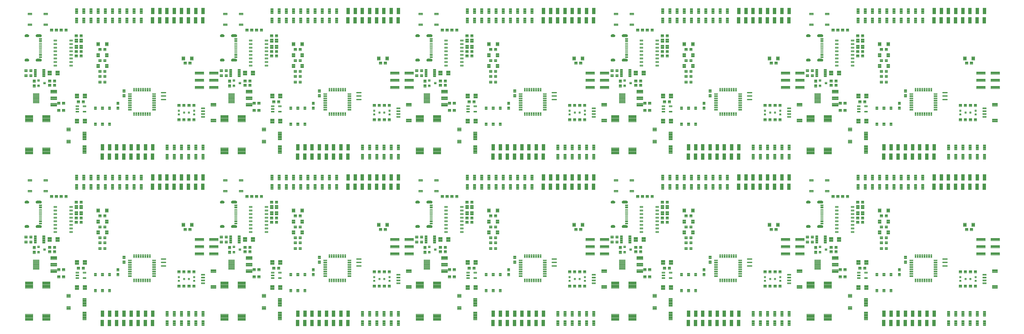
<source format=gtp>
G04 EAGLE Gerber RS-274X export*
G75*
%MOMM*%
%FSLAX34Y34*%
%LPD*%
%INSolderpaste Top*%
%IPPOS*%
%AMOC8*
5,1,8,0,0,1.08239X$1,22.5*%
G01*
%ADD10C,0.100000*%
%ADD11C,0.098000*%
%ADD12C,0.104000*%
%ADD13C,0.097534*%
%ADD14C,0.110000*%
%ADD15R,1.200000X2.200000*%
%ADD16C,0.450000*%
%ADD17C,0.096000*%
%ADD18C,0.101600*%
%ADD19C,0.105000*%
%ADD20C,0.100581*%
%ADD21C,0.099000*%
%ADD22C,0.102000*%
%ADD23C,0.099059*%

G36*
X2132945Y960134D02*
X2132945Y960134D01*
X2132948Y960131D01*
X2134043Y960311D01*
X2134049Y960317D01*
X2134054Y960314D01*
X2135082Y960733D01*
X2135086Y960740D01*
X2135091Y960738D01*
X2136000Y961376D01*
X2136003Y961383D01*
X2136008Y961383D01*
X2136752Y962206D01*
X2136753Y962214D01*
X2136759Y962215D01*
X2137301Y963183D01*
X2137300Y963192D01*
X2137306Y963194D01*
X2137619Y964258D01*
X2137616Y964266D01*
X2137621Y964269D01*
X2137689Y965377D01*
X2137685Y965384D01*
X2137689Y965387D01*
X2137519Y966495D01*
X2137513Y966501D01*
X2137516Y966506D01*
X2137104Y967548D01*
X2137097Y967552D01*
X2137099Y967557D01*
X2136465Y968482D01*
X2136457Y968484D01*
X2136458Y968490D01*
X2135635Y969250D01*
X2135626Y969251D01*
X2135626Y969257D01*
X2134654Y969814D01*
X2134646Y969813D01*
X2134644Y969819D01*
X2133572Y970146D01*
X2133564Y970143D01*
X2133561Y970148D01*
X2132444Y970229D01*
X2132441Y970228D01*
X2132440Y970229D01*
X2120440Y970229D01*
X2120437Y970227D01*
X2120430Y970227D01*
X2120429Y970228D01*
X2119485Y970009D01*
X2119479Y970003D01*
X2119474Y970005D01*
X2118602Y969582D01*
X2118599Y969574D01*
X2118593Y969576D01*
X2117837Y968969D01*
X2117835Y968961D01*
X2117829Y968961D01*
X2117228Y968201D01*
X2117228Y968192D01*
X2117222Y968191D01*
X2116804Y967316D01*
X2116806Y967308D01*
X2116801Y967306D01*
X2116589Y966360D01*
X2116592Y966353D01*
X2116587Y966349D01*
X2116591Y965380D01*
X2116591Y965379D01*
X2116610Y964311D01*
X2116615Y964304D01*
X2116611Y964300D01*
X2116867Y963263D01*
X2116874Y963258D01*
X2116871Y963252D01*
X2117352Y962298D01*
X2117359Y962295D01*
X2117358Y962289D01*
X2118039Y961466D01*
X2118047Y961464D01*
X2118047Y961458D01*
X2118894Y960807D01*
X2118902Y960807D01*
X2118903Y960801D01*
X2119874Y960354D01*
X2119882Y960356D01*
X2119884Y960351D01*
X2120930Y960132D01*
X2120937Y960135D01*
X2120940Y960131D01*
X2132940Y960131D01*
X2132945Y960134D01*
G37*
G36*
X1442065Y960134D02*
X1442065Y960134D01*
X1442068Y960131D01*
X1443163Y960311D01*
X1443169Y960317D01*
X1443174Y960314D01*
X1444202Y960733D01*
X1444206Y960740D01*
X1444211Y960738D01*
X1445120Y961376D01*
X1445123Y961383D01*
X1445128Y961383D01*
X1445872Y962206D01*
X1445873Y962214D01*
X1445879Y962215D01*
X1446421Y963183D01*
X1446420Y963192D01*
X1446426Y963194D01*
X1446739Y964258D01*
X1446736Y964266D01*
X1446741Y964269D01*
X1446809Y965377D01*
X1446805Y965384D01*
X1446809Y965387D01*
X1446639Y966495D01*
X1446633Y966501D01*
X1446636Y966506D01*
X1446224Y967548D01*
X1446217Y967552D01*
X1446219Y967557D01*
X1445585Y968482D01*
X1445577Y968484D01*
X1445578Y968490D01*
X1444755Y969250D01*
X1444746Y969251D01*
X1444746Y969257D01*
X1443774Y969814D01*
X1443766Y969813D01*
X1443764Y969819D01*
X1442692Y970146D01*
X1442684Y970143D01*
X1442681Y970148D01*
X1441564Y970229D01*
X1441561Y970228D01*
X1441560Y970229D01*
X1429560Y970229D01*
X1429557Y970227D01*
X1429550Y970227D01*
X1429549Y970228D01*
X1428605Y970009D01*
X1428599Y970003D01*
X1428594Y970005D01*
X1427722Y969582D01*
X1427719Y969574D01*
X1427713Y969576D01*
X1426957Y968969D01*
X1426955Y968961D01*
X1426949Y968961D01*
X1426348Y968201D01*
X1426348Y968192D01*
X1426342Y968191D01*
X1425924Y967316D01*
X1425926Y967308D01*
X1425921Y967306D01*
X1425709Y966360D01*
X1425712Y966353D01*
X1425707Y966349D01*
X1425711Y965380D01*
X1425711Y965379D01*
X1425730Y964311D01*
X1425735Y964304D01*
X1425731Y964300D01*
X1425987Y963263D01*
X1425994Y963258D01*
X1425991Y963252D01*
X1426472Y962298D01*
X1426479Y962295D01*
X1426478Y962289D01*
X1427159Y961466D01*
X1427167Y961464D01*
X1427167Y961458D01*
X1428014Y960807D01*
X1428022Y960807D01*
X1428023Y960801D01*
X1428994Y960354D01*
X1429002Y960356D01*
X1429004Y960351D01*
X1430050Y960132D01*
X1430057Y960135D01*
X1430060Y960131D01*
X1442060Y960131D01*
X1442065Y960134D01*
G37*
G36*
X60305Y960134D02*
X60305Y960134D01*
X60308Y960131D01*
X61403Y960311D01*
X61409Y960317D01*
X61414Y960314D01*
X62442Y960733D01*
X62446Y960740D01*
X62451Y960738D01*
X63360Y961376D01*
X63363Y961383D01*
X63368Y961383D01*
X64112Y962206D01*
X64113Y962214D01*
X64119Y962215D01*
X64661Y963183D01*
X64660Y963192D01*
X64666Y963194D01*
X64979Y964258D01*
X64976Y964266D01*
X64981Y964269D01*
X65049Y965377D01*
X65045Y965384D01*
X65049Y965387D01*
X64879Y966495D01*
X64873Y966501D01*
X64876Y966506D01*
X64464Y967548D01*
X64457Y967552D01*
X64459Y967557D01*
X63825Y968482D01*
X63817Y968484D01*
X63818Y968490D01*
X62995Y969250D01*
X62986Y969251D01*
X62986Y969257D01*
X62014Y969814D01*
X62006Y969813D01*
X62004Y969819D01*
X60932Y970146D01*
X60924Y970143D01*
X60921Y970148D01*
X59804Y970229D01*
X59801Y970228D01*
X59800Y970229D01*
X47800Y970229D01*
X47797Y970227D01*
X47790Y970227D01*
X47789Y970228D01*
X46845Y970009D01*
X46839Y970003D01*
X46834Y970005D01*
X45962Y969582D01*
X45959Y969574D01*
X45953Y969576D01*
X45197Y968969D01*
X45195Y968961D01*
X45189Y968961D01*
X44588Y968201D01*
X44588Y968192D01*
X44582Y968191D01*
X44164Y967316D01*
X44166Y967308D01*
X44161Y967306D01*
X43949Y966360D01*
X43952Y966353D01*
X43947Y966349D01*
X43951Y965380D01*
X43951Y965379D01*
X43970Y964311D01*
X43975Y964304D01*
X43971Y964300D01*
X44227Y963263D01*
X44234Y963258D01*
X44231Y963252D01*
X44712Y962298D01*
X44719Y962295D01*
X44718Y962289D01*
X45399Y961466D01*
X45407Y961464D01*
X45407Y961458D01*
X46254Y960807D01*
X46262Y960807D01*
X46263Y960801D01*
X47234Y960354D01*
X47242Y960356D01*
X47244Y960351D01*
X48290Y960132D01*
X48297Y960135D01*
X48300Y960131D01*
X60300Y960131D01*
X60305Y960134D01*
G37*
G36*
X751185Y960134D02*
X751185Y960134D01*
X751188Y960131D01*
X752283Y960311D01*
X752289Y960317D01*
X752294Y960314D01*
X753322Y960733D01*
X753326Y960740D01*
X753331Y960738D01*
X754240Y961376D01*
X754243Y961383D01*
X754248Y961383D01*
X754992Y962206D01*
X754993Y962214D01*
X754999Y962215D01*
X755541Y963183D01*
X755540Y963192D01*
X755546Y963194D01*
X755859Y964258D01*
X755856Y964266D01*
X755861Y964269D01*
X755929Y965377D01*
X755925Y965384D01*
X755929Y965387D01*
X755759Y966495D01*
X755753Y966501D01*
X755756Y966506D01*
X755344Y967548D01*
X755337Y967552D01*
X755339Y967557D01*
X754705Y968482D01*
X754697Y968484D01*
X754698Y968490D01*
X753875Y969250D01*
X753866Y969251D01*
X753866Y969257D01*
X752894Y969814D01*
X752886Y969813D01*
X752884Y969819D01*
X751812Y970146D01*
X751804Y970143D01*
X751801Y970148D01*
X750684Y970229D01*
X750681Y970228D01*
X750680Y970229D01*
X738680Y970229D01*
X738677Y970227D01*
X738670Y970227D01*
X738669Y970228D01*
X737725Y970009D01*
X737719Y970003D01*
X737714Y970005D01*
X736842Y969582D01*
X736839Y969574D01*
X736833Y969576D01*
X736077Y968969D01*
X736075Y968961D01*
X736069Y968961D01*
X735468Y968201D01*
X735468Y968192D01*
X735462Y968191D01*
X735044Y967316D01*
X735046Y967308D01*
X735041Y967306D01*
X734829Y966360D01*
X734832Y966353D01*
X734827Y966349D01*
X734831Y965380D01*
X734831Y965379D01*
X734850Y964311D01*
X734855Y964304D01*
X734851Y964300D01*
X735107Y963263D01*
X735114Y963258D01*
X735111Y963252D01*
X735592Y962298D01*
X735599Y962295D01*
X735598Y962289D01*
X736279Y961466D01*
X736287Y961464D01*
X736287Y961458D01*
X737134Y960807D01*
X737142Y960807D01*
X737143Y960801D01*
X738114Y960354D01*
X738122Y960356D01*
X738124Y960351D01*
X739170Y960132D01*
X739177Y960135D01*
X739180Y960131D01*
X751180Y960131D01*
X751185Y960134D01*
G37*
G36*
X2823825Y960134D02*
X2823825Y960134D01*
X2823828Y960131D01*
X2824923Y960311D01*
X2824929Y960317D01*
X2824934Y960314D01*
X2825962Y960733D01*
X2825966Y960740D01*
X2825971Y960738D01*
X2826880Y961376D01*
X2826883Y961383D01*
X2826888Y961383D01*
X2827632Y962206D01*
X2827633Y962214D01*
X2827639Y962215D01*
X2828181Y963183D01*
X2828180Y963192D01*
X2828186Y963194D01*
X2828499Y964258D01*
X2828496Y964266D01*
X2828501Y964269D01*
X2828569Y965377D01*
X2828565Y965384D01*
X2828569Y965387D01*
X2828399Y966495D01*
X2828393Y966501D01*
X2828396Y966506D01*
X2827984Y967548D01*
X2827977Y967552D01*
X2827979Y967557D01*
X2827345Y968482D01*
X2827337Y968484D01*
X2827338Y968490D01*
X2826515Y969250D01*
X2826506Y969251D01*
X2826506Y969257D01*
X2825534Y969814D01*
X2825526Y969813D01*
X2825524Y969819D01*
X2824452Y970146D01*
X2824444Y970143D01*
X2824441Y970148D01*
X2823324Y970229D01*
X2823321Y970228D01*
X2823320Y970229D01*
X2811320Y970229D01*
X2811317Y970227D01*
X2811310Y970227D01*
X2811309Y970228D01*
X2810365Y970009D01*
X2810359Y970003D01*
X2810354Y970005D01*
X2809482Y969582D01*
X2809479Y969574D01*
X2809473Y969576D01*
X2808717Y968969D01*
X2808715Y968961D01*
X2808709Y968961D01*
X2808108Y968201D01*
X2808108Y968192D01*
X2808102Y968191D01*
X2807684Y967316D01*
X2807686Y967308D01*
X2807681Y967306D01*
X2807469Y966360D01*
X2807472Y966353D01*
X2807467Y966349D01*
X2807471Y965380D01*
X2807471Y965379D01*
X2807490Y964311D01*
X2807495Y964304D01*
X2807491Y964300D01*
X2807747Y963263D01*
X2807754Y963258D01*
X2807751Y963252D01*
X2808232Y962298D01*
X2808239Y962295D01*
X2808238Y962289D01*
X2808919Y961466D01*
X2808927Y961464D01*
X2808927Y961458D01*
X2809774Y960807D01*
X2809782Y960807D01*
X2809783Y960801D01*
X2810754Y960354D01*
X2810762Y960356D01*
X2810764Y960351D01*
X2811810Y960132D01*
X2811817Y960135D01*
X2811820Y960131D01*
X2823820Y960131D01*
X2823825Y960134D01*
G37*
G36*
X60305Y370854D02*
X60305Y370854D01*
X60308Y370851D01*
X61403Y371031D01*
X61409Y371037D01*
X61414Y371034D01*
X62442Y371453D01*
X62446Y371460D01*
X62451Y371458D01*
X63360Y372096D01*
X63363Y372103D01*
X63368Y372103D01*
X64112Y372926D01*
X64113Y372934D01*
X64119Y372935D01*
X64661Y373903D01*
X64660Y373912D01*
X64666Y373914D01*
X64979Y374978D01*
X64976Y374986D01*
X64981Y374989D01*
X65049Y376097D01*
X65045Y376104D01*
X65049Y376107D01*
X64879Y377215D01*
X64873Y377221D01*
X64876Y377226D01*
X64464Y378268D01*
X64457Y378272D01*
X64459Y378277D01*
X63825Y379202D01*
X63817Y379204D01*
X63818Y379210D01*
X62995Y379970D01*
X62986Y379971D01*
X62986Y379977D01*
X62014Y380534D01*
X62006Y380533D01*
X62004Y380539D01*
X60932Y380866D01*
X60924Y380863D01*
X60921Y380868D01*
X59804Y380949D01*
X59801Y380948D01*
X59800Y380949D01*
X47800Y380949D01*
X47797Y380947D01*
X47790Y380947D01*
X47789Y380948D01*
X46845Y380729D01*
X46839Y380723D01*
X46834Y380725D01*
X45962Y380302D01*
X45959Y380294D01*
X45953Y380296D01*
X45197Y379689D01*
X45195Y379681D01*
X45189Y379681D01*
X44588Y378921D01*
X44588Y378912D01*
X44582Y378911D01*
X44164Y378036D01*
X44166Y378028D01*
X44161Y378026D01*
X43949Y377080D01*
X43952Y377073D01*
X43947Y377069D01*
X43951Y376100D01*
X43951Y376099D01*
X43970Y375031D01*
X43975Y375024D01*
X43971Y375020D01*
X44227Y373983D01*
X44234Y373978D01*
X44231Y373972D01*
X44712Y373018D01*
X44719Y373015D01*
X44718Y373009D01*
X45399Y372186D01*
X45407Y372184D01*
X45407Y372178D01*
X46254Y371527D01*
X46262Y371527D01*
X46263Y371521D01*
X47234Y371074D01*
X47242Y371076D01*
X47244Y371071D01*
X48290Y370852D01*
X48297Y370855D01*
X48300Y370851D01*
X60300Y370851D01*
X60305Y370854D01*
G37*
G36*
X1442065Y370854D02*
X1442065Y370854D01*
X1442068Y370851D01*
X1443163Y371031D01*
X1443169Y371037D01*
X1443174Y371034D01*
X1444202Y371453D01*
X1444206Y371460D01*
X1444211Y371458D01*
X1445120Y372096D01*
X1445123Y372103D01*
X1445128Y372103D01*
X1445872Y372926D01*
X1445873Y372934D01*
X1445879Y372935D01*
X1446421Y373903D01*
X1446420Y373912D01*
X1446426Y373914D01*
X1446739Y374978D01*
X1446736Y374986D01*
X1446741Y374989D01*
X1446809Y376097D01*
X1446805Y376104D01*
X1446809Y376107D01*
X1446639Y377215D01*
X1446633Y377221D01*
X1446636Y377226D01*
X1446224Y378268D01*
X1446217Y378272D01*
X1446219Y378277D01*
X1445585Y379202D01*
X1445577Y379204D01*
X1445578Y379210D01*
X1444755Y379970D01*
X1444746Y379971D01*
X1444746Y379977D01*
X1443774Y380534D01*
X1443766Y380533D01*
X1443764Y380539D01*
X1442692Y380866D01*
X1442684Y380863D01*
X1442681Y380868D01*
X1441564Y380949D01*
X1441561Y380948D01*
X1441560Y380949D01*
X1429560Y380949D01*
X1429557Y380947D01*
X1429550Y380947D01*
X1429549Y380948D01*
X1428605Y380729D01*
X1428599Y380723D01*
X1428594Y380725D01*
X1427722Y380302D01*
X1427719Y380294D01*
X1427713Y380296D01*
X1426957Y379689D01*
X1426955Y379681D01*
X1426949Y379681D01*
X1426348Y378921D01*
X1426348Y378912D01*
X1426342Y378911D01*
X1425924Y378036D01*
X1425926Y378028D01*
X1425921Y378026D01*
X1425709Y377080D01*
X1425712Y377073D01*
X1425707Y377069D01*
X1425711Y376100D01*
X1425711Y376099D01*
X1425730Y375031D01*
X1425735Y375024D01*
X1425731Y375020D01*
X1425987Y373983D01*
X1425994Y373978D01*
X1425991Y373972D01*
X1426472Y373018D01*
X1426479Y373015D01*
X1426478Y373009D01*
X1427159Y372186D01*
X1427167Y372184D01*
X1427167Y372178D01*
X1428014Y371527D01*
X1428022Y371527D01*
X1428023Y371521D01*
X1428994Y371074D01*
X1429002Y371076D01*
X1429004Y371071D01*
X1430050Y370852D01*
X1430057Y370855D01*
X1430060Y370851D01*
X1442060Y370851D01*
X1442065Y370854D01*
G37*
G36*
X751185Y370854D02*
X751185Y370854D01*
X751188Y370851D01*
X752283Y371031D01*
X752289Y371037D01*
X752294Y371034D01*
X753322Y371453D01*
X753326Y371460D01*
X753331Y371458D01*
X754240Y372096D01*
X754243Y372103D01*
X754248Y372103D01*
X754992Y372926D01*
X754993Y372934D01*
X754999Y372935D01*
X755541Y373903D01*
X755540Y373912D01*
X755546Y373914D01*
X755859Y374978D01*
X755856Y374986D01*
X755861Y374989D01*
X755929Y376097D01*
X755925Y376104D01*
X755929Y376107D01*
X755759Y377215D01*
X755753Y377221D01*
X755756Y377226D01*
X755344Y378268D01*
X755337Y378272D01*
X755339Y378277D01*
X754705Y379202D01*
X754697Y379204D01*
X754698Y379210D01*
X753875Y379970D01*
X753866Y379971D01*
X753866Y379977D01*
X752894Y380534D01*
X752886Y380533D01*
X752884Y380539D01*
X751812Y380866D01*
X751804Y380863D01*
X751801Y380868D01*
X750684Y380949D01*
X750681Y380948D01*
X750680Y380949D01*
X738680Y380949D01*
X738677Y380947D01*
X738670Y380947D01*
X738669Y380948D01*
X737725Y380729D01*
X737719Y380723D01*
X737714Y380725D01*
X736842Y380302D01*
X736839Y380294D01*
X736833Y380296D01*
X736077Y379689D01*
X736075Y379681D01*
X736069Y379681D01*
X735468Y378921D01*
X735468Y378912D01*
X735462Y378911D01*
X735044Y378036D01*
X735046Y378028D01*
X735041Y378026D01*
X734829Y377080D01*
X734832Y377073D01*
X734827Y377069D01*
X734831Y376100D01*
X734831Y376099D01*
X734850Y375031D01*
X734855Y375024D01*
X734851Y375020D01*
X735107Y373983D01*
X735114Y373978D01*
X735111Y373972D01*
X735592Y373018D01*
X735599Y373015D01*
X735598Y373009D01*
X736279Y372186D01*
X736287Y372184D01*
X736287Y372178D01*
X737134Y371527D01*
X737142Y371527D01*
X737143Y371521D01*
X738114Y371074D01*
X738122Y371076D01*
X738124Y371071D01*
X739170Y370852D01*
X739177Y370855D01*
X739180Y370851D01*
X751180Y370851D01*
X751185Y370854D01*
G37*
G36*
X2823825Y370854D02*
X2823825Y370854D01*
X2823828Y370851D01*
X2824923Y371031D01*
X2824929Y371037D01*
X2824934Y371034D01*
X2825962Y371453D01*
X2825966Y371460D01*
X2825971Y371458D01*
X2826880Y372096D01*
X2826883Y372103D01*
X2826888Y372103D01*
X2827632Y372926D01*
X2827633Y372934D01*
X2827639Y372935D01*
X2828181Y373903D01*
X2828180Y373912D01*
X2828186Y373914D01*
X2828499Y374978D01*
X2828496Y374986D01*
X2828501Y374989D01*
X2828569Y376097D01*
X2828565Y376104D01*
X2828569Y376107D01*
X2828399Y377215D01*
X2828393Y377221D01*
X2828396Y377226D01*
X2827984Y378268D01*
X2827977Y378272D01*
X2827979Y378277D01*
X2827345Y379202D01*
X2827337Y379204D01*
X2827338Y379210D01*
X2826515Y379970D01*
X2826506Y379971D01*
X2826506Y379977D01*
X2825534Y380534D01*
X2825526Y380533D01*
X2825524Y380539D01*
X2824452Y380866D01*
X2824444Y380863D01*
X2824441Y380868D01*
X2823324Y380949D01*
X2823321Y380948D01*
X2823320Y380949D01*
X2811320Y380949D01*
X2811317Y380947D01*
X2811310Y380947D01*
X2811309Y380948D01*
X2810365Y380729D01*
X2810359Y380723D01*
X2810354Y380725D01*
X2809482Y380302D01*
X2809479Y380294D01*
X2809473Y380296D01*
X2808717Y379689D01*
X2808715Y379681D01*
X2808709Y379681D01*
X2808108Y378921D01*
X2808108Y378912D01*
X2808102Y378911D01*
X2807684Y378036D01*
X2807686Y378028D01*
X2807681Y378026D01*
X2807469Y377080D01*
X2807472Y377073D01*
X2807467Y377069D01*
X2807471Y376100D01*
X2807471Y376099D01*
X2807490Y375031D01*
X2807495Y375024D01*
X2807491Y375020D01*
X2807747Y373983D01*
X2807754Y373978D01*
X2807751Y373972D01*
X2808232Y373018D01*
X2808239Y373015D01*
X2808238Y373009D01*
X2808919Y372186D01*
X2808927Y372184D01*
X2808927Y372178D01*
X2809774Y371527D01*
X2809782Y371527D01*
X2809783Y371521D01*
X2810754Y371074D01*
X2810762Y371076D01*
X2810764Y371071D01*
X2811810Y370852D01*
X2811817Y370855D01*
X2811820Y370851D01*
X2823820Y370851D01*
X2823825Y370854D01*
G37*
G36*
X2132945Y370854D02*
X2132945Y370854D01*
X2132948Y370851D01*
X2134043Y371031D01*
X2134049Y371037D01*
X2134054Y371034D01*
X2135082Y371453D01*
X2135086Y371460D01*
X2135091Y371458D01*
X2136000Y372096D01*
X2136003Y372103D01*
X2136008Y372103D01*
X2136752Y372926D01*
X2136753Y372934D01*
X2136759Y372935D01*
X2137301Y373903D01*
X2137300Y373912D01*
X2137306Y373914D01*
X2137619Y374978D01*
X2137616Y374986D01*
X2137621Y374989D01*
X2137689Y376097D01*
X2137685Y376104D01*
X2137689Y376107D01*
X2137519Y377215D01*
X2137513Y377221D01*
X2137516Y377226D01*
X2137104Y378268D01*
X2137097Y378272D01*
X2137099Y378277D01*
X2136465Y379202D01*
X2136457Y379204D01*
X2136458Y379210D01*
X2135635Y379970D01*
X2135626Y379971D01*
X2135626Y379977D01*
X2134654Y380534D01*
X2134646Y380533D01*
X2134644Y380539D01*
X2133572Y380866D01*
X2133564Y380863D01*
X2133561Y380868D01*
X2132444Y380949D01*
X2132441Y380948D01*
X2132440Y380949D01*
X2120440Y380949D01*
X2120437Y380947D01*
X2120430Y380947D01*
X2120429Y380948D01*
X2119485Y380729D01*
X2119479Y380723D01*
X2119474Y380725D01*
X2118602Y380302D01*
X2118599Y380294D01*
X2118593Y380296D01*
X2117837Y379689D01*
X2117835Y379681D01*
X2117829Y379681D01*
X2117228Y378921D01*
X2117228Y378912D01*
X2117222Y378911D01*
X2116804Y378036D01*
X2116806Y378028D01*
X2116801Y378026D01*
X2116589Y377080D01*
X2116592Y377073D01*
X2116587Y377069D01*
X2116591Y376100D01*
X2116591Y376099D01*
X2116610Y375031D01*
X2116615Y375024D01*
X2116611Y375020D01*
X2116867Y373983D01*
X2116874Y373978D01*
X2116871Y373972D01*
X2117352Y373018D01*
X2117359Y373015D01*
X2117358Y373009D01*
X2118039Y372186D01*
X2118047Y372184D01*
X2118047Y372178D01*
X2118894Y371527D01*
X2118902Y371527D01*
X2118903Y371521D01*
X2119874Y371074D01*
X2119882Y371076D01*
X2119884Y371071D01*
X2120930Y370852D01*
X2120937Y370855D01*
X2120940Y370851D01*
X2132940Y370851D01*
X2132945Y370854D01*
G37*
G36*
X2823825Y457255D02*
X2823825Y457255D01*
X2823828Y457251D01*
X2824934Y457444D01*
X2824939Y457449D01*
X2824939Y457450D01*
X2824944Y457447D01*
X2825979Y457880D01*
X2825983Y457887D01*
X2825988Y457885D01*
X2826901Y458538D01*
X2826903Y458546D01*
X2826909Y458545D01*
X2827653Y459384D01*
X2827654Y459393D01*
X2827659Y459393D01*
X2828198Y460377D01*
X2828197Y460385D01*
X2828198Y460386D01*
X2828202Y460387D01*
X2828203Y460389D01*
X2828385Y461030D01*
X2828509Y461466D01*
X2828507Y461471D01*
X2828509Y461473D01*
X2828507Y461475D01*
X2828511Y461477D01*
X2828569Y462597D01*
X2828566Y462602D01*
X2828569Y462606D01*
X2828451Y463651D01*
X2828445Y463657D01*
X2828449Y463662D01*
X2828101Y464656D01*
X2828094Y464660D01*
X2828096Y464665D01*
X2827536Y465557D01*
X2827529Y465560D01*
X2827529Y465565D01*
X2826785Y466309D01*
X2826777Y466311D01*
X2826777Y466316D01*
X2825885Y466876D01*
X2825877Y466876D01*
X2825876Y466881D01*
X2824882Y467229D01*
X2824874Y467226D01*
X2824871Y467231D01*
X2823826Y467349D01*
X2823822Y467347D01*
X2823820Y467349D01*
X2811820Y467349D01*
X2811817Y467347D01*
X2811814Y467347D01*
X2811812Y467349D01*
X2810816Y467191D01*
X2810810Y467185D01*
X2810805Y467188D01*
X2809869Y466813D01*
X2809865Y466806D01*
X2809859Y466808D01*
X2809030Y466234D01*
X2809027Y466226D01*
X2809022Y466227D01*
X2808341Y465483D01*
X2808340Y465474D01*
X2808334Y465474D01*
X2807836Y464597D01*
X2807837Y464589D01*
X2807832Y464586D01*
X2807644Y463962D01*
X2807541Y463621D01*
X2807542Y463618D01*
X2807541Y463617D01*
X2807544Y463613D01*
X2807539Y463610D01*
X2807471Y462603D01*
X2807472Y462601D01*
X2807471Y462600D01*
X2807480Y461519D01*
X2807485Y461512D01*
X2807481Y461508D01*
X2807731Y460456D01*
X2807737Y460451D01*
X2807734Y460446D01*
X2808211Y459476D01*
X2808219Y459473D01*
X2808217Y459467D01*
X2808898Y458628D01*
X2808906Y458626D01*
X2808906Y458620D01*
X2809757Y457954D01*
X2809765Y457953D01*
X2809766Y457948D01*
X2810743Y457487D01*
X2810751Y457489D01*
X2810754Y457484D01*
X2811809Y457252D01*
X2811817Y457255D01*
X2811820Y457251D01*
X2823820Y457251D01*
X2823825Y457255D01*
G37*
G36*
X2823825Y1046535D02*
X2823825Y1046535D01*
X2823828Y1046531D01*
X2824934Y1046724D01*
X2824939Y1046729D01*
X2824939Y1046730D01*
X2824944Y1046727D01*
X2825979Y1047160D01*
X2825983Y1047167D01*
X2825988Y1047165D01*
X2826901Y1047818D01*
X2826903Y1047826D01*
X2826909Y1047825D01*
X2827653Y1048664D01*
X2827654Y1048673D01*
X2827659Y1048673D01*
X2828198Y1049657D01*
X2828197Y1049665D01*
X2828198Y1049666D01*
X2828202Y1049667D01*
X2828203Y1049669D01*
X2828385Y1050310D01*
X2828509Y1050746D01*
X2828507Y1050751D01*
X2828509Y1050753D01*
X2828507Y1050755D01*
X2828511Y1050757D01*
X2828569Y1051877D01*
X2828566Y1051882D01*
X2828569Y1051886D01*
X2828451Y1052931D01*
X2828445Y1052937D01*
X2828449Y1052942D01*
X2828101Y1053936D01*
X2828094Y1053940D01*
X2828096Y1053945D01*
X2827536Y1054837D01*
X2827529Y1054840D01*
X2827529Y1054845D01*
X2826785Y1055589D01*
X2826777Y1055591D01*
X2826777Y1055596D01*
X2825885Y1056156D01*
X2825877Y1056156D01*
X2825876Y1056161D01*
X2824882Y1056509D01*
X2824874Y1056506D01*
X2824871Y1056511D01*
X2823826Y1056629D01*
X2823822Y1056627D01*
X2823820Y1056629D01*
X2811820Y1056629D01*
X2811817Y1056627D01*
X2811814Y1056627D01*
X2811812Y1056629D01*
X2810816Y1056471D01*
X2810810Y1056465D01*
X2810805Y1056468D01*
X2809869Y1056093D01*
X2809865Y1056086D01*
X2809859Y1056088D01*
X2809030Y1055514D01*
X2809027Y1055506D01*
X2809022Y1055507D01*
X2808341Y1054763D01*
X2808340Y1054754D01*
X2808334Y1054754D01*
X2807836Y1053877D01*
X2807837Y1053869D01*
X2807832Y1053866D01*
X2807644Y1053242D01*
X2807541Y1052901D01*
X2807542Y1052898D01*
X2807541Y1052897D01*
X2807544Y1052893D01*
X2807539Y1052890D01*
X2807471Y1051883D01*
X2807472Y1051881D01*
X2807471Y1051880D01*
X2807480Y1050799D01*
X2807485Y1050792D01*
X2807481Y1050788D01*
X2807731Y1049736D01*
X2807737Y1049731D01*
X2807734Y1049726D01*
X2808211Y1048756D01*
X2808219Y1048753D01*
X2808217Y1048747D01*
X2808898Y1047908D01*
X2808906Y1047906D01*
X2808906Y1047900D01*
X2809757Y1047234D01*
X2809765Y1047233D01*
X2809766Y1047228D01*
X2810743Y1046767D01*
X2810751Y1046769D01*
X2810754Y1046764D01*
X2811809Y1046532D01*
X2811817Y1046535D01*
X2811820Y1046531D01*
X2823820Y1046531D01*
X2823825Y1046535D01*
G37*
G36*
X60305Y457255D02*
X60305Y457255D01*
X60308Y457251D01*
X61414Y457444D01*
X61419Y457449D01*
X61419Y457450D01*
X61424Y457447D01*
X62459Y457880D01*
X62463Y457887D01*
X62468Y457885D01*
X63381Y458538D01*
X63383Y458546D01*
X63389Y458545D01*
X64133Y459384D01*
X64134Y459393D01*
X64139Y459393D01*
X64678Y460377D01*
X64677Y460385D01*
X64678Y460386D01*
X64682Y460387D01*
X64683Y460389D01*
X64865Y461030D01*
X64989Y461466D01*
X64987Y461471D01*
X64989Y461473D01*
X64987Y461475D01*
X64991Y461477D01*
X65049Y462597D01*
X65046Y462602D01*
X65049Y462606D01*
X64931Y463651D01*
X64925Y463657D01*
X64929Y463662D01*
X64581Y464656D01*
X64574Y464660D01*
X64576Y464665D01*
X64016Y465557D01*
X64009Y465560D01*
X64009Y465565D01*
X63265Y466309D01*
X63257Y466311D01*
X63257Y466316D01*
X62365Y466876D01*
X62357Y466876D01*
X62356Y466881D01*
X61362Y467229D01*
X61354Y467226D01*
X61351Y467231D01*
X60306Y467349D01*
X60302Y467347D01*
X60300Y467349D01*
X48300Y467349D01*
X48297Y467347D01*
X48294Y467347D01*
X48292Y467349D01*
X47296Y467191D01*
X47290Y467185D01*
X47285Y467188D01*
X46349Y466813D01*
X46345Y466806D01*
X46339Y466808D01*
X45510Y466234D01*
X45507Y466226D01*
X45502Y466227D01*
X44821Y465483D01*
X44820Y465474D01*
X44814Y465474D01*
X44316Y464597D01*
X44317Y464589D01*
X44312Y464586D01*
X44124Y463962D01*
X44021Y463621D01*
X44022Y463618D01*
X44021Y463617D01*
X44024Y463613D01*
X44019Y463610D01*
X43951Y462603D01*
X43952Y462601D01*
X43951Y462600D01*
X43960Y461519D01*
X43965Y461512D01*
X43961Y461508D01*
X44211Y460456D01*
X44217Y460451D01*
X44214Y460446D01*
X44691Y459476D01*
X44699Y459473D01*
X44697Y459467D01*
X45378Y458628D01*
X45386Y458626D01*
X45386Y458620D01*
X46237Y457954D01*
X46245Y457953D01*
X46246Y457948D01*
X47223Y457487D01*
X47231Y457489D01*
X47234Y457484D01*
X48289Y457252D01*
X48297Y457255D01*
X48300Y457251D01*
X60300Y457251D01*
X60305Y457255D01*
G37*
G36*
X751185Y1046535D02*
X751185Y1046535D01*
X751188Y1046531D01*
X752294Y1046724D01*
X752299Y1046729D01*
X752299Y1046730D01*
X752304Y1046727D01*
X753339Y1047160D01*
X753343Y1047167D01*
X753348Y1047165D01*
X754261Y1047818D01*
X754263Y1047826D01*
X754269Y1047825D01*
X755013Y1048664D01*
X755014Y1048673D01*
X755019Y1048673D01*
X755558Y1049657D01*
X755557Y1049665D01*
X755558Y1049666D01*
X755562Y1049667D01*
X755563Y1049669D01*
X755745Y1050310D01*
X755869Y1050746D01*
X755867Y1050751D01*
X755869Y1050753D01*
X755867Y1050755D01*
X755871Y1050757D01*
X755929Y1051877D01*
X755926Y1051882D01*
X755929Y1051886D01*
X755811Y1052931D01*
X755805Y1052937D01*
X755809Y1052942D01*
X755461Y1053936D01*
X755454Y1053940D01*
X755456Y1053945D01*
X754896Y1054837D01*
X754889Y1054840D01*
X754889Y1054845D01*
X754145Y1055589D01*
X754137Y1055591D01*
X754137Y1055596D01*
X753245Y1056156D01*
X753237Y1056156D01*
X753236Y1056161D01*
X752242Y1056509D01*
X752234Y1056506D01*
X752231Y1056511D01*
X751186Y1056629D01*
X751182Y1056627D01*
X751180Y1056629D01*
X739180Y1056629D01*
X739177Y1056627D01*
X739174Y1056627D01*
X739172Y1056629D01*
X738176Y1056471D01*
X738170Y1056465D01*
X738165Y1056468D01*
X737229Y1056093D01*
X737225Y1056086D01*
X737219Y1056088D01*
X736390Y1055514D01*
X736387Y1055506D01*
X736382Y1055507D01*
X735701Y1054763D01*
X735700Y1054754D01*
X735694Y1054754D01*
X735196Y1053877D01*
X735197Y1053869D01*
X735192Y1053866D01*
X735004Y1053242D01*
X734901Y1052901D01*
X734902Y1052898D01*
X734901Y1052897D01*
X734904Y1052893D01*
X734899Y1052890D01*
X734831Y1051883D01*
X734832Y1051881D01*
X734831Y1051880D01*
X734840Y1050799D01*
X734845Y1050792D01*
X734841Y1050788D01*
X735091Y1049736D01*
X735097Y1049731D01*
X735094Y1049726D01*
X735571Y1048756D01*
X735579Y1048753D01*
X735577Y1048747D01*
X736258Y1047908D01*
X736266Y1047906D01*
X736266Y1047900D01*
X737117Y1047234D01*
X737125Y1047233D01*
X737126Y1047228D01*
X738103Y1046767D01*
X738111Y1046769D01*
X738114Y1046764D01*
X739169Y1046532D01*
X739177Y1046535D01*
X739180Y1046531D01*
X751180Y1046531D01*
X751185Y1046535D01*
G37*
G36*
X2132945Y457255D02*
X2132945Y457255D01*
X2132948Y457251D01*
X2134054Y457444D01*
X2134059Y457449D01*
X2134059Y457450D01*
X2134064Y457447D01*
X2135099Y457880D01*
X2135103Y457887D01*
X2135108Y457885D01*
X2136021Y458538D01*
X2136023Y458546D01*
X2136029Y458545D01*
X2136773Y459384D01*
X2136774Y459393D01*
X2136779Y459393D01*
X2137318Y460377D01*
X2137317Y460385D01*
X2137318Y460386D01*
X2137322Y460387D01*
X2137323Y460389D01*
X2137505Y461030D01*
X2137629Y461466D01*
X2137627Y461471D01*
X2137629Y461473D01*
X2137627Y461475D01*
X2137631Y461477D01*
X2137689Y462597D01*
X2137686Y462602D01*
X2137689Y462606D01*
X2137571Y463651D01*
X2137565Y463657D01*
X2137569Y463662D01*
X2137221Y464656D01*
X2137214Y464660D01*
X2137216Y464665D01*
X2136656Y465557D01*
X2136649Y465560D01*
X2136649Y465565D01*
X2135905Y466309D01*
X2135897Y466311D01*
X2135897Y466316D01*
X2135005Y466876D01*
X2134997Y466876D01*
X2134996Y466881D01*
X2134002Y467229D01*
X2133994Y467226D01*
X2133991Y467231D01*
X2132946Y467349D01*
X2132942Y467347D01*
X2132940Y467349D01*
X2120940Y467349D01*
X2120937Y467347D01*
X2120934Y467347D01*
X2120932Y467349D01*
X2119936Y467191D01*
X2119930Y467185D01*
X2119925Y467188D01*
X2118989Y466813D01*
X2118985Y466806D01*
X2118979Y466808D01*
X2118150Y466234D01*
X2118147Y466226D01*
X2118142Y466227D01*
X2117461Y465483D01*
X2117460Y465474D01*
X2117454Y465474D01*
X2116956Y464597D01*
X2116957Y464589D01*
X2116952Y464586D01*
X2116764Y463962D01*
X2116661Y463621D01*
X2116662Y463618D01*
X2116661Y463617D01*
X2116664Y463613D01*
X2116659Y463610D01*
X2116591Y462603D01*
X2116592Y462601D01*
X2116591Y462600D01*
X2116600Y461519D01*
X2116605Y461512D01*
X2116601Y461508D01*
X2116851Y460456D01*
X2116857Y460451D01*
X2116854Y460446D01*
X2117331Y459476D01*
X2117339Y459473D01*
X2117337Y459467D01*
X2118018Y458628D01*
X2118026Y458626D01*
X2118026Y458620D01*
X2118877Y457954D01*
X2118885Y457953D01*
X2118886Y457948D01*
X2119863Y457487D01*
X2119871Y457489D01*
X2119874Y457484D01*
X2120929Y457252D01*
X2120937Y457255D01*
X2120940Y457251D01*
X2132940Y457251D01*
X2132945Y457255D01*
G37*
G36*
X1442065Y1046535D02*
X1442065Y1046535D01*
X1442068Y1046531D01*
X1443174Y1046724D01*
X1443179Y1046729D01*
X1443179Y1046730D01*
X1443184Y1046727D01*
X1444219Y1047160D01*
X1444223Y1047167D01*
X1444228Y1047165D01*
X1445141Y1047818D01*
X1445143Y1047826D01*
X1445149Y1047825D01*
X1445893Y1048664D01*
X1445894Y1048673D01*
X1445899Y1048673D01*
X1446438Y1049657D01*
X1446437Y1049665D01*
X1446438Y1049666D01*
X1446442Y1049667D01*
X1446443Y1049669D01*
X1446625Y1050310D01*
X1446749Y1050746D01*
X1446747Y1050751D01*
X1446749Y1050753D01*
X1446747Y1050755D01*
X1446751Y1050757D01*
X1446809Y1051877D01*
X1446806Y1051882D01*
X1446809Y1051886D01*
X1446691Y1052931D01*
X1446685Y1052937D01*
X1446689Y1052942D01*
X1446341Y1053936D01*
X1446334Y1053940D01*
X1446336Y1053945D01*
X1445776Y1054837D01*
X1445769Y1054840D01*
X1445769Y1054845D01*
X1445025Y1055589D01*
X1445017Y1055591D01*
X1445017Y1055596D01*
X1444125Y1056156D01*
X1444117Y1056156D01*
X1444116Y1056161D01*
X1443122Y1056509D01*
X1443114Y1056506D01*
X1443111Y1056511D01*
X1442066Y1056629D01*
X1442062Y1056627D01*
X1442060Y1056629D01*
X1430060Y1056629D01*
X1430057Y1056627D01*
X1430054Y1056627D01*
X1430052Y1056629D01*
X1429056Y1056471D01*
X1429050Y1056465D01*
X1429045Y1056468D01*
X1428109Y1056093D01*
X1428105Y1056086D01*
X1428099Y1056088D01*
X1427270Y1055514D01*
X1427267Y1055506D01*
X1427262Y1055507D01*
X1426581Y1054763D01*
X1426580Y1054754D01*
X1426574Y1054754D01*
X1426076Y1053877D01*
X1426077Y1053869D01*
X1426072Y1053866D01*
X1425884Y1053242D01*
X1425781Y1052901D01*
X1425782Y1052898D01*
X1425781Y1052897D01*
X1425784Y1052893D01*
X1425779Y1052890D01*
X1425711Y1051883D01*
X1425712Y1051881D01*
X1425711Y1051880D01*
X1425720Y1050799D01*
X1425725Y1050792D01*
X1425721Y1050788D01*
X1425971Y1049736D01*
X1425977Y1049731D01*
X1425974Y1049726D01*
X1426451Y1048756D01*
X1426459Y1048753D01*
X1426457Y1048747D01*
X1427138Y1047908D01*
X1427146Y1047906D01*
X1427146Y1047900D01*
X1427997Y1047234D01*
X1428005Y1047233D01*
X1428006Y1047228D01*
X1428983Y1046767D01*
X1428991Y1046769D01*
X1428994Y1046764D01*
X1430049Y1046532D01*
X1430057Y1046535D01*
X1430060Y1046531D01*
X1442060Y1046531D01*
X1442065Y1046535D01*
G37*
G36*
X2132945Y1046535D02*
X2132945Y1046535D01*
X2132948Y1046531D01*
X2134054Y1046724D01*
X2134059Y1046729D01*
X2134059Y1046730D01*
X2134064Y1046727D01*
X2135099Y1047160D01*
X2135103Y1047167D01*
X2135108Y1047165D01*
X2136021Y1047818D01*
X2136023Y1047826D01*
X2136029Y1047825D01*
X2136773Y1048664D01*
X2136774Y1048673D01*
X2136779Y1048673D01*
X2137318Y1049657D01*
X2137317Y1049665D01*
X2137318Y1049666D01*
X2137322Y1049667D01*
X2137323Y1049669D01*
X2137505Y1050310D01*
X2137629Y1050746D01*
X2137627Y1050751D01*
X2137629Y1050753D01*
X2137627Y1050755D01*
X2137631Y1050757D01*
X2137689Y1051877D01*
X2137686Y1051882D01*
X2137689Y1051886D01*
X2137571Y1052931D01*
X2137565Y1052937D01*
X2137569Y1052942D01*
X2137221Y1053936D01*
X2137214Y1053940D01*
X2137216Y1053945D01*
X2136656Y1054837D01*
X2136649Y1054840D01*
X2136649Y1054845D01*
X2135905Y1055589D01*
X2135897Y1055591D01*
X2135897Y1055596D01*
X2135005Y1056156D01*
X2134997Y1056156D01*
X2134996Y1056161D01*
X2134002Y1056509D01*
X2133994Y1056506D01*
X2133991Y1056511D01*
X2132946Y1056629D01*
X2132942Y1056627D01*
X2132940Y1056629D01*
X2120940Y1056629D01*
X2120937Y1056627D01*
X2120934Y1056627D01*
X2120932Y1056629D01*
X2119936Y1056471D01*
X2119930Y1056465D01*
X2119925Y1056468D01*
X2118989Y1056093D01*
X2118985Y1056086D01*
X2118979Y1056088D01*
X2118150Y1055514D01*
X2118147Y1055506D01*
X2118142Y1055507D01*
X2117461Y1054763D01*
X2117460Y1054754D01*
X2117454Y1054754D01*
X2116956Y1053877D01*
X2116957Y1053869D01*
X2116952Y1053866D01*
X2116764Y1053242D01*
X2116661Y1052901D01*
X2116662Y1052898D01*
X2116661Y1052897D01*
X2116664Y1052893D01*
X2116659Y1052890D01*
X2116591Y1051883D01*
X2116592Y1051881D01*
X2116591Y1051880D01*
X2116600Y1050799D01*
X2116605Y1050792D01*
X2116601Y1050788D01*
X2116851Y1049736D01*
X2116857Y1049731D01*
X2116854Y1049726D01*
X2117331Y1048756D01*
X2117339Y1048753D01*
X2117337Y1048747D01*
X2118018Y1047908D01*
X2118026Y1047906D01*
X2118026Y1047900D01*
X2118877Y1047234D01*
X2118885Y1047233D01*
X2118886Y1047228D01*
X2119863Y1046767D01*
X2119871Y1046769D01*
X2119874Y1046764D01*
X2120929Y1046532D01*
X2120937Y1046535D01*
X2120940Y1046531D01*
X2132940Y1046531D01*
X2132945Y1046535D01*
G37*
G36*
X60305Y1046535D02*
X60305Y1046535D01*
X60308Y1046531D01*
X61414Y1046724D01*
X61419Y1046729D01*
X61419Y1046730D01*
X61424Y1046727D01*
X62459Y1047160D01*
X62463Y1047167D01*
X62468Y1047165D01*
X63381Y1047818D01*
X63383Y1047826D01*
X63389Y1047825D01*
X64133Y1048664D01*
X64134Y1048673D01*
X64139Y1048673D01*
X64678Y1049657D01*
X64677Y1049665D01*
X64678Y1049666D01*
X64682Y1049667D01*
X64683Y1049669D01*
X64865Y1050310D01*
X64989Y1050746D01*
X64987Y1050751D01*
X64989Y1050753D01*
X64987Y1050755D01*
X64991Y1050757D01*
X65049Y1051877D01*
X65046Y1051882D01*
X65049Y1051886D01*
X64931Y1052931D01*
X64925Y1052937D01*
X64929Y1052942D01*
X64581Y1053936D01*
X64574Y1053940D01*
X64576Y1053945D01*
X64016Y1054837D01*
X64009Y1054840D01*
X64009Y1054845D01*
X63265Y1055589D01*
X63257Y1055591D01*
X63257Y1055596D01*
X62365Y1056156D01*
X62357Y1056156D01*
X62356Y1056161D01*
X61362Y1056509D01*
X61354Y1056506D01*
X61351Y1056511D01*
X60306Y1056629D01*
X60302Y1056627D01*
X60300Y1056629D01*
X48300Y1056629D01*
X48297Y1056627D01*
X48294Y1056627D01*
X48292Y1056629D01*
X47296Y1056471D01*
X47290Y1056465D01*
X47285Y1056468D01*
X46349Y1056093D01*
X46345Y1056086D01*
X46339Y1056088D01*
X45510Y1055514D01*
X45507Y1055506D01*
X45502Y1055507D01*
X44821Y1054763D01*
X44820Y1054754D01*
X44814Y1054754D01*
X44316Y1053877D01*
X44317Y1053869D01*
X44312Y1053866D01*
X44124Y1053242D01*
X44021Y1052901D01*
X44022Y1052898D01*
X44021Y1052897D01*
X44024Y1052893D01*
X44019Y1052890D01*
X43951Y1051883D01*
X43952Y1051881D01*
X43951Y1051880D01*
X43960Y1050799D01*
X43965Y1050792D01*
X43961Y1050788D01*
X44211Y1049736D01*
X44217Y1049731D01*
X44214Y1049726D01*
X44691Y1048756D01*
X44699Y1048753D01*
X44697Y1048747D01*
X45378Y1047908D01*
X45386Y1047906D01*
X45386Y1047900D01*
X46237Y1047234D01*
X46245Y1047233D01*
X46246Y1047228D01*
X47223Y1046767D01*
X47231Y1046769D01*
X47234Y1046764D01*
X48289Y1046532D01*
X48297Y1046535D01*
X48300Y1046531D01*
X60300Y1046531D01*
X60305Y1046535D01*
G37*
G36*
X1442065Y457255D02*
X1442065Y457255D01*
X1442068Y457251D01*
X1443174Y457444D01*
X1443179Y457449D01*
X1443179Y457450D01*
X1443184Y457447D01*
X1444219Y457880D01*
X1444223Y457887D01*
X1444228Y457885D01*
X1445141Y458538D01*
X1445143Y458546D01*
X1445149Y458545D01*
X1445893Y459384D01*
X1445894Y459393D01*
X1445899Y459393D01*
X1446438Y460377D01*
X1446437Y460385D01*
X1446438Y460386D01*
X1446442Y460387D01*
X1446443Y460389D01*
X1446625Y461030D01*
X1446749Y461466D01*
X1446747Y461471D01*
X1446749Y461473D01*
X1446747Y461475D01*
X1446751Y461477D01*
X1446809Y462597D01*
X1446806Y462602D01*
X1446809Y462606D01*
X1446691Y463651D01*
X1446685Y463657D01*
X1446689Y463662D01*
X1446341Y464656D01*
X1446334Y464660D01*
X1446336Y464665D01*
X1445776Y465557D01*
X1445769Y465560D01*
X1445769Y465565D01*
X1445025Y466309D01*
X1445017Y466311D01*
X1445017Y466316D01*
X1444125Y466876D01*
X1444117Y466876D01*
X1444116Y466881D01*
X1443122Y467229D01*
X1443114Y467226D01*
X1443111Y467231D01*
X1442066Y467349D01*
X1442062Y467347D01*
X1442060Y467349D01*
X1430060Y467349D01*
X1430057Y467347D01*
X1430054Y467347D01*
X1430052Y467349D01*
X1429056Y467191D01*
X1429050Y467185D01*
X1429045Y467188D01*
X1428109Y466813D01*
X1428105Y466806D01*
X1428099Y466808D01*
X1427270Y466234D01*
X1427267Y466226D01*
X1427262Y466227D01*
X1426581Y465483D01*
X1426580Y465474D01*
X1426574Y465474D01*
X1426076Y464597D01*
X1426077Y464589D01*
X1426072Y464586D01*
X1425884Y463962D01*
X1425781Y463621D01*
X1425782Y463618D01*
X1425781Y463617D01*
X1425784Y463613D01*
X1425779Y463610D01*
X1425711Y462603D01*
X1425712Y462601D01*
X1425711Y462600D01*
X1425720Y461519D01*
X1425725Y461512D01*
X1425721Y461508D01*
X1425971Y460456D01*
X1425977Y460451D01*
X1425974Y460446D01*
X1426451Y459476D01*
X1426459Y459473D01*
X1426457Y459467D01*
X1427138Y458628D01*
X1427146Y458626D01*
X1427146Y458620D01*
X1427997Y457954D01*
X1428005Y457953D01*
X1428006Y457948D01*
X1428983Y457487D01*
X1428991Y457489D01*
X1428994Y457484D01*
X1430049Y457252D01*
X1430057Y457255D01*
X1430060Y457251D01*
X1442060Y457251D01*
X1442065Y457255D01*
G37*
G36*
X751185Y457255D02*
X751185Y457255D01*
X751188Y457251D01*
X752294Y457444D01*
X752299Y457449D01*
X752299Y457450D01*
X752304Y457447D01*
X753339Y457880D01*
X753343Y457887D01*
X753348Y457885D01*
X754261Y458538D01*
X754263Y458546D01*
X754269Y458545D01*
X755013Y459384D01*
X755014Y459393D01*
X755019Y459393D01*
X755558Y460377D01*
X755557Y460385D01*
X755558Y460386D01*
X755562Y460387D01*
X755563Y460389D01*
X755745Y461030D01*
X755869Y461466D01*
X755867Y461471D01*
X755869Y461473D01*
X755867Y461475D01*
X755871Y461477D01*
X755929Y462597D01*
X755926Y462602D01*
X755929Y462606D01*
X755811Y463651D01*
X755805Y463657D01*
X755809Y463662D01*
X755461Y464656D01*
X755454Y464660D01*
X755456Y464665D01*
X754896Y465557D01*
X754889Y465560D01*
X754889Y465565D01*
X754145Y466309D01*
X754137Y466311D01*
X754137Y466316D01*
X753245Y466876D01*
X753237Y466876D01*
X753236Y466881D01*
X752242Y467229D01*
X752234Y467226D01*
X752231Y467231D01*
X751186Y467349D01*
X751182Y467347D01*
X751180Y467349D01*
X739180Y467349D01*
X739177Y467347D01*
X739174Y467347D01*
X739172Y467349D01*
X738176Y467191D01*
X738170Y467185D01*
X738165Y467188D01*
X737229Y466813D01*
X737225Y466806D01*
X737219Y466808D01*
X736390Y466234D01*
X736387Y466226D01*
X736382Y466227D01*
X735701Y465483D01*
X735700Y465474D01*
X735694Y465474D01*
X735196Y464597D01*
X735197Y464589D01*
X735192Y464586D01*
X735004Y463962D01*
X734901Y463621D01*
X734902Y463618D01*
X734901Y463617D01*
X734904Y463613D01*
X734899Y463610D01*
X734831Y462603D01*
X734832Y462601D01*
X734831Y462600D01*
X734840Y461519D01*
X734845Y461512D01*
X734841Y461508D01*
X735091Y460456D01*
X735097Y460451D01*
X735094Y460446D01*
X735571Y459476D01*
X735579Y459473D01*
X735577Y459467D01*
X736258Y458628D01*
X736266Y458626D01*
X736266Y458620D01*
X737117Y457954D01*
X737125Y457953D01*
X737126Y457948D01*
X738103Y457487D01*
X738111Y457489D01*
X738114Y457484D01*
X739169Y457252D01*
X739177Y457255D01*
X739180Y457251D01*
X751180Y457251D01*
X751185Y457255D01*
G37*
G36*
X2779024Y370854D02*
X2779024Y370854D01*
X2779026Y370851D01*
X2780159Y371001D01*
X2780165Y371007D01*
X2780170Y371004D01*
X2781240Y371402D01*
X2781244Y371409D01*
X2781250Y371407D01*
X2782205Y372034D01*
X2782208Y372042D01*
X2782213Y372041D01*
X2783005Y372864D01*
X2783006Y372872D01*
X2783012Y372873D01*
X2783601Y373852D01*
X2783600Y373860D01*
X2783605Y373862D01*
X2783961Y374947D01*
X2783959Y374955D01*
X2783963Y374958D01*
X2784069Y376095D01*
X2784064Y376104D01*
X2784068Y376109D01*
X2783861Y377246D01*
X2783855Y377252D01*
X2783858Y377257D01*
X2783403Y378319D01*
X2783396Y378323D01*
X2783398Y378329D01*
X2782718Y379264D01*
X2782710Y379266D01*
X2782711Y379272D01*
X2781840Y380032D01*
X2781832Y380032D01*
X2781831Y380038D01*
X2780812Y380585D01*
X2780804Y380584D01*
X2780802Y380589D01*
X2779688Y380896D01*
X2779680Y380893D01*
X2779677Y380898D01*
X2778522Y380949D01*
X2778521Y380948D01*
X2778520Y380949D01*
X2772520Y380949D01*
X2772517Y380947D01*
X2772512Y380947D01*
X2772511Y380948D01*
X2771430Y380736D01*
X2771425Y380730D01*
X2771420Y380733D01*
X2770414Y380286D01*
X2770410Y380279D01*
X2770404Y380281D01*
X2769523Y379621D01*
X2769520Y379613D01*
X2769515Y379613D01*
X2768802Y378774D01*
X2768802Y378766D01*
X2768796Y378765D01*
X2768288Y377788D01*
X2768289Y377780D01*
X2768284Y377778D01*
X2768006Y376713D01*
X2768009Y376705D01*
X2768005Y376702D01*
X2767971Y375602D01*
X2767975Y375596D01*
X2767971Y375593D01*
X2768126Y374518D01*
X2768132Y374512D01*
X2768129Y374507D01*
X2768519Y373493D01*
X2768526Y373489D01*
X2768525Y373483D01*
X2769131Y372581D01*
X2769139Y372579D01*
X2769138Y372573D01*
X2769930Y371829D01*
X2769938Y371828D01*
X2769938Y371822D01*
X2770876Y371273D01*
X2770884Y371274D01*
X2770886Y371268D01*
X2771922Y370941D01*
X2771930Y370944D01*
X2771933Y370939D01*
X2773016Y370851D01*
X2773019Y370853D01*
X2773020Y370851D01*
X2779020Y370851D01*
X2779024Y370854D01*
G37*
G36*
X15504Y370854D02*
X15504Y370854D01*
X15506Y370851D01*
X16639Y371001D01*
X16645Y371007D01*
X16650Y371004D01*
X17720Y371402D01*
X17724Y371409D01*
X17730Y371407D01*
X18685Y372034D01*
X18688Y372042D01*
X18693Y372041D01*
X19485Y372864D01*
X19486Y372872D01*
X19492Y372873D01*
X20081Y373852D01*
X20080Y373860D01*
X20085Y373862D01*
X20441Y374947D01*
X20439Y374955D01*
X20443Y374958D01*
X20549Y376095D01*
X20544Y376104D01*
X20548Y376109D01*
X20341Y377246D01*
X20335Y377252D01*
X20338Y377257D01*
X19883Y378319D01*
X19876Y378323D01*
X19878Y378329D01*
X19198Y379264D01*
X19190Y379266D01*
X19191Y379272D01*
X18320Y380032D01*
X18312Y380032D01*
X18311Y380038D01*
X17292Y380585D01*
X17284Y380584D01*
X17282Y380589D01*
X16168Y380896D01*
X16160Y380893D01*
X16157Y380898D01*
X15002Y380949D01*
X15001Y380948D01*
X15000Y380949D01*
X9000Y380949D01*
X8997Y380947D01*
X8992Y380947D01*
X8991Y380948D01*
X7910Y380736D01*
X7905Y380730D01*
X7900Y380733D01*
X6894Y380286D01*
X6890Y380279D01*
X6884Y380281D01*
X6003Y379621D01*
X6000Y379613D01*
X5995Y379613D01*
X5282Y378774D01*
X5282Y378766D01*
X5276Y378765D01*
X4768Y377788D01*
X4769Y377780D01*
X4764Y377778D01*
X4486Y376713D01*
X4489Y376705D01*
X4485Y376702D01*
X4451Y375602D01*
X4455Y375596D01*
X4451Y375593D01*
X4606Y374518D01*
X4612Y374512D01*
X4609Y374507D01*
X4999Y373493D01*
X5006Y373489D01*
X5005Y373483D01*
X5611Y372581D01*
X5619Y372579D01*
X5618Y372573D01*
X6410Y371829D01*
X6418Y371828D01*
X6418Y371822D01*
X7356Y371273D01*
X7364Y371274D01*
X7366Y371268D01*
X8402Y370941D01*
X8410Y370944D01*
X8413Y370939D01*
X9496Y370851D01*
X9499Y370853D01*
X9500Y370851D01*
X15500Y370851D01*
X15504Y370854D01*
G37*
G36*
X706384Y960134D02*
X706384Y960134D01*
X706386Y960131D01*
X707519Y960281D01*
X707525Y960287D01*
X707530Y960284D01*
X708600Y960682D01*
X708604Y960689D01*
X708610Y960687D01*
X709565Y961314D01*
X709568Y961322D01*
X709573Y961321D01*
X710365Y962144D01*
X710366Y962152D01*
X710372Y962153D01*
X710961Y963132D01*
X710960Y963140D01*
X710965Y963142D01*
X711321Y964227D01*
X711319Y964235D01*
X711323Y964238D01*
X711429Y965375D01*
X711424Y965384D01*
X711428Y965389D01*
X711221Y966526D01*
X711215Y966532D01*
X711218Y966537D01*
X710763Y967599D01*
X710756Y967603D01*
X710758Y967609D01*
X710078Y968544D01*
X710070Y968546D01*
X710071Y968552D01*
X709200Y969312D01*
X709192Y969312D01*
X709191Y969318D01*
X708172Y969865D01*
X708164Y969864D01*
X708162Y969869D01*
X707048Y970176D01*
X707040Y970173D01*
X707037Y970178D01*
X705882Y970229D01*
X705881Y970228D01*
X705880Y970229D01*
X699880Y970229D01*
X699877Y970227D01*
X699872Y970227D01*
X699871Y970228D01*
X698790Y970016D01*
X698785Y970010D01*
X698780Y970013D01*
X697774Y969566D01*
X697770Y969559D01*
X697764Y969561D01*
X696883Y968901D01*
X696880Y968893D01*
X696875Y968893D01*
X696162Y968054D01*
X696162Y968046D01*
X696156Y968045D01*
X695648Y967068D01*
X695649Y967060D01*
X695644Y967058D01*
X695366Y965993D01*
X695369Y965985D01*
X695365Y965982D01*
X695331Y964882D01*
X695335Y964876D01*
X695331Y964873D01*
X695486Y963798D01*
X695492Y963792D01*
X695489Y963787D01*
X695879Y962773D01*
X695886Y962769D01*
X695885Y962763D01*
X696491Y961861D01*
X696499Y961859D01*
X696498Y961853D01*
X697290Y961109D01*
X697298Y961108D01*
X697298Y961102D01*
X698236Y960553D01*
X698244Y960554D01*
X698246Y960548D01*
X699282Y960221D01*
X699290Y960224D01*
X699293Y960219D01*
X700376Y960131D01*
X700379Y960133D01*
X700380Y960131D01*
X706380Y960131D01*
X706384Y960134D01*
G37*
G36*
X15504Y960134D02*
X15504Y960134D01*
X15506Y960131D01*
X16639Y960281D01*
X16645Y960287D01*
X16650Y960284D01*
X17720Y960682D01*
X17724Y960689D01*
X17730Y960687D01*
X18685Y961314D01*
X18688Y961322D01*
X18693Y961321D01*
X19485Y962144D01*
X19486Y962152D01*
X19492Y962153D01*
X20081Y963132D01*
X20080Y963140D01*
X20085Y963142D01*
X20441Y964227D01*
X20439Y964235D01*
X20443Y964238D01*
X20549Y965375D01*
X20544Y965384D01*
X20548Y965389D01*
X20341Y966526D01*
X20335Y966532D01*
X20338Y966537D01*
X19883Y967599D01*
X19876Y967603D01*
X19878Y967609D01*
X19198Y968544D01*
X19190Y968546D01*
X19191Y968552D01*
X18320Y969312D01*
X18312Y969312D01*
X18311Y969318D01*
X17292Y969865D01*
X17284Y969864D01*
X17282Y969869D01*
X16168Y970176D01*
X16160Y970173D01*
X16157Y970178D01*
X15002Y970229D01*
X15001Y970228D01*
X15000Y970229D01*
X9000Y970229D01*
X8997Y970227D01*
X8992Y970227D01*
X8991Y970228D01*
X7910Y970016D01*
X7905Y970010D01*
X7900Y970013D01*
X6894Y969566D01*
X6890Y969559D01*
X6884Y969561D01*
X6003Y968901D01*
X6000Y968893D01*
X5995Y968893D01*
X5282Y968054D01*
X5282Y968046D01*
X5276Y968045D01*
X4768Y967068D01*
X4769Y967060D01*
X4764Y967058D01*
X4486Y965993D01*
X4489Y965985D01*
X4485Y965982D01*
X4451Y964882D01*
X4455Y964876D01*
X4451Y964873D01*
X4606Y963798D01*
X4612Y963792D01*
X4609Y963787D01*
X4999Y962773D01*
X5006Y962769D01*
X5005Y962763D01*
X5611Y961861D01*
X5619Y961859D01*
X5618Y961853D01*
X6410Y961109D01*
X6418Y961108D01*
X6418Y961102D01*
X7356Y960553D01*
X7364Y960554D01*
X7366Y960548D01*
X8402Y960221D01*
X8410Y960224D01*
X8413Y960219D01*
X9496Y960131D01*
X9499Y960133D01*
X9500Y960131D01*
X15500Y960131D01*
X15504Y960134D01*
G37*
G36*
X706384Y370854D02*
X706384Y370854D01*
X706386Y370851D01*
X707519Y371001D01*
X707525Y371007D01*
X707530Y371004D01*
X708600Y371402D01*
X708604Y371409D01*
X708610Y371407D01*
X709565Y372034D01*
X709568Y372042D01*
X709573Y372041D01*
X710365Y372864D01*
X710366Y372872D01*
X710372Y372873D01*
X710961Y373852D01*
X710960Y373860D01*
X710965Y373862D01*
X711321Y374947D01*
X711319Y374955D01*
X711323Y374958D01*
X711429Y376095D01*
X711424Y376104D01*
X711428Y376109D01*
X711221Y377246D01*
X711215Y377252D01*
X711218Y377257D01*
X710763Y378319D01*
X710756Y378323D01*
X710758Y378329D01*
X710078Y379264D01*
X710070Y379266D01*
X710071Y379272D01*
X709200Y380032D01*
X709192Y380032D01*
X709191Y380038D01*
X708172Y380585D01*
X708164Y380584D01*
X708162Y380589D01*
X707048Y380896D01*
X707040Y380893D01*
X707037Y380898D01*
X705882Y380949D01*
X705881Y380948D01*
X705880Y380949D01*
X699880Y380949D01*
X699877Y380947D01*
X699872Y380947D01*
X699871Y380948D01*
X698790Y380736D01*
X698785Y380730D01*
X698780Y380733D01*
X697774Y380286D01*
X697770Y380279D01*
X697764Y380281D01*
X696883Y379621D01*
X696880Y379613D01*
X696875Y379613D01*
X696162Y378774D01*
X696162Y378766D01*
X696156Y378765D01*
X695648Y377788D01*
X695649Y377780D01*
X695644Y377778D01*
X695366Y376713D01*
X695369Y376705D01*
X695365Y376702D01*
X695331Y375602D01*
X695335Y375596D01*
X695331Y375593D01*
X695486Y374518D01*
X695492Y374512D01*
X695489Y374507D01*
X695879Y373493D01*
X695886Y373489D01*
X695885Y373483D01*
X696491Y372581D01*
X696499Y372579D01*
X696498Y372573D01*
X697290Y371829D01*
X697298Y371828D01*
X697298Y371822D01*
X698236Y371273D01*
X698244Y371274D01*
X698246Y371268D01*
X699282Y370941D01*
X699290Y370944D01*
X699293Y370939D01*
X700376Y370851D01*
X700379Y370853D01*
X700380Y370851D01*
X706380Y370851D01*
X706384Y370854D01*
G37*
G36*
X2779024Y960134D02*
X2779024Y960134D01*
X2779026Y960131D01*
X2780159Y960281D01*
X2780165Y960287D01*
X2780170Y960284D01*
X2781240Y960682D01*
X2781244Y960689D01*
X2781250Y960687D01*
X2782205Y961314D01*
X2782208Y961322D01*
X2782213Y961321D01*
X2783005Y962144D01*
X2783006Y962152D01*
X2783012Y962153D01*
X2783601Y963132D01*
X2783600Y963140D01*
X2783605Y963142D01*
X2783961Y964227D01*
X2783959Y964235D01*
X2783963Y964238D01*
X2784069Y965375D01*
X2784064Y965384D01*
X2784068Y965389D01*
X2783861Y966526D01*
X2783855Y966532D01*
X2783858Y966537D01*
X2783403Y967599D01*
X2783396Y967603D01*
X2783398Y967609D01*
X2782718Y968544D01*
X2782710Y968546D01*
X2782711Y968552D01*
X2781840Y969312D01*
X2781832Y969312D01*
X2781831Y969318D01*
X2780812Y969865D01*
X2780804Y969864D01*
X2780802Y969869D01*
X2779688Y970176D01*
X2779680Y970173D01*
X2779677Y970178D01*
X2778522Y970229D01*
X2778521Y970228D01*
X2778520Y970229D01*
X2772520Y970229D01*
X2772517Y970227D01*
X2772512Y970227D01*
X2772511Y970228D01*
X2771430Y970016D01*
X2771425Y970010D01*
X2771420Y970013D01*
X2770414Y969566D01*
X2770410Y969559D01*
X2770404Y969561D01*
X2769523Y968901D01*
X2769520Y968893D01*
X2769515Y968893D01*
X2768802Y968054D01*
X2768802Y968046D01*
X2768796Y968045D01*
X2768288Y967068D01*
X2768289Y967060D01*
X2768284Y967058D01*
X2768006Y965993D01*
X2768009Y965985D01*
X2768005Y965982D01*
X2767971Y964882D01*
X2767975Y964876D01*
X2767971Y964873D01*
X2768126Y963798D01*
X2768132Y963792D01*
X2768129Y963787D01*
X2768519Y962773D01*
X2768526Y962769D01*
X2768525Y962763D01*
X2769131Y961861D01*
X2769139Y961859D01*
X2769138Y961853D01*
X2769930Y961109D01*
X2769938Y961108D01*
X2769938Y961102D01*
X2770876Y960553D01*
X2770884Y960554D01*
X2770886Y960548D01*
X2771922Y960221D01*
X2771930Y960224D01*
X2771933Y960219D01*
X2773016Y960131D01*
X2773019Y960133D01*
X2773020Y960131D01*
X2779020Y960131D01*
X2779024Y960134D01*
G37*
G36*
X2088144Y370854D02*
X2088144Y370854D01*
X2088146Y370851D01*
X2089279Y371001D01*
X2089285Y371007D01*
X2089290Y371004D01*
X2090360Y371402D01*
X2090364Y371409D01*
X2090370Y371407D01*
X2091325Y372034D01*
X2091328Y372042D01*
X2091333Y372041D01*
X2092125Y372864D01*
X2092126Y372872D01*
X2092132Y372873D01*
X2092721Y373852D01*
X2092720Y373860D01*
X2092725Y373862D01*
X2093081Y374947D01*
X2093079Y374955D01*
X2093083Y374958D01*
X2093189Y376095D01*
X2093184Y376104D01*
X2093188Y376109D01*
X2092981Y377246D01*
X2092975Y377252D01*
X2092978Y377257D01*
X2092523Y378319D01*
X2092516Y378323D01*
X2092518Y378329D01*
X2091838Y379264D01*
X2091830Y379266D01*
X2091831Y379272D01*
X2090960Y380032D01*
X2090952Y380032D01*
X2090951Y380038D01*
X2089932Y380585D01*
X2089924Y380584D01*
X2089922Y380589D01*
X2088808Y380896D01*
X2088800Y380893D01*
X2088797Y380898D01*
X2087642Y380949D01*
X2087641Y380948D01*
X2087640Y380949D01*
X2081640Y380949D01*
X2081637Y380947D01*
X2081632Y380947D01*
X2081631Y380948D01*
X2080550Y380736D01*
X2080545Y380730D01*
X2080540Y380733D01*
X2079534Y380286D01*
X2079530Y380279D01*
X2079524Y380281D01*
X2078643Y379621D01*
X2078640Y379613D01*
X2078635Y379613D01*
X2077922Y378774D01*
X2077922Y378766D01*
X2077916Y378765D01*
X2077408Y377788D01*
X2077409Y377780D01*
X2077404Y377778D01*
X2077126Y376713D01*
X2077129Y376705D01*
X2077125Y376702D01*
X2077091Y375602D01*
X2077095Y375596D01*
X2077091Y375593D01*
X2077246Y374518D01*
X2077252Y374512D01*
X2077249Y374507D01*
X2077639Y373493D01*
X2077646Y373489D01*
X2077645Y373483D01*
X2078251Y372581D01*
X2078259Y372579D01*
X2078258Y372573D01*
X2079050Y371829D01*
X2079058Y371828D01*
X2079058Y371822D01*
X2079996Y371273D01*
X2080004Y371274D01*
X2080006Y371268D01*
X2081042Y370941D01*
X2081050Y370944D01*
X2081053Y370939D01*
X2082136Y370851D01*
X2082139Y370853D01*
X2082140Y370851D01*
X2088140Y370851D01*
X2088144Y370854D01*
G37*
G36*
X1397264Y370854D02*
X1397264Y370854D01*
X1397266Y370851D01*
X1398399Y371001D01*
X1398405Y371007D01*
X1398410Y371004D01*
X1399480Y371402D01*
X1399484Y371409D01*
X1399490Y371407D01*
X1400445Y372034D01*
X1400448Y372042D01*
X1400453Y372041D01*
X1401245Y372864D01*
X1401246Y372872D01*
X1401252Y372873D01*
X1401841Y373852D01*
X1401840Y373860D01*
X1401845Y373862D01*
X1402201Y374947D01*
X1402199Y374955D01*
X1402203Y374958D01*
X1402309Y376095D01*
X1402304Y376104D01*
X1402308Y376109D01*
X1402101Y377246D01*
X1402095Y377252D01*
X1402098Y377257D01*
X1401643Y378319D01*
X1401636Y378323D01*
X1401638Y378329D01*
X1400958Y379264D01*
X1400950Y379266D01*
X1400951Y379272D01*
X1400080Y380032D01*
X1400072Y380032D01*
X1400071Y380038D01*
X1399052Y380585D01*
X1399044Y380584D01*
X1399042Y380589D01*
X1397928Y380896D01*
X1397920Y380893D01*
X1397917Y380898D01*
X1396762Y380949D01*
X1396761Y380948D01*
X1396760Y380949D01*
X1390760Y380949D01*
X1390757Y380947D01*
X1390752Y380947D01*
X1390751Y380948D01*
X1389670Y380736D01*
X1389665Y380730D01*
X1389660Y380733D01*
X1388654Y380286D01*
X1388650Y380279D01*
X1388644Y380281D01*
X1387763Y379621D01*
X1387760Y379613D01*
X1387755Y379613D01*
X1387042Y378774D01*
X1387042Y378766D01*
X1387036Y378765D01*
X1386528Y377788D01*
X1386529Y377780D01*
X1386524Y377778D01*
X1386246Y376713D01*
X1386249Y376705D01*
X1386245Y376702D01*
X1386211Y375602D01*
X1386215Y375596D01*
X1386211Y375593D01*
X1386366Y374518D01*
X1386372Y374512D01*
X1386369Y374507D01*
X1386759Y373493D01*
X1386766Y373489D01*
X1386765Y373483D01*
X1387371Y372581D01*
X1387379Y372579D01*
X1387378Y372573D01*
X1388170Y371829D01*
X1388178Y371828D01*
X1388178Y371822D01*
X1389116Y371273D01*
X1389124Y371274D01*
X1389126Y371268D01*
X1390162Y370941D01*
X1390170Y370944D01*
X1390173Y370939D01*
X1391256Y370851D01*
X1391259Y370853D01*
X1391260Y370851D01*
X1397260Y370851D01*
X1397264Y370854D01*
G37*
G36*
X1397264Y960134D02*
X1397264Y960134D01*
X1397266Y960131D01*
X1398399Y960281D01*
X1398405Y960287D01*
X1398410Y960284D01*
X1399480Y960682D01*
X1399484Y960689D01*
X1399490Y960687D01*
X1400445Y961314D01*
X1400448Y961322D01*
X1400453Y961321D01*
X1401245Y962144D01*
X1401246Y962152D01*
X1401252Y962153D01*
X1401841Y963132D01*
X1401840Y963140D01*
X1401845Y963142D01*
X1402201Y964227D01*
X1402199Y964235D01*
X1402203Y964238D01*
X1402309Y965375D01*
X1402304Y965384D01*
X1402308Y965389D01*
X1402101Y966526D01*
X1402095Y966532D01*
X1402098Y966537D01*
X1401643Y967599D01*
X1401636Y967603D01*
X1401638Y967609D01*
X1400958Y968544D01*
X1400950Y968546D01*
X1400951Y968552D01*
X1400080Y969312D01*
X1400072Y969312D01*
X1400071Y969318D01*
X1399052Y969865D01*
X1399044Y969864D01*
X1399042Y969869D01*
X1397928Y970176D01*
X1397920Y970173D01*
X1397917Y970178D01*
X1396762Y970229D01*
X1396761Y970228D01*
X1396760Y970229D01*
X1390760Y970229D01*
X1390757Y970227D01*
X1390752Y970227D01*
X1390751Y970228D01*
X1389670Y970016D01*
X1389665Y970010D01*
X1389660Y970013D01*
X1388654Y969566D01*
X1388650Y969559D01*
X1388644Y969561D01*
X1387763Y968901D01*
X1387760Y968893D01*
X1387755Y968893D01*
X1387042Y968054D01*
X1387042Y968046D01*
X1387036Y968045D01*
X1386528Y967068D01*
X1386529Y967060D01*
X1386524Y967058D01*
X1386246Y965993D01*
X1386249Y965985D01*
X1386245Y965982D01*
X1386211Y964882D01*
X1386215Y964876D01*
X1386211Y964873D01*
X1386366Y963798D01*
X1386372Y963792D01*
X1386369Y963787D01*
X1386759Y962773D01*
X1386766Y962769D01*
X1386765Y962763D01*
X1387371Y961861D01*
X1387379Y961859D01*
X1387378Y961853D01*
X1388170Y961109D01*
X1388178Y961108D01*
X1388178Y961102D01*
X1389116Y960553D01*
X1389124Y960554D01*
X1389126Y960548D01*
X1390162Y960221D01*
X1390170Y960224D01*
X1390173Y960219D01*
X1391256Y960131D01*
X1391259Y960133D01*
X1391260Y960131D01*
X1397260Y960131D01*
X1397264Y960134D01*
G37*
G36*
X2088144Y960134D02*
X2088144Y960134D01*
X2088146Y960131D01*
X2089279Y960281D01*
X2089285Y960287D01*
X2089290Y960284D01*
X2090360Y960682D01*
X2090364Y960689D01*
X2090370Y960687D01*
X2091325Y961314D01*
X2091328Y961322D01*
X2091333Y961321D01*
X2092125Y962144D01*
X2092126Y962152D01*
X2092132Y962153D01*
X2092721Y963132D01*
X2092720Y963140D01*
X2092725Y963142D01*
X2093081Y964227D01*
X2093079Y964235D01*
X2093083Y964238D01*
X2093189Y965375D01*
X2093184Y965384D01*
X2093188Y965389D01*
X2092981Y966526D01*
X2092975Y966532D01*
X2092978Y966537D01*
X2092523Y967599D01*
X2092516Y967603D01*
X2092518Y967609D01*
X2091838Y968544D01*
X2091830Y968546D01*
X2091831Y968552D01*
X2090960Y969312D01*
X2090952Y969312D01*
X2090951Y969318D01*
X2089932Y969865D01*
X2089924Y969864D01*
X2089922Y969869D01*
X2088808Y970176D01*
X2088800Y970173D01*
X2088797Y970178D01*
X2087642Y970229D01*
X2087641Y970228D01*
X2087640Y970229D01*
X2081640Y970229D01*
X2081637Y970227D01*
X2081632Y970227D01*
X2081631Y970228D01*
X2080550Y970016D01*
X2080545Y970010D01*
X2080540Y970013D01*
X2079534Y969566D01*
X2079530Y969559D01*
X2079524Y969561D01*
X2078643Y968901D01*
X2078640Y968893D01*
X2078635Y968893D01*
X2077922Y968054D01*
X2077922Y968046D01*
X2077916Y968045D01*
X2077408Y967068D01*
X2077409Y967060D01*
X2077404Y967058D01*
X2077126Y965993D01*
X2077129Y965985D01*
X2077125Y965982D01*
X2077091Y964882D01*
X2077095Y964876D01*
X2077091Y964873D01*
X2077246Y963798D01*
X2077252Y963792D01*
X2077249Y963787D01*
X2077639Y962773D01*
X2077646Y962769D01*
X2077645Y962763D01*
X2078251Y961861D01*
X2078259Y961859D01*
X2078258Y961853D01*
X2079050Y961109D01*
X2079058Y961108D01*
X2079058Y961102D01*
X2079996Y960553D01*
X2080004Y960554D01*
X2080006Y960548D01*
X2081042Y960221D01*
X2081050Y960224D01*
X2081053Y960219D01*
X2082136Y960131D01*
X2082139Y960133D01*
X2082140Y960131D01*
X2088140Y960131D01*
X2088144Y960134D01*
G37*
G36*
X1397263Y1046533D02*
X1397263Y1046533D01*
X1397265Y1046531D01*
X1398357Y1046632D01*
X1398363Y1046637D01*
X1398368Y1046634D01*
X1399411Y1046975D01*
X1399416Y1046982D01*
X1399421Y1046980D01*
X1400362Y1047544D01*
X1400365Y1047552D01*
X1400371Y1047551D01*
X1401163Y1048311D01*
X1401164Y1048319D01*
X1401170Y1048320D01*
X1401773Y1049237D01*
X1401772Y1049245D01*
X1401778Y1049247D01*
X1402161Y1050275D01*
X1402159Y1050283D01*
X1402164Y1050286D01*
X1402309Y1051374D01*
X1402305Y1051381D01*
X1402309Y1051385D01*
X1402203Y1052522D01*
X1402198Y1052528D01*
X1402201Y1052533D01*
X1401845Y1053618D01*
X1401838Y1053623D01*
X1401841Y1053628D01*
X1401252Y1054607D01*
X1401244Y1054610D01*
X1401245Y1054616D01*
X1400453Y1055439D01*
X1400445Y1055440D01*
X1400445Y1055446D01*
X1399490Y1056073D01*
X1399482Y1056072D01*
X1399480Y1056078D01*
X1398410Y1056476D01*
X1398402Y1056474D01*
X1398399Y1056479D01*
X1397266Y1056629D01*
X1397263Y1056627D01*
X1397262Y1056627D01*
X1397260Y1056629D01*
X1391260Y1056629D01*
X1391257Y1056627D01*
X1391255Y1056627D01*
X1391254Y1056629D01*
X1390121Y1056479D01*
X1390115Y1056473D01*
X1390110Y1056476D01*
X1389040Y1056078D01*
X1389036Y1056071D01*
X1389030Y1056073D01*
X1388075Y1055446D01*
X1388072Y1055438D01*
X1388067Y1055439D01*
X1387275Y1054616D01*
X1387274Y1054608D01*
X1387268Y1054607D01*
X1386679Y1053628D01*
X1386680Y1053620D01*
X1386675Y1053618D01*
X1386319Y1052533D01*
X1386322Y1052525D01*
X1386317Y1052522D01*
X1386211Y1051385D01*
X1386215Y1051378D01*
X1386211Y1051374D01*
X1386356Y1050286D01*
X1386362Y1050280D01*
X1386359Y1050275D01*
X1386743Y1049247D01*
X1386749Y1049242D01*
X1386748Y1049237D01*
X1387350Y1048320D01*
X1387358Y1048317D01*
X1387357Y1048311D01*
X1388149Y1047551D01*
X1388157Y1047550D01*
X1388158Y1047544D01*
X1389099Y1046980D01*
X1389107Y1046981D01*
X1389109Y1046975D01*
X1390152Y1046634D01*
X1390160Y1046636D01*
X1390163Y1046632D01*
X1391256Y1046531D01*
X1391258Y1046533D01*
X1391260Y1046531D01*
X1397260Y1046531D01*
X1397263Y1046533D01*
G37*
G36*
X2779023Y1046533D02*
X2779023Y1046533D01*
X2779025Y1046531D01*
X2780117Y1046632D01*
X2780123Y1046637D01*
X2780128Y1046634D01*
X2781171Y1046975D01*
X2781176Y1046982D01*
X2781181Y1046980D01*
X2782122Y1047544D01*
X2782125Y1047552D01*
X2782131Y1047551D01*
X2782923Y1048311D01*
X2782924Y1048319D01*
X2782930Y1048320D01*
X2783533Y1049237D01*
X2783532Y1049245D01*
X2783538Y1049247D01*
X2783921Y1050275D01*
X2783919Y1050283D01*
X2783924Y1050286D01*
X2784069Y1051374D01*
X2784065Y1051381D01*
X2784069Y1051385D01*
X2783963Y1052522D01*
X2783958Y1052528D01*
X2783961Y1052533D01*
X2783605Y1053618D01*
X2783598Y1053623D01*
X2783601Y1053628D01*
X2783012Y1054607D01*
X2783004Y1054610D01*
X2783005Y1054616D01*
X2782213Y1055439D01*
X2782205Y1055440D01*
X2782205Y1055446D01*
X2781250Y1056073D01*
X2781242Y1056072D01*
X2781240Y1056078D01*
X2780170Y1056476D01*
X2780162Y1056474D01*
X2780159Y1056479D01*
X2779026Y1056629D01*
X2779023Y1056627D01*
X2779022Y1056627D01*
X2779020Y1056629D01*
X2773020Y1056629D01*
X2773017Y1056627D01*
X2773015Y1056627D01*
X2773014Y1056629D01*
X2771881Y1056479D01*
X2771875Y1056473D01*
X2771870Y1056476D01*
X2770800Y1056078D01*
X2770796Y1056071D01*
X2770790Y1056073D01*
X2769835Y1055446D01*
X2769832Y1055438D01*
X2769827Y1055439D01*
X2769035Y1054616D01*
X2769034Y1054608D01*
X2769028Y1054607D01*
X2768439Y1053628D01*
X2768440Y1053620D01*
X2768435Y1053618D01*
X2768079Y1052533D01*
X2768082Y1052525D01*
X2768077Y1052522D01*
X2767971Y1051385D01*
X2767975Y1051378D01*
X2767971Y1051374D01*
X2768116Y1050286D01*
X2768122Y1050280D01*
X2768119Y1050275D01*
X2768503Y1049247D01*
X2768509Y1049242D01*
X2768508Y1049237D01*
X2769110Y1048320D01*
X2769118Y1048317D01*
X2769117Y1048311D01*
X2769909Y1047551D01*
X2769917Y1047550D01*
X2769918Y1047544D01*
X2770859Y1046980D01*
X2770867Y1046981D01*
X2770869Y1046975D01*
X2771912Y1046634D01*
X2771920Y1046636D01*
X2771923Y1046632D01*
X2773016Y1046531D01*
X2773018Y1046533D01*
X2773020Y1046531D01*
X2779020Y1046531D01*
X2779023Y1046533D01*
G37*
G36*
X2088143Y1046533D02*
X2088143Y1046533D01*
X2088145Y1046531D01*
X2089237Y1046632D01*
X2089243Y1046637D01*
X2089248Y1046634D01*
X2090291Y1046975D01*
X2090296Y1046982D01*
X2090301Y1046980D01*
X2091242Y1047544D01*
X2091245Y1047552D01*
X2091251Y1047551D01*
X2092043Y1048311D01*
X2092044Y1048319D01*
X2092050Y1048320D01*
X2092653Y1049237D01*
X2092652Y1049245D01*
X2092658Y1049247D01*
X2093041Y1050275D01*
X2093039Y1050283D01*
X2093044Y1050286D01*
X2093189Y1051374D01*
X2093185Y1051381D01*
X2093189Y1051385D01*
X2093083Y1052522D01*
X2093078Y1052528D01*
X2093081Y1052533D01*
X2092725Y1053618D01*
X2092718Y1053623D01*
X2092721Y1053628D01*
X2092132Y1054607D01*
X2092124Y1054610D01*
X2092125Y1054616D01*
X2091333Y1055439D01*
X2091325Y1055440D01*
X2091325Y1055446D01*
X2090370Y1056073D01*
X2090362Y1056072D01*
X2090360Y1056078D01*
X2089290Y1056476D01*
X2089282Y1056474D01*
X2089279Y1056479D01*
X2088146Y1056629D01*
X2088143Y1056627D01*
X2088142Y1056627D01*
X2088140Y1056629D01*
X2082140Y1056629D01*
X2082137Y1056627D01*
X2082135Y1056627D01*
X2082134Y1056629D01*
X2081001Y1056479D01*
X2080995Y1056473D01*
X2080990Y1056476D01*
X2079920Y1056078D01*
X2079916Y1056071D01*
X2079910Y1056073D01*
X2078955Y1055446D01*
X2078952Y1055438D01*
X2078947Y1055439D01*
X2078155Y1054616D01*
X2078154Y1054608D01*
X2078148Y1054607D01*
X2077559Y1053628D01*
X2077560Y1053620D01*
X2077555Y1053618D01*
X2077199Y1052533D01*
X2077202Y1052525D01*
X2077197Y1052522D01*
X2077091Y1051385D01*
X2077095Y1051378D01*
X2077091Y1051374D01*
X2077236Y1050286D01*
X2077242Y1050280D01*
X2077239Y1050275D01*
X2077623Y1049247D01*
X2077629Y1049242D01*
X2077628Y1049237D01*
X2078230Y1048320D01*
X2078238Y1048317D01*
X2078237Y1048311D01*
X2079029Y1047551D01*
X2079037Y1047550D01*
X2079038Y1047544D01*
X2079979Y1046980D01*
X2079987Y1046981D01*
X2079989Y1046975D01*
X2081032Y1046634D01*
X2081040Y1046636D01*
X2081043Y1046632D01*
X2082136Y1046531D01*
X2082138Y1046533D01*
X2082140Y1046531D01*
X2088140Y1046531D01*
X2088143Y1046533D01*
G37*
G36*
X706383Y1046533D02*
X706383Y1046533D01*
X706385Y1046531D01*
X707477Y1046632D01*
X707483Y1046637D01*
X707488Y1046634D01*
X708531Y1046975D01*
X708536Y1046982D01*
X708541Y1046980D01*
X709482Y1047544D01*
X709485Y1047552D01*
X709491Y1047551D01*
X710283Y1048311D01*
X710284Y1048319D01*
X710290Y1048320D01*
X710893Y1049237D01*
X710892Y1049245D01*
X710898Y1049247D01*
X711281Y1050275D01*
X711279Y1050283D01*
X711284Y1050286D01*
X711429Y1051374D01*
X711425Y1051381D01*
X711429Y1051385D01*
X711323Y1052522D01*
X711318Y1052528D01*
X711321Y1052533D01*
X710965Y1053618D01*
X710958Y1053623D01*
X710961Y1053628D01*
X710372Y1054607D01*
X710364Y1054610D01*
X710365Y1054616D01*
X709573Y1055439D01*
X709565Y1055440D01*
X709565Y1055446D01*
X708610Y1056073D01*
X708602Y1056072D01*
X708600Y1056078D01*
X707530Y1056476D01*
X707522Y1056474D01*
X707519Y1056479D01*
X706386Y1056629D01*
X706383Y1056627D01*
X706382Y1056627D01*
X706380Y1056629D01*
X700380Y1056629D01*
X700377Y1056627D01*
X700375Y1056627D01*
X700374Y1056629D01*
X699241Y1056479D01*
X699235Y1056473D01*
X699230Y1056476D01*
X698160Y1056078D01*
X698156Y1056071D01*
X698150Y1056073D01*
X697195Y1055446D01*
X697192Y1055438D01*
X697187Y1055439D01*
X696395Y1054616D01*
X696394Y1054608D01*
X696388Y1054607D01*
X695799Y1053628D01*
X695800Y1053620D01*
X695795Y1053618D01*
X695439Y1052533D01*
X695442Y1052525D01*
X695437Y1052522D01*
X695331Y1051385D01*
X695335Y1051378D01*
X695331Y1051374D01*
X695476Y1050286D01*
X695482Y1050280D01*
X695479Y1050275D01*
X695863Y1049247D01*
X695869Y1049242D01*
X695868Y1049237D01*
X696470Y1048320D01*
X696478Y1048317D01*
X696477Y1048311D01*
X697269Y1047551D01*
X697277Y1047550D01*
X697278Y1047544D01*
X698219Y1046980D01*
X698227Y1046981D01*
X698229Y1046975D01*
X699272Y1046634D01*
X699280Y1046636D01*
X699283Y1046632D01*
X700376Y1046531D01*
X700378Y1046533D01*
X700380Y1046531D01*
X706380Y1046531D01*
X706383Y1046533D01*
G37*
G36*
X1397263Y457253D02*
X1397263Y457253D01*
X1397265Y457251D01*
X1398357Y457352D01*
X1398363Y457357D01*
X1398368Y457354D01*
X1399411Y457695D01*
X1399416Y457702D01*
X1399421Y457700D01*
X1400362Y458264D01*
X1400365Y458272D01*
X1400371Y458271D01*
X1401163Y459031D01*
X1401164Y459039D01*
X1401170Y459040D01*
X1401773Y459957D01*
X1401772Y459965D01*
X1401778Y459967D01*
X1402161Y460995D01*
X1402159Y461003D01*
X1402164Y461006D01*
X1402309Y462094D01*
X1402305Y462101D01*
X1402309Y462105D01*
X1402203Y463242D01*
X1402198Y463248D01*
X1402201Y463253D01*
X1401845Y464338D01*
X1401838Y464343D01*
X1401841Y464348D01*
X1401252Y465327D01*
X1401244Y465330D01*
X1401245Y465336D01*
X1400453Y466159D01*
X1400445Y466160D01*
X1400445Y466166D01*
X1399490Y466793D01*
X1399482Y466792D01*
X1399480Y466798D01*
X1398410Y467196D01*
X1398402Y467194D01*
X1398399Y467199D01*
X1397266Y467349D01*
X1397263Y467347D01*
X1397262Y467347D01*
X1397260Y467349D01*
X1391260Y467349D01*
X1391257Y467347D01*
X1391255Y467347D01*
X1391254Y467349D01*
X1390121Y467199D01*
X1390115Y467193D01*
X1390110Y467196D01*
X1389040Y466798D01*
X1389036Y466791D01*
X1389030Y466793D01*
X1388075Y466166D01*
X1388072Y466158D01*
X1388067Y466159D01*
X1387275Y465336D01*
X1387274Y465328D01*
X1387268Y465327D01*
X1386679Y464348D01*
X1386680Y464340D01*
X1386675Y464338D01*
X1386319Y463253D01*
X1386322Y463245D01*
X1386317Y463242D01*
X1386211Y462105D01*
X1386215Y462098D01*
X1386211Y462094D01*
X1386356Y461006D01*
X1386362Y461000D01*
X1386359Y460995D01*
X1386743Y459967D01*
X1386749Y459962D01*
X1386748Y459957D01*
X1387350Y459040D01*
X1387358Y459037D01*
X1387357Y459031D01*
X1388149Y458271D01*
X1388157Y458270D01*
X1388158Y458264D01*
X1389099Y457700D01*
X1389107Y457701D01*
X1389109Y457695D01*
X1390152Y457354D01*
X1390160Y457356D01*
X1390163Y457352D01*
X1391256Y457251D01*
X1391258Y457253D01*
X1391260Y457251D01*
X1397260Y457251D01*
X1397263Y457253D01*
G37*
G36*
X2779023Y457253D02*
X2779023Y457253D01*
X2779025Y457251D01*
X2780117Y457352D01*
X2780123Y457357D01*
X2780128Y457354D01*
X2781171Y457695D01*
X2781176Y457702D01*
X2781181Y457700D01*
X2782122Y458264D01*
X2782125Y458272D01*
X2782131Y458271D01*
X2782923Y459031D01*
X2782924Y459039D01*
X2782930Y459040D01*
X2783533Y459957D01*
X2783532Y459965D01*
X2783538Y459967D01*
X2783921Y460995D01*
X2783919Y461003D01*
X2783924Y461006D01*
X2784069Y462094D01*
X2784065Y462101D01*
X2784069Y462105D01*
X2783963Y463242D01*
X2783958Y463248D01*
X2783961Y463253D01*
X2783605Y464338D01*
X2783598Y464343D01*
X2783601Y464348D01*
X2783012Y465327D01*
X2783004Y465330D01*
X2783005Y465336D01*
X2782213Y466159D01*
X2782205Y466160D01*
X2782205Y466166D01*
X2781250Y466793D01*
X2781242Y466792D01*
X2781240Y466798D01*
X2780170Y467196D01*
X2780162Y467194D01*
X2780159Y467199D01*
X2779026Y467349D01*
X2779023Y467347D01*
X2779022Y467347D01*
X2779020Y467349D01*
X2773020Y467349D01*
X2773017Y467347D01*
X2773015Y467347D01*
X2773014Y467349D01*
X2771881Y467199D01*
X2771875Y467193D01*
X2771870Y467196D01*
X2770800Y466798D01*
X2770796Y466791D01*
X2770790Y466793D01*
X2769835Y466166D01*
X2769832Y466158D01*
X2769827Y466159D01*
X2769035Y465336D01*
X2769034Y465328D01*
X2769028Y465327D01*
X2768439Y464348D01*
X2768440Y464340D01*
X2768435Y464338D01*
X2768079Y463253D01*
X2768082Y463245D01*
X2768077Y463242D01*
X2767971Y462105D01*
X2767975Y462098D01*
X2767971Y462094D01*
X2768116Y461006D01*
X2768122Y461000D01*
X2768119Y460995D01*
X2768503Y459967D01*
X2768509Y459962D01*
X2768508Y459957D01*
X2769110Y459040D01*
X2769118Y459037D01*
X2769117Y459031D01*
X2769909Y458271D01*
X2769917Y458270D01*
X2769918Y458264D01*
X2770859Y457700D01*
X2770867Y457701D01*
X2770869Y457695D01*
X2771912Y457354D01*
X2771920Y457356D01*
X2771923Y457352D01*
X2773016Y457251D01*
X2773018Y457253D01*
X2773020Y457251D01*
X2779020Y457251D01*
X2779023Y457253D01*
G37*
G36*
X15503Y457253D02*
X15503Y457253D01*
X15505Y457251D01*
X16597Y457352D01*
X16603Y457357D01*
X16608Y457354D01*
X17651Y457695D01*
X17656Y457702D01*
X17661Y457700D01*
X18602Y458264D01*
X18605Y458272D01*
X18611Y458271D01*
X19403Y459031D01*
X19404Y459039D01*
X19410Y459040D01*
X20013Y459957D01*
X20012Y459965D01*
X20018Y459967D01*
X20401Y460995D01*
X20399Y461003D01*
X20404Y461006D01*
X20549Y462094D01*
X20545Y462101D01*
X20549Y462105D01*
X20443Y463242D01*
X20438Y463248D01*
X20441Y463253D01*
X20085Y464338D01*
X20078Y464343D01*
X20081Y464348D01*
X19492Y465327D01*
X19484Y465330D01*
X19485Y465336D01*
X18693Y466159D01*
X18685Y466160D01*
X18685Y466166D01*
X17730Y466793D01*
X17722Y466792D01*
X17720Y466798D01*
X16650Y467196D01*
X16642Y467194D01*
X16639Y467199D01*
X15506Y467349D01*
X15503Y467347D01*
X15502Y467347D01*
X15500Y467349D01*
X9500Y467349D01*
X9497Y467347D01*
X9495Y467347D01*
X9494Y467349D01*
X8361Y467199D01*
X8355Y467193D01*
X8350Y467196D01*
X7280Y466798D01*
X7276Y466791D01*
X7270Y466793D01*
X6315Y466166D01*
X6312Y466158D01*
X6307Y466159D01*
X5515Y465336D01*
X5514Y465328D01*
X5508Y465327D01*
X4919Y464348D01*
X4920Y464340D01*
X4915Y464338D01*
X4559Y463253D01*
X4562Y463245D01*
X4557Y463242D01*
X4451Y462105D01*
X4455Y462098D01*
X4451Y462094D01*
X4596Y461006D01*
X4602Y461000D01*
X4599Y460995D01*
X4983Y459967D01*
X4989Y459962D01*
X4988Y459957D01*
X5590Y459040D01*
X5598Y459037D01*
X5597Y459031D01*
X6389Y458271D01*
X6397Y458270D01*
X6398Y458264D01*
X7339Y457700D01*
X7347Y457701D01*
X7349Y457695D01*
X8392Y457354D01*
X8400Y457356D01*
X8403Y457352D01*
X9496Y457251D01*
X9498Y457253D01*
X9500Y457251D01*
X15500Y457251D01*
X15503Y457253D01*
G37*
G36*
X706383Y457253D02*
X706383Y457253D01*
X706385Y457251D01*
X707477Y457352D01*
X707483Y457357D01*
X707488Y457354D01*
X708531Y457695D01*
X708536Y457702D01*
X708541Y457700D01*
X709482Y458264D01*
X709485Y458272D01*
X709491Y458271D01*
X710283Y459031D01*
X710284Y459039D01*
X710290Y459040D01*
X710893Y459957D01*
X710892Y459965D01*
X710898Y459967D01*
X711281Y460995D01*
X711279Y461003D01*
X711284Y461006D01*
X711429Y462094D01*
X711425Y462101D01*
X711429Y462105D01*
X711323Y463242D01*
X711318Y463248D01*
X711321Y463253D01*
X710965Y464338D01*
X710958Y464343D01*
X710961Y464348D01*
X710372Y465327D01*
X710364Y465330D01*
X710365Y465336D01*
X709573Y466159D01*
X709565Y466160D01*
X709565Y466166D01*
X708610Y466793D01*
X708602Y466792D01*
X708600Y466798D01*
X707530Y467196D01*
X707522Y467194D01*
X707519Y467199D01*
X706386Y467349D01*
X706383Y467347D01*
X706382Y467347D01*
X706380Y467349D01*
X700380Y467349D01*
X700377Y467347D01*
X700375Y467347D01*
X700374Y467349D01*
X699241Y467199D01*
X699235Y467193D01*
X699230Y467196D01*
X698160Y466798D01*
X698156Y466791D01*
X698150Y466793D01*
X697195Y466166D01*
X697192Y466158D01*
X697187Y466159D01*
X696395Y465336D01*
X696394Y465328D01*
X696388Y465327D01*
X695799Y464348D01*
X695800Y464340D01*
X695795Y464338D01*
X695439Y463253D01*
X695442Y463245D01*
X695437Y463242D01*
X695331Y462105D01*
X695335Y462098D01*
X695331Y462094D01*
X695476Y461006D01*
X695482Y461000D01*
X695479Y460995D01*
X695863Y459967D01*
X695869Y459962D01*
X695868Y459957D01*
X696470Y459040D01*
X696478Y459037D01*
X696477Y459031D01*
X697269Y458271D01*
X697277Y458270D01*
X697278Y458264D01*
X698219Y457700D01*
X698227Y457701D01*
X698229Y457695D01*
X699272Y457354D01*
X699280Y457356D01*
X699283Y457352D01*
X700376Y457251D01*
X700378Y457253D01*
X700380Y457251D01*
X706380Y457251D01*
X706383Y457253D01*
G37*
G36*
X2088143Y457253D02*
X2088143Y457253D01*
X2088145Y457251D01*
X2089237Y457352D01*
X2089243Y457357D01*
X2089248Y457354D01*
X2090291Y457695D01*
X2090296Y457702D01*
X2090301Y457700D01*
X2091242Y458264D01*
X2091245Y458272D01*
X2091251Y458271D01*
X2092043Y459031D01*
X2092044Y459039D01*
X2092050Y459040D01*
X2092653Y459957D01*
X2092652Y459965D01*
X2092658Y459967D01*
X2093041Y460995D01*
X2093039Y461003D01*
X2093044Y461006D01*
X2093189Y462094D01*
X2093185Y462101D01*
X2093189Y462105D01*
X2093083Y463242D01*
X2093078Y463248D01*
X2093081Y463253D01*
X2092725Y464338D01*
X2092718Y464343D01*
X2092721Y464348D01*
X2092132Y465327D01*
X2092124Y465330D01*
X2092125Y465336D01*
X2091333Y466159D01*
X2091325Y466160D01*
X2091325Y466166D01*
X2090370Y466793D01*
X2090362Y466792D01*
X2090360Y466798D01*
X2089290Y467196D01*
X2089282Y467194D01*
X2089279Y467199D01*
X2088146Y467349D01*
X2088143Y467347D01*
X2088142Y467347D01*
X2088140Y467349D01*
X2082140Y467349D01*
X2082137Y467347D01*
X2082135Y467347D01*
X2082134Y467349D01*
X2081001Y467199D01*
X2080995Y467193D01*
X2080990Y467196D01*
X2079920Y466798D01*
X2079916Y466791D01*
X2079910Y466793D01*
X2078955Y466166D01*
X2078952Y466158D01*
X2078947Y466159D01*
X2078155Y465336D01*
X2078154Y465328D01*
X2078148Y465327D01*
X2077559Y464348D01*
X2077560Y464340D01*
X2077555Y464338D01*
X2077199Y463253D01*
X2077202Y463245D01*
X2077197Y463242D01*
X2077091Y462105D01*
X2077095Y462098D01*
X2077091Y462094D01*
X2077236Y461006D01*
X2077242Y461000D01*
X2077239Y460995D01*
X2077623Y459967D01*
X2077629Y459962D01*
X2077628Y459957D01*
X2078230Y459040D01*
X2078238Y459037D01*
X2078237Y459031D01*
X2079029Y458271D01*
X2079037Y458270D01*
X2079038Y458264D01*
X2079979Y457700D01*
X2079987Y457701D01*
X2079989Y457695D01*
X2081032Y457354D01*
X2081040Y457356D01*
X2081043Y457352D01*
X2082136Y457251D01*
X2082138Y457253D01*
X2082140Y457251D01*
X2088140Y457251D01*
X2088143Y457253D01*
G37*
G36*
X15503Y1046533D02*
X15503Y1046533D01*
X15505Y1046531D01*
X16597Y1046632D01*
X16603Y1046637D01*
X16608Y1046634D01*
X17651Y1046975D01*
X17656Y1046982D01*
X17661Y1046980D01*
X18602Y1047544D01*
X18605Y1047552D01*
X18611Y1047551D01*
X19403Y1048311D01*
X19404Y1048319D01*
X19410Y1048320D01*
X20013Y1049237D01*
X20012Y1049245D01*
X20018Y1049247D01*
X20401Y1050275D01*
X20399Y1050283D01*
X20404Y1050286D01*
X20549Y1051374D01*
X20545Y1051381D01*
X20549Y1051385D01*
X20443Y1052522D01*
X20438Y1052528D01*
X20441Y1052533D01*
X20085Y1053618D01*
X20078Y1053623D01*
X20081Y1053628D01*
X19492Y1054607D01*
X19484Y1054610D01*
X19485Y1054616D01*
X18693Y1055439D01*
X18685Y1055440D01*
X18685Y1055446D01*
X17730Y1056073D01*
X17722Y1056072D01*
X17720Y1056078D01*
X16650Y1056476D01*
X16642Y1056474D01*
X16639Y1056479D01*
X15506Y1056629D01*
X15503Y1056627D01*
X15502Y1056627D01*
X15500Y1056629D01*
X9500Y1056629D01*
X9497Y1056627D01*
X9495Y1056627D01*
X9494Y1056629D01*
X8361Y1056479D01*
X8355Y1056473D01*
X8350Y1056476D01*
X7280Y1056078D01*
X7276Y1056071D01*
X7270Y1056073D01*
X6315Y1055446D01*
X6312Y1055438D01*
X6307Y1055439D01*
X5515Y1054616D01*
X5514Y1054608D01*
X5508Y1054607D01*
X4919Y1053628D01*
X4920Y1053620D01*
X4915Y1053618D01*
X4559Y1052533D01*
X4562Y1052525D01*
X4557Y1052522D01*
X4451Y1051385D01*
X4455Y1051378D01*
X4451Y1051374D01*
X4596Y1050286D01*
X4602Y1050280D01*
X4599Y1050275D01*
X4983Y1049247D01*
X4989Y1049242D01*
X4988Y1049237D01*
X5590Y1048320D01*
X5598Y1048317D01*
X5597Y1048311D01*
X6389Y1047551D01*
X6397Y1047550D01*
X6398Y1047544D01*
X7339Y1046980D01*
X7347Y1046981D01*
X7349Y1046975D01*
X8392Y1046634D01*
X8400Y1046636D01*
X8403Y1046632D01*
X9496Y1046531D01*
X9498Y1046533D01*
X9500Y1046531D01*
X15500Y1046531D01*
X15503Y1046533D01*
G37*
D10*
X329510Y218130D02*
X329510Y228130D01*
X338510Y228130D01*
X338510Y218130D01*
X329510Y218130D01*
X329510Y219080D02*
X338510Y219080D01*
X338510Y220030D02*
X329510Y220030D01*
X329510Y220980D02*
X338510Y220980D01*
X338510Y221930D02*
X329510Y221930D01*
X329510Y222880D02*
X338510Y222880D01*
X338510Y223830D02*
X329510Y223830D01*
X329510Y224780D02*
X338510Y224780D01*
X338510Y225730D02*
X329510Y225730D01*
X329510Y226680D02*
X338510Y226680D01*
X338510Y227630D02*
X329510Y227630D01*
X329510Y211130D02*
X329510Y201130D01*
X329510Y211130D02*
X338510Y211130D01*
X338510Y201130D01*
X329510Y201130D01*
X329510Y202080D02*
X338510Y202080D01*
X338510Y203030D02*
X329510Y203030D01*
X329510Y203980D02*
X338510Y203980D01*
X338510Y204930D02*
X329510Y204930D01*
X329510Y205880D02*
X338510Y205880D01*
X338510Y206830D02*
X329510Y206830D01*
X329510Y207780D02*
X338510Y207780D01*
X338510Y208730D02*
X329510Y208730D01*
X329510Y209680D02*
X338510Y209680D01*
X338510Y210630D02*
X329510Y210630D01*
X292900Y418520D02*
X282900Y418520D01*
X292900Y418520D02*
X292900Y409520D01*
X282900Y409520D01*
X282900Y418520D01*
X282900Y410470D02*
X292900Y410470D01*
X292900Y411420D02*
X282900Y411420D01*
X282900Y412370D02*
X292900Y412370D01*
X292900Y413320D02*
X282900Y413320D01*
X282900Y414270D02*
X292900Y414270D01*
X292900Y415220D02*
X282900Y415220D01*
X282900Y416170D02*
X292900Y416170D01*
X292900Y417120D02*
X282900Y417120D01*
X282900Y418070D02*
X292900Y418070D01*
X275900Y418520D02*
X265900Y418520D01*
X275900Y418520D02*
X275900Y409520D01*
X265900Y409520D01*
X265900Y418520D01*
X265900Y410470D02*
X275900Y410470D01*
X275900Y411420D02*
X265900Y411420D01*
X265900Y412370D02*
X275900Y412370D01*
X275900Y413320D02*
X265900Y413320D01*
X265900Y414270D02*
X275900Y414270D01*
X275900Y415220D02*
X265900Y415220D01*
X265900Y416170D02*
X275900Y416170D01*
X275900Y417120D02*
X265900Y417120D01*
X265900Y418070D02*
X275900Y418070D01*
X566890Y361260D02*
X576890Y361260D01*
X566890Y361260D02*
X566890Y370260D01*
X576890Y370260D01*
X576890Y361260D01*
X576890Y362210D02*
X566890Y362210D01*
X566890Y363160D02*
X576890Y363160D01*
X576890Y364110D02*
X566890Y364110D01*
X566890Y365060D02*
X576890Y365060D01*
X576890Y366010D02*
X566890Y366010D01*
X566890Y366960D02*
X576890Y366960D01*
X576890Y367910D02*
X566890Y367910D01*
X566890Y368860D02*
X576890Y368860D01*
X576890Y369810D02*
X566890Y369810D01*
X583890Y361260D02*
X593890Y361260D01*
X583890Y361260D02*
X583890Y370260D01*
X593890Y370260D01*
X593890Y361260D01*
X593890Y362210D02*
X583890Y362210D01*
X583890Y363160D02*
X593890Y363160D01*
X593890Y364110D02*
X583890Y364110D01*
X583890Y365060D02*
X593890Y365060D01*
X593890Y366010D02*
X583890Y366010D01*
X583890Y366960D02*
X593890Y366960D01*
X593890Y367910D02*
X583890Y367910D01*
X583890Y368860D02*
X593890Y368860D01*
X593890Y369810D02*
X583890Y369810D01*
X292900Y302950D02*
X282900Y302950D01*
X292900Y302950D02*
X292900Y293950D01*
X282900Y293950D01*
X282900Y302950D01*
X282900Y294900D02*
X292900Y294900D01*
X292900Y295850D02*
X282900Y295850D01*
X282900Y296800D02*
X292900Y296800D01*
X292900Y297750D02*
X282900Y297750D01*
X282900Y298700D02*
X292900Y298700D01*
X292900Y299650D02*
X282900Y299650D01*
X282900Y300600D02*
X292900Y300600D01*
X292900Y301550D02*
X282900Y301550D01*
X282900Y302500D02*
X292900Y302500D01*
X275900Y302950D02*
X265900Y302950D01*
X275900Y302950D02*
X275900Y293950D01*
X265900Y293950D01*
X265900Y302950D01*
X265900Y294900D02*
X275900Y294900D01*
X275900Y295850D02*
X265900Y295850D01*
X265900Y296800D02*
X275900Y296800D01*
X275900Y297750D02*
X265900Y297750D01*
X265900Y298700D02*
X275900Y298700D01*
X275900Y299650D02*
X265900Y299650D01*
X265900Y300600D02*
X275900Y300600D01*
X275900Y301550D02*
X265900Y301550D01*
X265900Y302500D02*
X275900Y302500D01*
X351100Y271870D02*
X351100Y261870D01*
X351100Y271870D02*
X360100Y271870D01*
X360100Y261870D01*
X351100Y261870D01*
X351100Y262820D02*
X360100Y262820D01*
X360100Y263770D02*
X351100Y263770D01*
X351100Y264720D02*
X360100Y264720D01*
X360100Y265670D02*
X351100Y265670D01*
X351100Y266620D02*
X360100Y266620D01*
X360100Y267570D02*
X351100Y267570D01*
X351100Y268520D02*
X360100Y268520D01*
X360100Y269470D02*
X351100Y269470D01*
X351100Y270420D02*
X360100Y270420D01*
X360100Y271370D02*
X351100Y271370D01*
X351100Y254870D02*
X351100Y244870D01*
X351100Y254870D02*
X360100Y254870D01*
X360100Y244870D01*
X351100Y244870D01*
X351100Y245820D02*
X360100Y245820D01*
X360100Y246770D02*
X351100Y246770D01*
X351100Y247720D02*
X360100Y247720D01*
X360100Y248670D02*
X351100Y248670D01*
X351100Y249620D02*
X360100Y249620D01*
X360100Y250570D02*
X351100Y250570D01*
X351100Y251520D02*
X360100Y251520D01*
X360100Y252470D02*
X351100Y252470D01*
X351100Y253420D02*
X360100Y253420D01*
X360100Y254370D02*
X351100Y254370D01*
D11*
X210690Y167530D02*
X210690Y152510D01*
X210690Y167530D02*
X223710Y167530D01*
X223710Y152510D01*
X210690Y152510D01*
X210690Y153441D02*
X223710Y153441D01*
X223710Y154372D02*
X210690Y154372D01*
X210690Y155303D02*
X223710Y155303D01*
X223710Y156234D02*
X210690Y156234D01*
X210690Y157165D02*
X223710Y157165D01*
X223710Y158096D02*
X210690Y158096D01*
X210690Y159027D02*
X223710Y159027D01*
X223710Y159958D02*
X210690Y159958D01*
X210690Y160889D02*
X223710Y160889D01*
X223710Y161820D02*
X210690Y161820D01*
X210690Y162751D02*
X223710Y162751D01*
X223710Y163682D02*
X210690Y163682D01*
X210690Y164613D02*
X223710Y164613D01*
X223710Y165544D02*
X210690Y165544D01*
X210690Y166475D02*
X223710Y166475D01*
X223710Y167406D02*
X210690Y167406D01*
X182690Y167530D02*
X182690Y152510D01*
X182690Y167530D02*
X195710Y167530D01*
X195710Y152510D01*
X182690Y152510D01*
X182690Y153441D02*
X195710Y153441D01*
X195710Y154372D02*
X182690Y154372D01*
X182690Y155303D02*
X195710Y155303D01*
X195710Y156234D02*
X182690Y156234D01*
X182690Y157165D02*
X195710Y157165D01*
X195710Y158096D02*
X182690Y158096D01*
X182690Y159027D02*
X195710Y159027D01*
X195710Y159958D02*
X182690Y159958D01*
X182690Y160889D02*
X195710Y160889D01*
X195710Y161820D02*
X182690Y161820D01*
X182690Y162751D02*
X195710Y162751D01*
X195710Y163682D02*
X182690Y163682D01*
X182690Y164613D02*
X195710Y164613D01*
X195710Y165544D02*
X182690Y165544D01*
X182690Y166475D02*
X195710Y166475D01*
X195710Y167406D02*
X182690Y167406D01*
D10*
X98100Y282520D02*
X88100Y282520D01*
X88100Y291520D01*
X98100Y291520D01*
X98100Y282520D01*
X98100Y283470D02*
X88100Y283470D01*
X88100Y284420D02*
X98100Y284420D01*
X98100Y285370D02*
X88100Y285370D01*
X88100Y286320D02*
X98100Y286320D01*
X98100Y287270D02*
X88100Y287270D01*
X88100Y288220D02*
X98100Y288220D01*
X98100Y289170D02*
X88100Y289170D01*
X88100Y290120D02*
X98100Y290120D01*
X98100Y291070D02*
X88100Y291070D01*
X105100Y282520D02*
X115100Y282520D01*
X105100Y282520D02*
X105100Y291520D01*
X115100Y291520D01*
X115100Y282520D01*
X115100Y283470D02*
X105100Y283470D01*
X105100Y284420D02*
X115100Y284420D01*
X115100Y285370D02*
X105100Y285370D01*
X105100Y286320D02*
X115100Y286320D01*
X115100Y287270D02*
X105100Y287270D01*
X105100Y288220D02*
X115100Y288220D01*
X115100Y289170D02*
X105100Y289170D01*
X105100Y290120D02*
X115100Y290120D01*
X115100Y291070D02*
X105100Y291070D01*
D11*
X222410Y122330D02*
X222410Y93310D01*
X209390Y93310D01*
X209390Y122330D01*
X222410Y122330D01*
X222410Y94241D02*
X209390Y94241D01*
X209390Y95172D02*
X222410Y95172D01*
X222410Y96103D02*
X209390Y96103D01*
X209390Y97034D02*
X222410Y97034D01*
X222410Y97965D02*
X209390Y97965D01*
X209390Y98896D02*
X222410Y98896D01*
X222410Y99827D02*
X209390Y99827D01*
X209390Y100758D02*
X222410Y100758D01*
X222410Y101689D02*
X209390Y101689D01*
X209390Y102620D02*
X222410Y102620D01*
X222410Y103551D02*
X209390Y103551D01*
X209390Y104482D02*
X222410Y104482D01*
X222410Y105413D02*
X209390Y105413D01*
X209390Y106344D02*
X222410Y106344D01*
X222410Y107275D02*
X209390Y107275D01*
X209390Y108206D02*
X222410Y108206D01*
X222410Y109137D02*
X209390Y109137D01*
X209390Y110068D02*
X222410Y110068D01*
X222410Y110999D02*
X209390Y110999D01*
X209390Y111930D02*
X222410Y111930D01*
X222410Y112861D02*
X209390Y112861D01*
X209390Y113792D02*
X222410Y113792D01*
X222410Y114723D02*
X209390Y114723D01*
X209390Y115654D02*
X222410Y115654D01*
X222410Y116585D02*
X209390Y116585D01*
X209390Y117516D02*
X222410Y117516D01*
X222410Y118447D02*
X209390Y118447D01*
X209390Y119378D02*
X222410Y119378D01*
X222410Y120309D02*
X209390Y120309D01*
X209390Y121240D02*
X222410Y121240D01*
X222410Y122171D02*
X209390Y122171D01*
X222410Y74330D02*
X222410Y45310D01*
X209390Y45310D01*
X209390Y74330D01*
X222410Y74330D01*
X222410Y46241D02*
X209390Y46241D01*
X209390Y47172D02*
X222410Y47172D01*
X222410Y48103D02*
X209390Y48103D01*
X209390Y49034D02*
X222410Y49034D01*
X222410Y49965D02*
X209390Y49965D01*
X209390Y50896D02*
X222410Y50896D01*
X222410Y51827D02*
X209390Y51827D01*
X209390Y52758D02*
X222410Y52758D01*
X222410Y53689D02*
X209390Y53689D01*
X209390Y54620D02*
X222410Y54620D01*
X222410Y55551D02*
X209390Y55551D01*
X209390Y56482D02*
X222410Y56482D01*
X222410Y57413D02*
X209390Y57413D01*
X209390Y58344D02*
X222410Y58344D01*
X222410Y59275D02*
X209390Y59275D01*
X209390Y60206D02*
X222410Y60206D01*
X222410Y61137D02*
X209390Y61137D01*
X209390Y62068D02*
X222410Y62068D01*
X222410Y62999D02*
X209390Y62999D01*
X209390Y63930D02*
X222410Y63930D01*
X222410Y64861D02*
X209390Y64861D01*
X209390Y65792D02*
X222410Y65792D01*
X222410Y66723D02*
X209390Y66723D01*
X209390Y67654D02*
X222410Y67654D01*
X222410Y68585D02*
X209390Y68585D01*
X209390Y69516D02*
X222410Y69516D01*
X222410Y70447D02*
X209390Y70447D01*
X209390Y71378D02*
X222410Y71378D01*
X222410Y72309D02*
X209390Y72309D01*
X209390Y73240D02*
X222410Y73240D01*
X222410Y74171D02*
X209390Y74171D01*
D10*
X33600Y296870D02*
X33600Y306870D01*
X42600Y306870D01*
X42600Y296870D01*
X33600Y296870D01*
X33600Y297820D02*
X42600Y297820D01*
X42600Y298770D02*
X33600Y298770D01*
X33600Y299720D02*
X42600Y299720D01*
X42600Y300670D02*
X33600Y300670D01*
X33600Y301620D02*
X42600Y301620D01*
X42600Y302570D02*
X33600Y302570D01*
X33600Y303520D02*
X42600Y303520D01*
X42600Y304470D02*
X33600Y304470D01*
X33600Y305420D02*
X42600Y305420D01*
X42600Y306370D02*
X33600Y306370D01*
X33600Y289870D02*
X33600Y279870D01*
X33600Y289870D02*
X42600Y289870D01*
X42600Y279870D01*
X33600Y279870D01*
X33600Y280820D02*
X42600Y280820D01*
X42600Y281770D02*
X33600Y281770D01*
X33600Y282720D02*
X42600Y282720D01*
X42600Y283670D02*
X33600Y283670D01*
X33600Y284620D02*
X42600Y284620D01*
X42600Y285570D02*
X33600Y285570D01*
X33600Y286520D02*
X42600Y286520D01*
X42600Y287470D02*
X33600Y287470D01*
X33600Y288420D02*
X42600Y288420D01*
X42600Y289370D02*
X33600Y289370D01*
D12*
X49520Y300660D02*
X49520Y307620D01*
X57480Y307620D01*
X57480Y300660D01*
X49520Y300660D01*
X49520Y301648D02*
X57480Y301648D01*
X57480Y302636D02*
X49520Y302636D01*
X49520Y303624D02*
X57480Y303624D01*
X57480Y304612D02*
X49520Y304612D01*
X49520Y305600D02*
X57480Y305600D01*
X57480Y306588D02*
X49520Y306588D01*
X49520Y307576D02*
X57480Y307576D01*
X49520Y288620D02*
X49520Y281660D01*
X49520Y288620D02*
X57480Y288620D01*
X57480Y281660D01*
X49520Y281660D01*
X49520Y282648D02*
X57480Y282648D01*
X57480Y283636D02*
X49520Y283636D01*
X49520Y284624D02*
X57480Y284624D01*
X57480Y285612D02*
X49520Y285612D01*
X49520Y286600D02*
X57480Y286600D01*
X57480Y287588D02*
X49520Y287588D01*
X49520Y288576D02*
X57480Y288576D01*
X70520Y291160D02*
X70520Y298120D01*
X78480Y298120D01*
X78480Y291160D01*
X70520Y291160D01*
X70520Y292148D02*
X78480Y292148D01*
X78480Y293136D02*
X70520Y293136D01*
X70520Y294124D02*
X78480Y294124D01*
X78480Y295112D02*
X70520Y295112D01*
X70520Y296100D02*
X78480Y296100D01*
X78480Y297088D02*
X70520Y297088D01*
X70520Y298076D02*
X78480Y298076D01*
D10*
X265900Y314270D02*
X275900Y314270D01*
X265900Y314270D02*
X265900Y323270D01*
X275900Y323270D01*
X275900Y314270D01*
X275900Y315220D02*
X265900Y315220D01*
X265900Y316170D02*
X275900Y316170D01*
X275900Y317120D02*
X265900Y317120D01*
X265900Y318070D02*
X275900Y318070D01*
X275900Y319020D02*
X265900Y319020D01*
X265900Y319970D02*
X275900Y319970D01*
X275900Y320920D02*
X265900Y320920D01*
X265900Y321870D02*
X275900Y321870D01*
X275900Y322820D02*
X265900Y322820D01*
X282900Y314270D02*
X292900Y314270D01*
X282900Y314270D02*
X282900Y323270D01*
X292900Y323270D01*
X292900Y314270D01*
X292900Y315220D02*
X282900Y315220D01*
X282900Y316170D02*
X292900Y316170D01*
X292900Y317120D02*
X282900Y317120D01*
X282900Y318070D02*
X292900Y318070D01*
X292900Y319020D02*
X282900Y319020D01*
X282900Y319970D02*
X292900Y319970D01*
X292900Y320920D02*
X282900Y320920D01*
X282900Y321870D02*
X292900Y321870D01*
X292900Y322820D02*
X282900Y322820D01*
X31280Y325810D02*
X21280Y325810D01*
X31280Y325810D02*
X31280Y316810D01*
X21280Y316810D01*
X21280Y325810D01*
X21280Y317760D02*
X31280Y317760D01*
X31280Y318710D02*
X21280Y318710D01*
X21280Y319660D02*
X31280Y319660D01*
X31280Y320610D02*
X21280Y320610D01*
X21280Y321560D02*
X31280Y321560D01*
X31280Y322510D02*
X21280Y322510D01*
X21280Y323460D02*
X31280Y323460D01*
X31280Y324410D02*
X21280Y324410D01*
X21280Y325360D02*
X31280Y325360D01*
X14280Y325810D02*
X4280Y325810D01*
X14280Y325810D02*
X14280Y316810D01*
X4280Y316810D01*
X4280Y325810D01*
X4280Y317760D02*
X14280Y317760D01*
X14280Y318710D02*
X4280Y318710D01*
X4280Y319660D02*
X14280Y319660D01*
X14280Y320610D02*
X4280Y320610D01*
X4280Y321560D02*
X14280Y321560D01*
X14280Y322510D02*
X4280Y322510D01*
X4280Y323460D02*
X14280Y323460D01*
X14280Y324410D02*
X4280Y324410D01*
X4280Y325360D02*
X14280Y325360D01*
D13*
X117877Y223795D02*
X117877Y212577D01*
X96499Y212577D01*
X96499Y223795D01*
X117877Y223795D01*
X117877Y213503D02*
X96499Y213503D01*
X96499Y214429D02*
X117877Y214429D01*
X117877Y215355D02*
X96499Y215355D01*
X96499Y216281D02*
X117877Y216281D01*
X117877Y217207D02*
X96499Y217207D01*
X96499Y218133D02*
X117877Y218133D01*
X117877Y219059D02*
X96499Y219059D01*
X96499Y219985D02*
X117877Y219985D01*
X117877Y220911D02*
X96499Y220911D01*
X96499Y221837D02*
X117877Y221837D01*
X117877Y222763D02*
X96499Y222763D01*
X96499Y223689D02*
X117877Y223689D01*
X117877Y235691D02*
X117877Y246909D01*
X117877Y235691D02*
X96499Y235691D01*
X96499Y246909D01*
X117877Y246909D01*
X117877Y236617D02*
X96499Y236617D01*
X96499Y237543D02*
X117877Y237543D01*
X117877Y238469D02*
X96499Y238469D01*
X96499Y239395D02*
X117877Y239395D01*
X117877Y240321D02*
X96499Y240321D01*
X96499Y241247D02*
X117877Y241247D01*
X117877Y242173D02*
X96499Y242173D01*
X96499Y243099D02*
X117877Y243099D01*
X117877Y244025D02*
X96499Y244025D01*
X96499Y244951D02*
X117877Y244951D01*
X117877Y245877D02*
X96499Y245877D01*
X96499Y246803D02*
X117877Y246803D01*
X117877Y258805D02*
X117877Y270023D01*
X117877Y258805D02*
X96499Y258805D01*
X96499Y270023D01*
X117877Y270023D01*
X117877Y259731D02*
X96499Y259731D01*
X96499Y260657D02*
X117877Y260657D01*
X117877Y261583D02*
X96499Y261583D01*
X96499Y262509D02*
X117877Y262509D01*
X117877Y263435D02*
X96499Y263435D01*
X96499Y264361D02*
X117877Y264361D01*
X117877Y265287D02*
X96499Y265287D01*
X96499Y266213D02*
X117877Y266213D01*
X117877Y267139D02*
X96499Y267139D01*
X96499Y268065D02*
X117877Y268065D01*
X117877Y268991D02*
X96499Y268991D01*
X96499Y269917D02*
X117877Y269917D01*
D14*
X55660Y258750D02*
X55660Y223850D01*
X34760Y223850D01*
X34760Y258750D01*
X55660Y258750D01*
X55660Y224895D02*
X34760Y224895D01*
X34760Y225940D02*
X55660Y225940D01*
X55660Y226985D02*
X34760Y226985D01*
X34760Y228030D02*
X55660Y228030D01*
X55660Y229075D02*
X34760Y229075D01*
X34760Y230120D02*
X55660Y230120D01*
X55660Y231165D02*
X34760Y231165D01*
X34760Y232210D02*
X55660Y232210D01*
X55660Y233255D02*
X34760Y233255D01*
X34760Y234300D02*
X55660Y234300D01*
X55660Y235345D02*
X34760Y235345D01*
X34760Y236390D02*
X55660Y236390D01*
X55660Y237435D02*
X34760Y237435D01*
X34760Y238480D02*
X55660Y238480D01*
X55660Y239525D02*
X34760Y239525D01*
X34760Y240570D02*
X55660Y240570D01*
X55660Y241615D02*
X34760Y241615D01*
X34760Y242660D02*
X55660Y242660D01*
X55660Y243705D02*
X34760Y243705D01*
X34760Y244750D02*
X55660Y244750D01*
X55660Y245795D02*
X34760Y245795D01*
X34760Y246840D02*
X55660Y246840D01*
X55660Y247885D02*
X34760Y247885D01*
X34760Y248930D02*
X55660Y248930D01*
X55660Y249975D02*
X34760Y249975D01*
X34760Y251020D02*
X55660Y251020D01*
X55660Y252065D02*
X34760Y252065D01*
X34760Y253110D02*
X55660Y253110D01*
X55660Y254155D02*
X34760Y254155D01*
X34760Y255200D02*
X55660Y255200D01*
X55660Y256245D02*
X34760Y256245D01*
X34760Y257290D02*
X55660Y257290D01*
X55660Y258335D02*
X34760Y258335D01*
D10*
X136850Y202620D02*
X146850Y202620D01*
X146850Y193620D01*
X136850Y193620D01*
X136850Y202620D01*
X136850Y194570D02*
X146850Y194570D01*
X146850Y195520D02*
X136850Y195520D01*
X136850Y196470D02*
X146850Y196470D01*
X146850Y197420D02*
X136850Y197420D01*
X136850Y198370D02*
X146850Y198370D01*
X146850Y199320D02*
X136850Y199320D01*
X136850Y200270D02*
X146850Y200270D01*
X146850Y201220D02*
X136850Y201220D01*
X136850Y202170D02*
X146850Y202170D01*
X129850Y202620D02*
X119850Y202620D01*
X129850Y202620D02*
X129850Y193620D01*
X119850Y193620D01*
X119850Y202620D01*
X119850Y194570D02*
X129850Y194570D01*
X129850Y195520D02*
X119850Y195520D01*
X119850Y196470D02*
X129850Y196470D01*
X129850Y197420D02*
X119850Y197420D01*
X119850Y198370D02*
X129850Y198370D01*
X129850Y199320D02*
X119850Y199320D01*
X119850Y200270D02*
X129850Y200270D01*
X129850Y201220D02*
X119850Y201220D01*
X119850Y202170D02*
X129850Y202170D01*
X129850Y219020D02*
X119850Y219020D01*
X119850Y228020D01*
X129850Y228020D01*
X129850Y219020D01*
X129850Y219970D02*
X119850Y219970D01*
X119850Y220920D02*
X129850Y220920D01*
X129850Y221870D02*
X119850Y221870D01*
X119850Y222820D02*
X129850Y222820D01*
X129850Y223770D02*
X119850Y223770D01*
X119850Y224720D02*
X129850Y224720D01*
X129850Y225670D02*
X119850Y225670D01*
X119850Y226620D02*
X129850Y226620D01*
X129850Y227570D02*
X119850Y227570D01*
X136850Y219020D02*
X146850Y219020D01*
X136850Y219020D02*
X136850Y228020D01*
X146850Y228020D01*
X146850Y219020D01*
X146850Y219970D02*
X136850Y219970D01*
X136850Y220920D02*
X146850Y220920D01*
X146850Y221870D02*
X136850Y221870D01*
X136850Y222820D02*
X146850Y222820D01*
X146850Y223770D02*
X136850Y223770D01*
X136850Y224720D02*
X146850Y224720D01*
X146850Y225670D02*
X136850Y225670D01*
X136850Y226620D02*
X146850Y226620D01*
X146850Y227570D02*
X136850Y227570D01*
X98100Y297760D02*
X88100Y297760D01*
X88100Y306760D01*
X98100Y306760D01*
X98100Y297760D01*
X98100Y298710D02*
X88100Y298710D01*
X88100Y299660D02*
X98100Y299660D01*
X98100Y300610D02*
X88100Y300610D01*
X88100Y301560D02*
X98100Y301560D01*
X98100Y302510D02*
X88100Y302510D01*
X88100Y303460D02*
X98100Y303460D01*
X98100Y304410D02*
X88100Y304410D01*
X88100Y305360D02*
X98100Y305360D01*
X98100Y306310D02*
X88100Y306310D01*
X105100Y297760D02*
X115100Y297760D01*
X105100Y297760D02*
X105100Y306760D01*
X115100Y306760D01*
X115100Y297760D01*
X115100Y298710D02*
X105100Y298710D01*
X105100Y299660D02*
X115100Y299660D01*
X115100Y300610D02*
X105100Y300610D01*
X105100Y301560D02*
X115100Y301560D01*
X115100Y302510D02*
X105100Y302510D01*
X105100Y303460D02*
X115100Y303460D01*
X115100Y304410D02*
X105100Y304410D01*
X105100Y305360D02*
X115100Y305360D01*
X115100Y306310D02*
X105100Y306310D01*
D11*
X114170Y322690D02*
X114170Y337710D01*
X127190Y337710D01*
X127190Y322690D01*
X114170Y322690D01*
X114170Y323621D02*
X127190Y323621D01*
X127190Y324552D02*
X114170Y324552D01*
X114170Y325483D02*
X127190Y325483D01*
X127190Y326414D02*
X114170Y326414D01*
X114170Y327345D02*
X127190Y327345D01*
X127190Y328276D02*
X114170Y328276D01*
X114170Y329207D02*
X127190Y329207D01*
X127190Y330138D02*
X114170Y330138D01*
X114170Y331069D02*
X127190Y331069D01*
X127190Y332000D02*
X114170Y332000D01*
X114170Y332931D02*
X127190Y332931D01*
X127190Y333862D02*
X114170Y333862D01*
X114170Y334793D02*
X127190Y334793D01*
X127190Y335724D02*
X114170Y335724D01*
X114170Y336655D02*
X127190Y336655D01*
X127190Y337586D02*
X114170Y337586D01*
X86170Y337710D02*
X86170Y322690D01*
X86170Y337710D02*
X99190Y337710D01*
X99190Y322690D01*
X86170Y322690D01*
X86170Y323621D02*
X99190Y323621D01*
X99190Y324552D02*
X86170Y324552D01*
X86170Y325483D02*
X99190Y325483D01*
X99190Y326414D02*
X86170Y326414D01*
X86170Y327345D02*
X99190Y327345D01*
X99190Y328276D02*
X86170Y328276D01*
X86170Y329207D02*
X99190Y329207D01*
X99190Y330138D02*
X86170Y330138D01*
X86170Y331069D02*
X99190Y331069D01*
X99190Y332000D02*
X86170Y332000D01*
X86170Y332931D02*
X99190Y332931D01*
X99190Y333862D02*
X86170Y333862D01*
X86170Y334793D02*
X99190Y334793D01*
X99190Y335724D02*
X86170Y335724D01*
X86170Y336655D02*
X99190Y336655D01*
X99190Y337586D02*
X86170Y337586D01*
D10*
X335860Y507400D02*
X335860Y526400D01*
X344860Y526400D01*
X344860Y507400D01*
X335860Y507400D01*
X335860Y508350D02*
X344860Y508350D01*
X344860Y509300D02*
X335860Y509300D01*
X335860Y510250D02*
X344860Y510250D01*
X344860Y511200D02*
X335860Y511200D01*
X335860Y512150D02*
X344860Y512150D01*
X344860Y513100D02*
X335860Y513100D01*
X335860Y514050D02*
X344860Y514050D01*
X344860Y515000D02*
X335860Y515000D01*
X335860Y515950D02*
X344860Y515950D01*
X344860Y516900D02*
X335860Y516900D01*
X335860Y517850D02*
X344860Y517850D01*
X344860Y518800D02*
X335860Y518800D01*
X335860Y519750D02*
X344860Y519750D01*
X344860Y520700D02*
X335860Y520700D01*
X335860Y521650D02*
X344860Y521650D01*
X344860Y522600D02*
X335860Y522600D01*
X335860Y523550D02*
X344860Y523550D01*
X344860Y524500D02*
X335860Y524500D01*
X335860Y525450D02*
X344860Y525450D01*
X344860Y526400D02*
X335860Y526400D01*
X285060Y526400D02*
X285060Y507400D01*
X285060Y526400D02*
X294060Y526400D01*
X294060Y507400D01*
X285060Y507400D01*
X285060Y508350D02*
X294060Y508350D01*
X294060Y509300D02*
X285060Y509300D01*
X285060Y510250D02*
X294060Y510250D01*
X294060Y511200D02*
X285060Y511200D01*
X285060Y512150D02*
X294060Y512150D01*
X294060Y513100D02*
X285060Y513100D01*
X285060Y514050D02*
X294060Y514050D01*
X294060Y515000D02*
X285060Y515000D01*
X285060Y515950D02*
X294060Y515950D01*
X294060Y516900D02*
X285060Y516900D01*
X285060Y517850D02*
X294060Y517850D01*
X294060Y518800D02*
X285060Y518800D01*
X285060Y519750D02*
X294060Y519750D01*
X294060Y520700D02*
X285060Y520700D01*
X285060Y521650D02*
X294060Y521650D01*
X294060Y522600D02*
X285060Y522600D01*
X285060Y523550D02*
X294060Y523550D01*
X294060Y524500D02*
X285060Y524500D01*
X285060Y525450D02*
X294060Y525450D01*
X294060Y526400D02*
X285060Y526400D01*
X234260Y526400D02*
X234260Y507400D01*
X234260Y526400D02*
X243260Y526400D01*
X243260Y507400D01*
X234260Y507400D01*
X234260Y508350D02*
X243260Y508350D01*
X243260Y509300D02*
X234260Y509300D01*
X234260Y510250D02*
X243260Y510250D01*
X243260Y511200D02*
X234260Y511200D01*
X234260Y512150D02*
X243260Y512150D01*
X243260Y513100D02*
X234260Y513100D01*
X234260Y514050D02*
X243260Y514050D01*
X243260Y515000D02*
X234260Y515000D01*
X234260Y515950D02*
X243260Y515950D01*
X243260Y516900D02*
X234260Y516900D01*
X234260Y517850D02*
X243260Y517850D01*
X243260Y518800D02*
X234260Y518800D01*
X234260Y519750D02*
X243260Y519750D01*
X243260Y520700D02*
X234260Y520700D01*
X234260Y521650D02*
X243260Y521650D01*
X243260Y522600D02*
X234260Y522600D01*
X234260Y523550D02*
X243260Y523550D01*
X243260Y524500D02*
X234260Y524500D01*
X234260Y525450D02*
X243260Y525450D01*
X243260Y526400D02*
X234260Y526400D01*
X361260Y540400D02*
X361260Y559400D01*
X370260Y559400D01*
X370260Y540400D01*
X361260Y540400D01*
X361260Y541350D02*
X370260Y541350D01*
X370260Y542300D02*
X361260Y542300D01*
X361260Y543250D02*
X370260Y543250D01*
X370260Y544200D02*
X361260Y544200D01*
X361260Y545150D02*
X370260Y545150D01*
X370260Y546100D02*
X361260Y546100D01*
X361260Y547050D02*
X370260Y547050D01*
X370260Y548000D02*
X361260Y548000D01*
X361260Y548950D02*
X370260Y548950D01*
X370260Y549900D02*
X361260Y549900D01*
X361260Y550850D02*
X370260Y550850D01*
X370260Y551800D02*
X361260Y551800D01*
X361260Y552750D02*
X370260Y552750D01*
X370260Y553700D02*
X361260Y553700D01*
X361260Y554650D02*
X370260Y554650D01*
X370260Y555600D02*
X361260Y555600D01*
X361260Y556550D02*
X370260Y556550D01*
X370260Y557500D02*
X361260Y557500D01*
X361260Y558450D02*
X370260Y558450D01*
X370260Y559400D02*
X361260Y559400D01*
X310460Y559400D02*
X310460Y540400D01*
X310460Y559400D02*
X319460Y559400D01*
X319460Y540400D01*
X310460Y540400D01*
X310460Y541350D02*
X319460Y541350D01*
X319460Y542300D02*
X310460Y542300D01*
X310460Y543250D02*
X319460Y543250D01*
X319460Y544200D02*
X310460Y544200D01*
X310460Y545150D02*
X319460Y545150D01*
X319460Y546100D02*
X310460Y546100D01*
X310460Y547050D02*
X319460Y547050D01*
X319460Y548000D02*
X310460Y548000D01*
X310460Y548950D02*
X319460Y548950D01*
X319460Y549900D02*
X310460Y549900D01*
X310460Y550850D02*
X319460Y550850D01*
X319460Y551800D02*
X310460Y551800D01*
X310460Y552750D02*
X319460Y552750D01*
X319460Y553700D02*
X310460Y553700D01*
X310460Y554650D02*
X319460Y554650D01*
X319460Y555600D02*
X310460Y555600D01*
X310460Y556550D02*
X319460Y556550D01*
X319460Y557500D02*
X310460Y557500D01*
X310460Y558450D02*
X319460Y558450D01*
X319460Y559400D02*
X310460Y559400D01*
X259660Y559400D02*
X259660Y540400D01*
X259660Y559400D02*
X268660Y559400D01*
X268660Y540400D01*
X259660Y540400D01*
X259660Y541350D02*
X268660Y541350D01*
X268660Y542300D02*
X259660Y542300D01*
X259660Y543250D02*
X268660Y543250D01*
X268660Y544200D02*
X259660Y544200D01*
X259660Y545150D02*
X268660Y545150D01*
X268660Y546100D02*
X259660Y546100D01*
X259660Y547050D02*
X268660Y547050D01*
X268660Y548000D02*
X259660Y548000D01*
X259660Y548950D02*
X268660Y548950D01*
X268660Y549900D02*
X259660Y549900D01*
X259660Y550850D02*
X268660Y550850D01*
X268660Y551800D02*
X259660Y551800D01*
X259660Y552750D02*
X268660Y552750D01*
X268660Y553700D02*
X259660Y553700D01*
X259660Y554650D02*
X268660Y554650D01*
X268660Y555600D02*
X259660Y555600D01*
X259660Y556550D02*
X268660Y556550D01*
X268660Y557500D02*
X259660Y557500D01*
X259660Y558450D02*
X268660Y558450D01*
X268660Y559400D02*
X259660Y559400D01*
X208860Y559400D02*
X208860Y540400D01*
X208860Y559400D02*
X217860Y559400D01*
X217860Y540400D01*
X208860Y540400D01*
X208860Y541350D02*
X217860Y541350D01*
X217860Y542300D02*
X208860Y542300D01*
X208860Y543250D02*
X217860Y543250D01*
X217860Y544200D02*
X208860Y544200D01*
X208860Y545150D02*
X217860Y545150D01*
X217860Y546100D02*
X208860Y546100D01*
X208860Y547050D02*
X217860Y547050D01*
X217860Y548000D02*
X208860Y548000D01*
X208860Y548950D02*
X217860Y548950D01*
X217860Y549900D02*
X208860Y549900D01*
X208860Y550850D02*
X217860Y550850D01*
X217860Y551800D02*
X208860Y551800D01*
X208860Y552750D02*
X217860Y552750D01*
X217860Y553700D02*
X208860Y553700D01*
X208860Y554650D02*
X217860Y554650D01*
X217860Y555600D02*
X208860Y555600D01*
X208860Y556550D02*
X217860Y556550D01*
X217860Y557500D02*
X208860Y557500D01*
X208860Y558450D02*
X217860Y558450D01*
X217860Y559400D02*
X208860Y559400D01*
X192460Y559400D02*
X192460Y540400D01*
X183460Y540400D01*
X183460Y559400D01*
X192460Y559400D01*
X192460Y541350D02*
X183460Y541350D01*
X183460Y542300D02*
X192460Y542300D01*
X192460Y543250D02*
X183460Y543250D01*
X183460Y544200D02*
X192460Y544200D01*
X192460Y545150D02*
X183460Y545150D01*
X183460Y546100D02*
X192460Y546100D01*
X192460Y547050D02*
X183460Y547050D01*
X183460Y548000D02*
X192460Y548000D01*
X192460Y548950D02*
X183460Y548950D01*
X183460Y549900D02*
X192460Y549900D01*
X192460Y550850D02*
X183460Y550850D01*
X183460Y551800D02*
X192460Y551800D01*
X192460Y552750D02*
X183460Y552750D01*
X183460Y553700D02*
X192460Y553700D01*
X192460Y554650D02*
X183460Y554650D01*
X183460Y555600D02*
X192460Y555600D01*
X192460Y556550D02*
X183460Y556550D01*
X183460Y557500D02*
X192460Y557500D01*
X192460Y558450D02*
X183460Y558450D01*
X183460Y559400D02*
X192460Y559400D01*
X217860Y526400D02*
X217860Y507400D01*
X208860Y507400D01*
X208860Y526400D01*
X217860Y526400D01*
X217860Y508350D02*
X208860Y508350D01*
X208860Y509300D02*
X217860Y509300D01*
X217860Y510250D02*
X208860Y510250D01*
X208860Y511200D02*
X217860Y511200D01*
X217860Y512150D02*
X208860Y512150D01*
X208860Y513100D02*
X217860Y513100D01*
X217860Y514050D02*
X208860Y514050D01*
X208860Y515000D02*
X217860Y515000D01*
X217860Y515950D02*
X208860Y515950D01*
X208860Y516900D02*
X217860Y516900D01*
X217860Y517850D02*
X208860Y517850D01*
X208860Y518800D02*
X217860Y518800D01*
X217860Y519750D02*
X208860Y519750D01*
X208860Y520700D02*
X217860Y520700D01*
X217860Y521650D02*
X208860Y521650D01*
X208860Y522600D02*
X217860Y522600D01*
X217860Y523550D02*
X208860Y523550D01*
X208860Y524500D02*
X217860Y524500D01*
X217860Y525450D02*
X208860Y525450D01*
X208860Y526400D02*
X217860Y526400D01*
X243260Y540400D02*
X243260Y559400D01*
X243260Y540400D02*
X234260Y540400D01*
X234260Y559400D01*
X243260Y559400D01*
X243260Y541350D02*
X234260Y541350D01*
X234260Y542300D02*
X243260Y542300D01*
X243260Y543250D02*
X234260Y543250D01*
X234260Y544200D02*
X243260Y544200D01*
X243260Y545150D02*
X234260Y545150D01*
X234260Y546100D02*
X243260Y546100D01*
X243260Y547050D02*
X234260Y547050D01*
X234260Y548000D02*
X243260Y548000D01*
X243260Y548950D02*
X234260Y548950D01*
X234260Y549900D02*
X243260Y549900D01*
X243260Y550850D02*
X234260Y550850D01*
X234260Y551800D02*
X243260Y551800D01*
X243260Y552750D02*
X234260Y552750D01*
X234260Y553700D02*
X243260Y553700D01*
X243260Y554650D02*
X234260Y554650D01*
X234260Y555600D02*
X243260Y555600D01*
X243260Y556550D02*
X234260Y556550D01*
X234260Y557500D02*
X243260Y557500D01*
X243260Y558450D02*
X234260Y558450D01*
X234260Y559400D02*
X243260Y559400D01*
X268660Y526400D02*
X268660Y507400D01*
X259660Y507400D01*
X259660Y526400D01*
X268660Y526400D01*
X268660Y508350D02*
X259660Y508350D01*
X259660Y509300D02*
X268660Y509300D01*
X268660Y510250D02*
X259660Y510250D01*
X259660Y511200D02*
X268660Y511200D01*
X268660Y512150D02*
X259660Y512150D01*
X259660Y513100D02*
X268660Y513100D01*
X268660Y514050D02*
X259660Y514050D01*
X259660Y515000D02*
X268660Y515000D01*
X268660Y515950D02*
X259660Y515950D01*
X259660Y516900D02*
X268660Y516900D01*
X268660Y517850D02*
X259660Y517850D01*
X259660Y518800D02*
X268660Y518800D01*
X268660Y519750D02*
X259660Y519750D01*
X259660Y520700D02*
X268660Y520700D01*
X268660Y521650D02*
X259660Y521650D01*
X259660Y522600D02*
X268660Y522600D01*
X268660Y523550D02*
X259660Y523550D01*
X259660Y524500D02*
X268660Y524500D01*
X268660Y525450D02*
X259660Y525450D01*
X259660Y526400D02*
X268660Y526400D01*
X294060Y540400D02*
X294060Y559400D01*
X294060Y540400D02*
X285060Y540400D01*
X285060Y559400D01*
X294060Y559400D01*
X294060Y541350D02*
X285060Y541350D01*
X285060Y542300D02*
X294060Y542300D01*
X294060Y543250D02*
X285060Y543250D01*
X285060Y544200D02*
X294060Y544200D01*
X294060Y545150D02*
X285060Y545150D01*
X285060Y546100D02*
X294060Y546100D01*
X294060Y547050D02*
X285060Y547050D01*
X285060Y548000D02*
X294060Y548000D01*
X294060Y548950D02*
X285060Y548950D01*
X285060Y549900D02*
X294060Y549900D01*
X294060Y550850D02*
X285060Y550850D01*
X285060Y551800D02*
X294060Y551800D01*
X294060Y552750D02*
X285060Y552750D01*
X285060Y553700D02*
X294060Y553700D01*
X294060Y554650D02*
X285060Y554650D01*
X285060Y555600D02*
X294060Y555600D01*
X294060Y556550D02*
X285060Y556550D01*
X285060Y557500D02*
X294060Y557500D01*
X294060Y558450D02*
X285060Y558450D01*
X285060Y559400D02*
X294060Y559400D01*
X319460Y526400D02*
X319460Y507400D01*
X310460Y507400D01*
X310460Y526400D01*
X319460Y526400D01*
X319460Y508350D02*
X310460Y508350D01*
X310460Y509300D02*
X319460Y509300D01*
X319460Y510250D02*
X310460Y510250D01*
X310460Y511200D02*
X319460Y511200D01*
X319460Y512150D02*
X310460Y512150D01*
X310460Y513100D02*
X319460Y513100D01*
X319460Y514050D02*
X310460Y514050D01*
X310460Y515000D02*
X319460Y515000D01*
X319460Y515950D02*
X310460Y515950D01*
X310460Y516900D02*
X319460Y516900D01*
X319460Y517850D02*
X310460Y517850D01*
X310460Y518800D02*
X319460Y518800D01*
X319460Y519750D02*
X310460Y519750D01*
X310460Y520700D02*
X319460Y520700D01*
X319460Y521650D02*
X310460Y521650D01*
X310460Y522600D02*
X319460Y522600D01*
X319460Y523550D02*
X310460Y523550D01*
X310460Y524500D02*
X319460Y524500D01*
X319460Y525450D02*
X310460Y525450D01*
X310460Y526400D02*
X319460Y526400D01*
X344860Y540400D02*
X344860Y559400D01*
X344860Y540400D02*
X335860Y540400D01*
X335860Y559400D01*
X344860Y559400D01*
X344860Y541350D02*
X335860Y541350D01*
X335860Y542300D02*
X344860Y542300D01*
X344860Y543250D02*
X335860Y543250D01*
X335860Y544200D02*
X344860Y544200D01*
X344860Y545150D02*
X335860Y545150D01*
X335860Y546100D02*
X344860Y546100D01*
X344860Y547050D02*
X335860Y547050D01*
X335860Y548000D02*
X344860Y548000D01*
X344860Y548950D02*
X335860Y548950D01*
X335860Y549900D02*
X344860Y549900D01*
X344860Y550850D02*
X335860Y550850D01*
X335860Y551800D02*
X344860Y551800D01*
X344860Y552750D02*
X335860Y552750D01*
X335860Y553700D02*
X344860Y553700D01*
X344860Y554650D02*
X335860Y554650D01*
X335860Y555600D02*
X344860Y555600D01*
X344860Y556550D02*
X335860Y556550D01*
X335860Y557500D02*
X344860Y557500D01*
X344860Y558450D02*
X335860Y558450D01*
X335860Y559400D02*
X344860Y559400D01*
X361260Y526400D02*
X361260Y507400D01*
X361260Y526400D02*
X370260Y526400D01*
X370260Y507400D01*
X361260Y507400D01*
X361260Y508350D02*
X370260Y508350D01*
X370260Y509300D02*
X361260Y509300D01*
X361260Y510250D02*
X370260Y510250D01*
X370260Y511200D02*
X361260Y511200D01*
X361260Y512150D02*
X370260Y512150D01*
X370260Y513100D02*
X361260Y513100D01*
X361260Y514050D02*
X370260Y514050D01*
X370260Y515000D02*
X361260Y515000D01*
X361260Y515950D02*
X370260Y515950D01*
X370260Y516900D02*
X361260Y516900D01*
X361260Y517850D02*
X370260Y517850D01*
X370260Y518800D02*
X361260Y518800D01*
X361260Y519750D02*
X370260Y519750D01*
X370260Y520700D02*
X361260Y520700D01*
X361260Y521650D02*
X370260Y521650D01*
X370260Y522600D02*
X361260Y522600D01*
X361260Y523550D02*
X370260Y523550D01*
X370260Y524500D02*
X361260Y524500D01*
X361260Y525450D02*
X370260Y525450D01*
X370260Y526400D02*
X361260Y526400D01*
X183460Y526400D02*
X183460Y507400D01*
X183460Y526400D02*
X192460Y526400D01*
X192460Y507400D01*
X183460Y507400D01*
X183460Y508350D02*
X192460Y508350D01*
X192460Y509300D02*
X183460Y509300D01*
X183460Y510250D02*
X192460Y510250D01*
X192460Y511200D02*
X183460Y511200D01*
X183460Y512150D02*
X192460Y512150D01*
X192460Y513100D02*
X183460Y513100D01*
X183460Y514050D02*
X192460Y514050D01*
X192460Y515000D02*
X183460Y515000D01*
X183460Y515950D02*
X192460Y515950D01*
X192460Y516900D02*
X183460Y516900D01*
X183460Y517850D02*
X192460Y517850D01*
X192460Y518800D02*
X183460Y518800D01*
X183460Y519750D02*
X192460Y519750D01*
X192460Y520700D02*
X183460Y520700D01*
X183460Y521650D02*
X192460Y521650D01*
X192460Y522600D02*
X183460Y522600D01*
X183460Y523550D02*
X192460Y523550D01*
X192460Y524500D02*
X183460Y524500D01*
X183460Y525450D02*
X192460Y525450D01*
X192460Y526400D02*
X183460Y526400D01*
X386660Y540400D02*
X386660Y559400D01*
X395660Y559400D01*
X395660Y540400D01*
X386660Y540400D01*
X386660Y541350D02*
X395660Y541350D01*
X395660Y542300D02*
X386660Y542300D01*
X386660Y543250D02*
X395660Y543250D01*
X395660Y544200D02*
X386660Y544200D01*
X386660Y545150D02*
X395660Y545150D01*
X395660Y546100D02*
X386660Y546100D01*
X386660Y547050D02*
X395660Y547050D01*
X395660Y548000D02*
X386660Y548000D01*
X386660Y548950D02*
X395660Y548950D01*
X395660Y549900D02*
X386660Y549900D01*
X386660Y550850D02*
X395660Y550850D01*
X395660Y551800D02*
X386660Y551800D01*
X386660Y552750D02*
X395660Y552750D01*
X395660Y553700D02*
X386660Y553700D01*
X386660Y554650D02*
X395660Y554650D01*
X395660Y555600D02*
X386660Y555600D01*
X386660Y556550D02*
X395660Y556550D01*
X395660Y557500D02*
X386660Y557500D01*
X386660Y558450D02*
X395660Y558450D01*
X395660Y559400D02*
X386660Y559400D01*
X412060Y559400D02*
X412060Y540400D01*
X412060Y559400D02*
X421060Y559400D01*
X421060Y540400D01*
X412060Y540400D01*
X412060Y541350D02*
X421060Y541350D01*
X421060Y542300D02*
X412060Y542300D01*
X412060Y543250D02*
X421060Y543250D01*
X421060Y544200D02*
X412060Y544200D01*
X412060Y545150D02*
X421060Y545150D01*
X421060Y546100D02*
X412060Y546100D01*
X412060Y547050D02*
X421060Y547050D01*
X421060Y548000D02*
X412060Y548000D01*
X412060Y548950D02*
X421060Y548950D01*
X421060Y549900D02*
X412060Y549900D01*
X412060Y550850D02*
X421060Y550850D01*
X421060Y551800D02*
X412060Y551800D01*
X412060Y552750D02*
X421060Y552750D01*
X421060Y553700D02*
X412060Y553700D01*
X412060Y554650D02*
X421060Y554650D01*
X421060Y555600D02*
X412060Y555600D01*
X412060Y556550D02*
X421060Y556550D01*
X421060Y557500D02*
X412060Y557500D01*
X412060Y558450D02*
X421060Y558450D01*
X421060Y559400D02*
X412060Y559400D01*
X386660Y526400D02*
X386660Y507400D01*
X386660Y526400D02*
X395660Y526400D01*
X395660Y507400D01*
X386660Y507400D01*
X386660Y508350D02*
X395660Y508350D01*
X395660Y509300D02*
X386660Y509300D01*
X386660Y510250D02*
X395660Y510250D01*
X395660Y511200D02*
X386660Y511200D01*
X386660Y512150D02*
X395660Y512150D01*
X395660Y513100D02*
X386660Y513100D01*
X386660Y514050D02*
X395660Y514050D01*
X395660Y515000D02*
X386660Y515000D01*
X386660Y515950D02*
X395660Y515950D01*
X395660Y516900D02*
X386660Y516900D01*
X386660Y517850D02*
X395660Y517850D01*
X395660Y518800D02*
X386660Y518800D01*
X386660Y519750D02*
X395660Y519750D01*
X395660Y520700D02*
X386660Y520700D01*
X386660Y521650D02*
X395660Y521650D01*
X395660Y522600D02*
X386660Y522600D01*
X386660Y523550D02*
X395660Y523550D01*
X395660Y524500D02*
X386660Y524500D01*
X386660Y525450D02*
X395660Y525450D01*
X395660Y526400D02*
X386660Y526400D01*
X412060Y526400D02*
X412060Y507400D01*
X412060Y526400D02*
X421060Y526400D01*
X421060Y507400D01*
X412060Y507400D01*
X412060Y508350D02*
X421060Y508350D01*
X421060Y509300D02*
X412060Y509300D01*
X412060Y510250D02*
X421060Y510250D01*
X421060Y511200D02*
X412060Y511200D01*
X412060Y512150D02*
X421060Y512150D01*
X421060Y513100D02*
X412060Y513100D01*
X412060Y514050D02*
X421060Y514050D01*
X421060Y515000D02*
X412060Y515000D01*
X412060Y515950D02*
X421060Y515950D01*
X421060Y516900D02*
X412060Y516900D01*
X412060Y517850D02*
X421060Y517850D01*
X421060Y518800D02*
X412060Y518800D01*
X412060Y519750D02*
X421060Y519750D01*
X421060Y520700D02*
X412060Y520700D01*
X412060Y521650D02*
X421060Y521650D01*
X421060Y522600D02*
X412060Y522600D01*
X412060Y523550D02*
X421060Y523550D01*
X421060Y524500D02*
X412060Y524500D01*
X412060Y525450D02*
X421060Y525450D01*
X421060Y526400D02*
X412060Y526400D01*
D15*
X432000Y67400D03*
X431800Y34400D03*
X457400Y67400D03*
X457200Y34400D03*
X406500Y67400D03*
X406300Y34400D03*
X381200Y67400D03*
X381000Y34400D03*
X355800Y67400D03*
X355600Y34400D03*
X330300Y67400D03*
X330100Y34400D03*
X279600Y67400D03*
X279400Y34400D03*
X305000Y67400D03*
X304800Y34400D03*
D16*
X488025Y236920D02*
X502575Y236920D01*
X502575Y248920D02*
X488025Y248920D01*
X488025Y260920D02*
X502575Y260920D01*
D10*
X657750Y300300D02*
X688450Y300300D01*
X657750Y300300D02*
X657750Y309300D01*
X688450Y309300D01*
X688450Y300300D01*
X688450Y301250D02*
X657750Y301250D01*
X657750Y302200D02*
X688450Y302200D01*
X688450Y303150D02*
X657750Y303150D01*
X657750Y304100D02*
X688450Y304100D01*
X688450Y305050D02*
X657750Y305050D01*
X657750Y306000D02*
X688450Y306000D01*
X688450Y306950D02*
X657750Y306950D01*
X657750Y307900D02*
X688450Y307900D01*
X688450Y308850D02*
X657750Y308850D01*
X637650Y300300D02*
X606950Y300300D01*
X606950Y309300D01*
X637650Y309300D01*
X637650Y300300D01*
X637650Y301250D02*
X606950Y301250D01*
X606950Y302200D02*
X637650Y302200D01*
X637650Y303150D02*
X606950Y303150D01*
X606950Y304100D02*
X637650Y304100D01*
X637650Y305050D02*
X606950Y305050D01*
X606950Y306000D02*
X637650Y306000D01*
X637650Y306950D02*
X606950Y306950D01*
X606950Y307900D02*
X637650Y307900D01*
X637650Y308850D02*
X606950Y308850D01*
X606950Y274900D02*
X637650Y274900D01*
X606950Y274900D02*
X606950Y283900D01*
X637650Y283900D01*
X637650Y274900D01*
X637650Y275850D02*
X606950Y275850D01*
X606950Y276800D02*
X637650Y276800D01*
X637650Y277750D02*
X606950Y277750D01*
X606950Y278700D02*
X637650Y278700D01*
X637650Y279650D02*
X606950Y279650D01*
X606950Y280600D02*
X637650Y280600D01*
X637650Y281550D02*
X606950Y281550D01*
X606950Y282500D02*
X637650Y282500D01*
X637650Y283450D02*
X606950Y283450D01*
X657750Y274900D02*
X688450Y274900D01*
X657750Y274900D02*
X657750Y283900D01*
X688450Y283900D01*
X688450Y274900D01*
X688450Y275850D02*
X657750Y275850D01*
X657750Y276800D02*
X688450Y276800D01*
X688450Y277750D02*
X657750Y277750D01*
X657750Y278700D02*
X688450Y278700D01*
X688450Y279650D02*
X657750Y279650D01*
X657750Y280600D02*
X688450Y280600D01*
X688450Y281550D02*
X657750Y281550D01*
X657750Y282500D02*
X688450Y282500D01*
X688450Y283450D02*
X657750Y283450D01*
X657750Y325700D02*
X688450Y325700D01*
X657750Y325700D02*
X657750Y334700D01*
X688450Y334700D01*
X688450Y325700D01*
X688450Y326650D02*
X657750Y326650D01*
X657750Y327600D02*
X688450Y327600D01*
X688450Y328550D02*
X657750Y328550D01*
X657750Y329500D02*
X688450Y329500D01*
X688450Y330450D02*
X657750Y330450D01*
X657750Y331400D02*
X688450Y331400D01*
X688450Y332350D02*
X657750Y332350D01*
X657750Y333300D02*
X688450Y333300D01*
X688450Y334250D02*
X657750Y334250D01*
X637650Y325700D02*
X606950Y325700D01*
X606950Y334700D01*
X637650Y334700D01*
X637650Y325700D01*
X637650Y326650D02*
X606950Y326650D01*
X606950Y327600D02*
X637650Y327600D01*
X637650Y328550D02*
X606950Y328550D01*
X606950Y329500D02*
X637650Y329500D01*
X637650Y330450D02*
X606950Y330450D01*
X606950Y331400D02*
X637650Y331400D01*
X637650Y332350D02*
X606950Y332350D01*
X606950Y333300D02*
X637650Y333300D01*
X637650Y334250D02*
X606950Y334250D01*
D11*
X195710Y256430D02*
X195710Y241410D01*
X182690Y241410D01*
X182690Y256430D01*
X195710Y256430D01*
X195710Y242341D02*
X182690Y242341D01*
X182690Y243272D02*
X195710Y243272D01*
X195710Y244203D02*
X182690Y244203D01*
X182690Y245134D02*
X195710Y245134D01*
X195710Y246065D02*
X182690Y246065D01*
X182690Y246996D02*
X195710Y246996D01*
X195710Y247927D02*
X182690Y247927D01*
X182690Y248858D02*
X195710Y248858D01*
X195710Y249789D02*
X182690Y249789D01*
X182690Y250720D02*
X195710Y250720D01*
X195710Y251651D02*
X182690Y251651D01*
X182690Y252582D02*
X195710Y252582D01*
X195710Y253513D02*
X182690Y253513D01*
X182690Y254444D02*
X195710Y254444D01*
X195710Y255375D02*
X182690Y255375D01*
X182690Y256306D02*
X195710Y256306D01*
X223710Y256430D02*
X223710Y241410D01*
X210690Y241410D01*
X210690Y256430D01*
X223710Y256430D01*
X223710Y242341D02*
X210690Y242341D01*
X210690Y243272D02*
X223710Y243272D01*
X223710Y244203D02*
X210690Y244203D01*
X210690Y245134D02*
X223710Y245134D01*
X223710Y246065D02*
X210690Y246065D01*
X210690Y246996D02*
X223710Y246996D01*
X223710Y247927D02*
X210690Y247927D01*
X210690Y248858D02*
X223710Y248858D01*
X223710Y249789D02*
X210690Y249789D01*
X210690Y250720D02*
X223710Y250720D01*
X223710Y251651D02*
X210690Y251651D01*
X210690Y252582D02*
X223710Y252582D01*
X223710Y253513D02*
X210690Y253513D01*
X210690Y254444D02*
X223710Y254444D01*
X223710Y255375D02*
X210690Y255375D01*
X210690Y256306D02*
X223710Y256306D01*
D17*
X559870Y375750D02*
X570910Y375750D01*
X559870Y375750D02*
X559870Y388790D01*
X570910Y388790D01*
X570910Y375750D01*
X570910Y376662D02*
X559870Y376662D01*
X559870Y377574D02*
X570910Y377574D01*
X570910Y378486D02*
X559870Y378486D01*
X559870Y379398D02*
X570910Y379398D01*
X570910Y380310D02*
X559870Y380310D01*
X559870Y381222D02*
X570910Y381222D01*
X570910Y382134D02*
X559870Y382134D01*
X559870Y383046D02*
X570910Y383046D01*
X570910Y383958D02*
X559870Y383958D01*
X559870Y384870D02*
X570910Y384870D01*
X570910Y385782D02*
X559870Y385782D01*
X559870Y386694D02*
X570910Y386694D01*
X570910Y387606D02*
X559870Y387606D01*
X559870Y388518D02*
X570910Y388518D01*
X589870Y375750D02*
X600910Y375750D01*
X589870Y375750D02*
X589870Y388790D01*
X600910Y388790D01*
X600910Y375750D01*
X600910Y376662D02*
X589870Y376662D01*
X589870Y377574D02*
X600910Y377574D01*
X600910Y378486D02*
X589870Y378486D01*
X589870Y379398D02*
X600910Y379398D01*
X600910Y380310D02*
X589870Y380310D01*
X589870Y381222D02*
X600910Y381222D01*
X600910Y382134D02*
X589870Y382134D01*
X589870Y383046D02*
X600910Y383046D01*
X600910Y383958D02*
X589870Y383958D01*
X589870Y384870D02*
X600910Y384870D01*
X600910Y385782D02*
X589870Y385782D01*
X589870Y386694D02*
X600910Y386694D01*
X600910Y387606D02*
X589870Y387606D01*
X589870Y388518D02*
X600910Y388518D01*
X269920Y426550D02*
X258880Y426550D01*
X258880Y439590D01*
X269920Y439590D01*
X269920Y426550D01*
X269920Y427462D02*
X258880Y427462D01*
X258880Y428374D02*
X269920Y428374D01*
X269920Y429286D02*
X258880Y429286D01*
X258880Y430198D02*
X269920Y430198D01*
X269920Y431110D02*
X258880Y431110D01*
X258880Y432022D02*
X269920Y432022D01*
X269920Y432934D02*
X258880Y432934D01*
X258880Y433846D02*
X269920Y433846D01*
X269920Y434758D02*
X258880Y434758D01*
X258880Y435670D02*
X269920Y435670D01*
X269920Y436582D02*
X258880Y436582D01*
X258880Y437494D02*
X269920Y437494D01*
X269920Y438406D02*
X258880Y438406D01*
X258880Y439318D02*
X269920Y439318D01*
X288880Y426550D02*
X299920Y426550D01*
X288880Y426550D02*
X288880Y439590D01*
X299920Y439590D01*
X299920Y426550D01*
X299920Y427462D02*
X288880Y427462D01*
X288880Y428374D02*
X299920Y428374D01*
X299920Y429286D02*
X288880Y429286D01*
X288880Y430198D02*
X299920Y430198D01*
X299920Y431110D02*
X288880Y431110D01*
X288880Y432022D02*
X299920Y432022D01*
X299920Y432934D02*
X288880Y432934D01*
X288880Y433846D02*
X299920Y433846D01*
X299920Y434758D02*
X288880Y434758D01*
X288880Y435670D02*
X299920Y435670D01*
X299920Y436582D02*
X288880Y436582D01*
X288880Y437494D02*
X299920Y437494D01*
X299920Y438406D02*
X288880Y438406D01*
X288880Y439318D02*
X299920Y439318D01*
D18*
X153178Y93562D02*
X153178Y81878D01*
X153178Y93562D02*
X166862Y93562D01*
X166862Y81878D01*
X153178Y81878D01*
X153178Y82843D02*
X166862Y82843D01*
X166862Y83808D02*
X153178Y83808D01*
X153178Y84773D02*
X166862Y84773D01*
X166862Y85738D02*
X153178Y85738D01*
X153178Y86703D02*
X166862Y86703D01*
X166862Y87668D02*
X153178Y87668D01*
X153178Y88633D02*
X166862Y88633D01*
X166862Y89598D02*
X153178Y89598D01*
X153178Y90563D02*
X166862Y90563D01*
X166862Y91528D02*
X153178Y91528D01*
X153178Y92493D02*
X166862Y92493D01*
X166862Y93458D02*
X153178Y93458D01*
X166862Y124878D02*
X166862Y136562D01*
X166862Y124878D02*
X153178Y124878D01*
X153178Y136562D01*
X166862Y136562D01*
X166862Y125843D02*
X153178Y125843D01*
X153178Y126808D02*
X166862Y126808D01*
X166862Y127773D02*
X153178Y127773D01*
X153178Y128738D02*
X166862Y128738D01*
X166862Y129703D02*
X153178Y129703D01*
X153178Y130668D02*
X166862Y130668D01*
X166862Y131633D02*
X153178Y131633D01*
X153178Y132598D02*
X166862Y132598D01*
X166862Y133563D02*
X153178Y133563D01*
X153178Y134528D02*
X166862Y134528D01*
X166862Y135493D02*
X153178Y135493D01*
X153178Y136458D02*
X166862Y136458D01*
D15*
X609800Y550000D03*
X609600Y517000D03*
X635200Y550000D03*
X635000Y517000D03*
X584300Y550000D03*
X584100Y517000D03*
X559000Y550000D03*
X558800Y517000D03*
X533600Y550000D03*
X533400Y517000D03*
X508100Y550000D03*
X507900Y517000D03*
X457400Y550000D03*
X457200Y517000D03*
X482800Y550000D03*
X482600Y517000D03*
D10*
X605100Y43800D02*
X605100Y24800D01*
X605100Y43800D02*
X614100Y43800D01*
X614100Y24800D01*
X605100Y24800D01*
X605100Y25750D02*
X614100Y25750D01*
X614100Y26700D02*
X605100Y26700D01*
X605100Y27650D02*
X614100Y27650D01*
X614100Y28600D02*
X605100Y28600D01*
X605100Y29550D02*
X614100Y29550D01*
X614100Y30500D02*
X605100Y30500D01*
X605100Y31450D02*
X614100Y31450D01*
X614100Y32400D02*
X605100Y32400D01*
X605100Y33350D02*
X614100Y33350D01*
X614100Y34300D02*
X605100Y34300D01*
X605100Y35250D02*
X614100Y35250D01*
X614100Y36200D02*
X605100Y36200D01*
X605100Y37150D02*
X614100Y37150D01*
X614100Y38100D02*
X605100Y38100D01*
X605100Y39050D02*
X614100Y39050D01*
X614100Y40000D02*
X605100Y40000D01*
X605100Y40950D02*
X614100Y40950D01*
X614100Y41900D02*
X605100Y41900D01*
X605100Y42850D02*
X614100Y42850D01*
X614100Y43800D02*
X605100Y43800D01*
X554300Y43800D02*
X554300Y24800D01*
X554300Y43800D02*
X563300Y43800D01*
X563300Y24800D01*
X554300Y24800D01*
X554300Y25750D02*
X563300Y25750D01*
X563300Y26700D02*
X554300Y26700D01*
X554300Y27650D02*
X563300Y27650D01*
X563300Y28600D02*
X554300Y28600D01*
X554300Y29550D02*
X563300Y29550D01*
X563300Y30500D02*
X554300Y30500D01*
X554300Y31450D02*
X563300Y31450D01*
X563300Y32400D02*
X554300Y32400D01*
X554300Y33350D02*
X563300Y33350D01*
X563300Y34300D02*
X554300Y34300D01*
X554300Y35250D02*
X563300Y35250D01*
X563300Y36200D02*
X554300Y36200D01*
X554300Y37150D02*
X563300Y37150D01*
X563300Y38100D02*
X554300Y38100D01*
X554300Y39050D02*
X563300Y39050D01*
X563300Y40000D02*
X554300Y40000D01*
X554300Y40950D02*
X563300Y40950D01*
X563300Y41900D02*
X554300Y41900D01*
X554300Y42850D02*
X563300Y42850D01*
X563300Y43800D02*
X554300Y43800D01*
X503500Y43800D02*
X503500Y24800D01*
X503500Y43800D02*
X512500Y43800D01*
X512500Y24800D01*
X503500Y24800D01*
X503500Y25750D02*
X512500Y25750D01*
X512500Y26700D02*
X503500Y26700D01*
X503500Y27650D02*
X512500Y27650D01*
X512500Y28600D02*
X503500Y28600D01*
X503500Y29550D02*
X512500Y29550D01*
X512500Y30500D02*
X503500Y30500D01*
X503500Y31450D02*
X512500Y31450D01*
X512500Y32400D02*
X503500Y32400D01*
X503500Y33350D02*
X512500Y33350D01*
X512500Y34300D02*
X503500Y34300D01*
X503500Y35250D02*
X512500Y35250D01*
X512500Y36200D02*
X503500Y36200D01*
X503500Y37150D02*
X512500Y37150D01*
X512500Y38100D02*
X503500Y38100D01*
X503500Y39050D02*
X512500Y39050D01*
X512500Y40000D02*
X503500Y40000D01*
X503500Y40950D02*
X512500Y40950D01*
X512500Y41900D02*
X503500Y41900D01*
X503500Y42850D02*
X512500Y42850D01*
X512500Y43800D02*
X503500Y43800D01*
X630500Y57800D02*
X630500Y76800D01*
X639500Y76800D01*
X639500Y57800D01*
X630500Y57800D01*
X630500Y58750D02*
X639500Y58750D01*
X639500Y59700D02*
X630500Y59700D01*
X630500Y60650D02*
X639500Y60650D01*
X639500Y61600D02*
X630500Y61600D01*
X630500Y62550D02*
X639500Y62550D01*
X639500Y63500D02*
X630500Y63500D01*
X630500Y64450D02*
X639500Y64450D01*
X639500Y65400D02*
X630500Y65400D01*
X630500Y66350D02*
X639500Y66350D01*
X639500Y67300D02*
X630500Y67300D01*
X630500Y68250D02*
X639500Y68250D01*
X639500Y69200D02*
X630500Y69200D01*
X630500Y70150D02*
X639500Y70150D01*
X639500Y71100D02*
X630500Y71100D01*
X630500Y72050D02*
X639500Y72050D01*
X639500Y73000D02*
X630500Y73000D01*
X630500Y73950D02*
X639500Y73950D01*
X639500Y74900D02*
X630500Y74900D01*
X630500Y75850D02*
X639500Y75850D01*
X639500Y76800D02*
X630500Y76800D01*
X579700Y76800D02*
X579700Y57800D01*
X579700Y76800D02*
X588700Y76800D01*
X588700Y57800D01*
X579700Y57800D01*
X579700Y58750D02*
X588700Y58750D01*
X588700Y59700D02*
X579700Y59700D01*
X579700Y60650D02*
X588700Y60650D01*
X588700Y61600D02*
X579700Y61600D01*
X579700Y62550D02*
X588700Y62550D01*
X588700Y63500D02*
X579700Y63500D01*
X579700Y64450D02*
X588700Y64450D01*
X588700Y65400D02*
X579700Y65400D01*
X579700Y66350D02*
X588700Y66350D01*
X588700Y67300D02*
X579700Y67300D01*
X579700Y68250D02*
X588700Y68250D01*
X588700Y69200D02*
X579700Y69200D01*
X579700Y70150D02*
X588700Y70150D01*
X588700Y71100D02*
X579700Y71100D01*
X579700Y72050D02*
X588700Y72050D01*
X588700Y73000D02*
X579700Y73000D01*
X579700Y73950D02*
X588700Y73950D01*
X588700Y74900D02*
X579700Y74900D01*
X579700Y75850D02*
X588700Y75850D01*
X588700Y76800D02*
X579700Y76800D01*
X528900Y76800D02*
X528900Y57800D01*
X528900Y76800D02*
X537900Y76800D01*
X537900Y57800D01*
X528900Y57800D01*
X528900Y58750D02*
X537900Y58750D01*
X537900Y59700D02*
X528900Y59700D01*
X528900Y60650D02*
X537900Y60650D01*
X537900Y61600D02*
X528900Y61600D01*
X528900Y62550D02*
X537900Y62550D01*
X537900Y63500D02*
X528900Y63500D01*
X528900Y64450D02*
X537900Y64450D01*
X537900Y65400D02*
X528900Y65400D01*
X528900Y66350D02*
X537900Y66350D01*
X537900Y67300D02*
X528900Y67300D01*
X528900Y68250D02*
X537900Y68250D01*
X537900Y69200D02*
X528900Y69200D01*
X528900Y70150D02*
X537900Y70150D01*
X537900Y71100D02*
X528900Y71100D01*
X528900Y72050D02*
X537900Y72050D01*
X537900Y73000D02*
X528900Y73000D01*
X528900Y73950D02*
X537900Y73950D01*
X537900Y74900D02*
X528900Y74900D01*
X528900Y75850D02*
X537900Y75850D01*
X537900Y76800D02*
X528900Y76800D01*
X512500Y76800D02*
X512500Y57800D01*
X503500Y57800D01*
X503500Y76800D01*
X512500Y76800D01*
X512500Y58750D02*
X503500Y58750D01*
X503500Y59700D02*
X512500Y59700D01*
X512500Y60650D02*
X503500Y60650D01*
X503500Y61600D02*
X512500Y61600D01*
X512500Y62550D02*
X503500Y62550D01*
X503500Y63500D02*
X512500Y63500D01*
X512500Y64450D02*
X503500Y64450D01*
X503500Y65400D02*
X512500Y65400D01*
X512500Y66350D02*
X503500Y66350D01*
X503500Y67300D02*
X512500Y67300D01*
X512500Y68250D02*
X503500Y68250D01*
X503500Y69200D02*
X512500Y69200D01*
X512500Y70150D02*
X503500Y70150D01*
X503500Y71100D02*
X512500Y71100D01*
X512500Y72050D02*
X503500Y72050D01*
X503500Y73000D02*
X512500Y73000D01*
X512500Y73950D02*
X503500Y73950D01*
X503500Y74900D02*
X512500Y74900D01*
X512500Y75850D02*
X503500Y75850D01*
X503500Y76800D02*
X512500Y76800D01*
X537900Y43800D02*
X537900Y24800D01*
X528900Y24800D01*
X528900Y43800D01*
X537900Y43800D01*
X537900Y25750D02*
X528900Y25750D01*
X528900Y26700D02*
X537900Y26700D01*
X537900Y27650D02*
X528900Y27650D01*
X528900Y28600D02*
X537900Y28600D01*
X537900Y29550D02*
X528900Y29550D01*
X528900Y30500D02*
X537900Y30500D01*
X537900Y31450D02*
X528900Y31450D01*
X528900Y32400D02*
X537900Y32400D01*
X537900Y33350D02*
X528900Y33350D01*
X528900Y34300D02*
X537900Y34300D01*
X537900Y35250D02*
X528900Y35250D01*
X528900Y36200D02*
X537900Y36200D01*
X537900Y37150D02*
X528900Y37150D01*
X528900Y38100D02*
X537900Y38100D01*
X537900Y39050D02*
X528900Y39050D01*
X528900Y40000D02*
X537900Y40000D01*
X537900Y40950D02*
X528900Y40950D01*
X528900Y41900D02*
X537900Y41900D01*
X537900Y42850D02*
X528900Y42850D01*
X528900Y43800D02*
X537900Y43800D01*
X563300Y57800D02*
X563300Y76800D01*
X563300Y57800D02*
X554300Y57800D01*
X554300Y76800D01*
X563300Y76800D01*
X563300Y58750D02*
X554300Y58750D01*
X554300Y59700D02*
X563300Y59700D01*
X563300Y60650D02*
X554300Y60650D01*
X554300Y61600D02*
X563300Y61600D01*
X563300Y62550D02*
X554300Y62550D01*
X554300Y63500D02*
X563300Y63500D01*
X563300Y64450D02*
X554300Y64450D01*
X554300Y65400D02*
X563300Y65400D01*
X563300Y66350D02*
X554300Y66350D01*
X554300Y67300D02*
X563300Y67300D01*
X563300Y68250D02*
X554300Y68250D01*
X554300Y69200D02*
X563300Y69200D01*
X563300Y70150D02*
X554300Y70150D01*
X554300Y71100D02*
X563300Y71100D01*
X563300Y72050D02*
X554300Y72050D01*
X554300Y73000D02*
X563300Y73000D01*
X563300Y73950D02*
X554300Y73950D01*
X554300Y74900D02*
X563300Y74900D01*
X563300Y75850D02*
X554300Y75850D01*
X554300Y76800D02*
X563300Y76800D01*
X588700Y43800D02*
X588700Y24800D01*
X579700Y24800D01*
X579700Y43800D01*
X588700Y43800D01*
X588700Y25750D02*
X579700Y25750D01*
X579700Y26700D02*
X588700Y26700D01*
X588700Y27650D02*
X579700Y27650D01*
X579700Y28600D02*
X588700Y28600D01*
X588700Y29550D02*
X579700Y29550D01*
X579700Y30500D02*
X588700Y30500D01*
X588700Y31450D02*
X579700Y31450D01*
X579700Y32400D02*
X588700Y32400D01*
X588700Y33350D02*
X579700Y33350D01*
X579700Y34300D02*
X588700Y34300D01*
X588700Y35250D02*
X579700Y35250D01*
X579700Y36200D02*
X588700Y36200D01*
X588700Y37150D02*
X579700Y37150D01*
X579700Y38100D02*
X588700Y38100D01*
X588700Y39050D02*
X579700Y39050D01*
X579700Y40000D02*
X588700Y40000D01*
X588700Y40950D02*
X579700Y40950D01*
X579700Y41900D02*
X588700Y41900D01*
X588700Y42850D02*
X579700Y42850D01*
X579700Y43800D02*
X588700Y43800D01*
X614100Y57800D02*
X614100Y76800D01*
X614100Y57800D02*
X605100Y57800D01*
X605100Y76800D01*
X614100Y76800D01*
X614100Y58750D02*
X605100Y58750D01*
X605100Y59700D02*
X614100Y59700D01*
X614100Y60650D02*
X605100Y60650D01*
X605100Y61600D02*
X614100Y61600D01*
X614100Y62550D02*
X605100Y62550D01*
X605100Y63500D02*
X614100Y63500D01*
X614100Y64450D02*
X605100Y64450D01*
X605100Y65400D02*
X614100Y65400D01*
X614100Y66350D02*
X605100Y66350D01*
X605100Y67300D02*
X614100Y67300D01*
X614100Y68250D02*
X605100Y68250D01*
X605100Y69200D02*
X614100Y69200D01*
X614100Y70150D02*
X605100Y70150D01*
X605100Y71100D02*
X614100Y71100D01*
X614100Y72050D02*
X605100Y72050D01*
X605100Y73000D02*
X614100Y73000D01*
X614100Y73950D02*
X605100Y73950D01*
X605100Y74900D02*
X614100Y74900D01*
X614100Y75850D02*
X605100Y75850D01*
X605100Y76800D02*
X614100Y76800D01*
X639500Y43800D02*
X639500Y24800D01*
X630500Y24800D01*
X630500Y43800D01*
X639500Y43800D01*
X639500Y25750D02*
X630500Y25750D01*
X630500Y26700D02*
X639500Y26700D01*
X639500Y27650D02*
X630500Y27650D01*
X630500Y28600D02*
X639500Y28600D01*
X639500Y29550D02*
X630500Y29550D01*
X630500Y30500D02*
X639500Y30500D01*
X639500Y31450D02*
X630500Y31450D01*
X630500Y32400D02*
X639500Y32400D01*
X639500Y33350D02*
X630500Y33350D01*
X630500Y34300D02*
X639500Y34300D01*
X639500Y35250D02*
X630500Y35250D01*
X630500Y36200D02*
X639500Y36200D01*
X639500Y37150D02*
X630500Y37150D01*
X630500Y38100D02*
X639500Y38100D01*
X639500Y39050D02*
X630500Y39050D01*
X630500Y40000D02*
X639500Y40000D01*
X639500Y40950D02*
X630500Y40950D01*
X630500Y41900D02*
X639500Y41900D01*
X639500Y42850D02*
X630500Y42850D01*
X630500Y43800D02*
X639500Y43800D01*
D17*
X33840Y157240D02*
X6800Y157240D01*
X6800Y180280D01*
X33840Y180280D01*
X33840Y157240D01*
X33840Y158152D02*
X6800Y158152D01*
X6800Y159064D02*
X33840Y159064D01*
X33840Y159976D02*
X6800Y159976D01*
X6800Y160888D02*
X33840Y160888D01*
X33840Y161800D02*
X6800Y161800D01*
X6800Y162712D02*
X33840Y162712D01*
X33840Y163624D02*
X6800Y163624D01*
X6800Y164536D02*
X33840Y164536D01*
X33840Y165448D02*
X6800Y165448D01*
X6800Y166360D02*
X33840Y166360D01*
X33840Y167272D02*
X6800Y167272D01*
X6800Y168184D02*
X33840Y168184D01*
X33840Y169096D02*
X6800Y169096D01*
X6800Y170008D02*
X33840Y170008D01*
X33840Y170920D02*
X6800Y170920D01*
X6800Y171832D02*
X33840Y171832D01*
X33840Y172744D02*
X6800Y172744D01*
X6800Y173656D02*
X33840Y173656D01*
X33840Y174568D02*
X6800Y174568D01*
X6800Y175480D02*
X33840Y175480D01*
X33840Y176392D02*
X6800Y176392D01*
X6800Y177304D02*
X33840Y177304D01*
X33840Y178216D02*
X6800Y178216D01*
X6800Y179128D02*
X33840Y179128D01*
X33840Y180040D02*
X6800Y180040D01*
X6800Y43240D02*
X33840Y43240D01*
X6800Y43240D02*
X6800Y66280D01*
X33840Y66280D01*
X33840Y43240D01*
X33840Y44152D02*
X6800Y44152D01*
X6800Y45064D02*
X33840Y45064D01*
X33840Y45976D02*
X6800Y45976D01*
X6800Y46888D02*
X33840Y46888D01*
X33840Y47800D02*
X6800Y47800D01*
X6800Y48712D02*
X33840Y48712D01*
X33840Y49624D02*
X6800Y49624D01*
X6800Y50536D02*
X33840Y50536D01*
X33840Y51448D02*
X6800Y51448D01*
X6800Y52360D02*
X33840Y52360D01*
X33840Y53272D02*
X6800Y53272D01*
X6800Y54184D02*
X33840Y54184D01*
X33840Y55096D02*
X6800Y55096D01*
X6800Y56008D02*
X33840Y56008D01*
X33840Y56920D02*
X6800Y56920D01*
X6800Y57832D02*
X33840Y57832D01*
X33840Y58744D02*
X6800Y58744D01*
X6800Y59656D02*
X33840Y59656D01*
X33840Y60568D02*
X6800Y60568D01*
X6800Y61480D02*
X33840Y61480D01*
X33840Y62392D02*
X6800Y62392D01*
X6800Y63304D02*
X33840Y63304D01*
X33840Y64216D02*
X6800Y64216D01*
X6800Y65128D02*
X33840Y65128D01*
X33840Y66040D02*
X6800Y66040D01*
X67800Y157240D02*
X94840Y157240D01*
X67800Y157240D02*
X67800Y180280D01*
X94840Y180280D01*
X94840Y157240D01*
X94840Y158152D02*
X67800Y158152D01*
X67800Y159064D02*
X94840Y159064D01*
X94840Y159976D02*
X67800Y159976D01*
X67800Y160888D02*
X94840Y160888D01*
X94840Y161800D02*
X67800Y161800D01*
X67800Y162712D02*
X94840Y162712D01*
X94840Y163624D02*
X67800Y163624D01*
X67800Y164536D02*
X94840Y164536D01*
X94840Y165448D02*
X67800Y165448D01*
X67800Y166360D02*
X94840Y166360D01*
X94840Y167272D02*
X67800Y167272D01*
X67800Y168184D02*
X94840Y168184D01*
X94840Y169096D02*
X67800Y169096D01*
X67800Y170008D02*
X94840Y170008D01*
X94840Y170920D02*
X67800Y170920D01*
X67800Y171832D02*
X94840Y171832D01*
X94840Y172744D02*
X67800Y172744D01*
X67800Y173656D02*
X94840Y173656D01*
X94840Y174568D02*
X67800Y174568D01*
X67800Y175480D02*
X94840Y175480D01*
X94840Y176392D02*
X67800Y176392D01*
X67800Y177304D02*
X94840Y177304D01*
X94840Y178216D02*
X67800Y178216D01*
X67800Y179128D02*
X94840Y179128D01*
X94840Y180040D02*
X67800Y180040D01*
X67800Y43240D02*
X94840Y43240D01*
X67800Y43240D02*
X67800Y66280D01*
X94840Y66280D01*
X94840Y43240D01*
X94840Y44152D02*
X67800Y44152D01*
X67800Y45064D02*
X94840Y45064D01*
X94840Y45976D02*
X67800Y45976D01*
X67800Y46888D02*
X94840Y46888D01*
X94840Y47800D02*
X67800Y47800D01*
X67800Y48712D02*
X94840Y48712D01*
X94840Y49624D02*
X67800Y49624D01*
X67800Y50536D02*
X94840Y50536D01*
X94840Y51448D02*
X67800Y51448D01*
X67800Y52360D02*
X94840Y52360D01*
X94840Y53272D02*
X67800Y53272D01*
X67800Y54184D02*
X94840Y54184D01*
X94840Y55096D02*
X67800Y55096D01*
X67800Y56008D02*
X94840Y56008D01*
X94840Y56920D02*
X67800Y56920D01*
X67800Y57832D02*
X94840Y57832D01*
X94840Y58744D02*
X67800Y58744D01*
X67800Y59656D02*
X94840Y59656D01*
X94840Y60568D02*
X67800Y60568D01*
X67800Y61480D02*
X94840Y61480D01*
X94840Y62392D02*
X67800Y62392D01*
X67800Y63304D02*
X94840Y63304D01*
X94840Y64216D02*
X67800Y64216D01*
X67800Y65128D02*
X94840Y65128D01*
X94840Y66040D02*
X67800Y66040D01*
D19*
X606585Y181025D02*
X606585Y186975D01*
X606585Y181025D02*
X600635Y181025D01*
X600635Y186975D01*
X606585Y186975D01*
X606585Y182022D02*
X600635Y182022D01*
X600635Y183019D02*
X606585Y183019D01*
X606585Y184016D02*
X600635Y184016D01*
X600635Y185013D02*
X606585Y185013D01*
X606585Y186010D02*
X600635Y186010D01*
X606585Y194025D02*
X606585Y199975D01*
X606585Y194025D02*
X600635Y194025D01*
X600635Y199975D01*
X606585Y199975D01*
X606585Y195022D02*
X600635Y195022D01*
X600635Y196019D02*
X606585Y196019D01*
X606585Y197016D02*
X600635Y197016D01*
X600635Y198013D02*
X606585Y198013D01*
X606585Y199010D02*
X600635Y199010D01*
X588085Y193475D02*
X588085Y187525D01*
X582135Y187525D01*
X582135Y193475D01*
X588085Y193475D01*
X588085Y188522D02*
X582135Y188522D01*
X582135Y189519D02*
X588085Y189519D01*
X588085Y190516D02*
X582135Y190516D01*
X582135Y191513D02*
X588085Y191513D01*
X588085Y192510D02*
X582135Y192510D01*
D10*
X597860Y220400D02*
X607860Y220400D01*
X607860Y211400D01*
X597860Y211400D01*
X597860Y220400D01*
X597860Y212350D02*
X607860Y212350D01*
X607860Y213300D02*
X597860Y213300D01*
X597860Y214250D02*
X607860Y214250D01*
X607860Y215200D02*
X597860Y215200D01*
X597860Y216150D02*
X607860Y216150D01*
X607860Y217100D02*
X597860Y217100D01*
X597860Y218050D02*
X607860Y218050D01*
X607860Y219000D02*
X597860Y219000D01*
X597860Y219950D02*
X607860Y219950D01*
X590860Y220400D02*
X580860Y220400D01*
X590860Y220400D02*
X590860Y211400D01*
X580860Y211400D01*
X580860Y220400D01*
X580860Y212350D02*
X590860Y212350D01*
X590860Y213300D02*
X580860Y213300D01*
X580860Y214250D02*
X590860Y214250D01*
X590860Y215200D02*
X580860Y215200D01*
X580860Y216150D02*
X590860Y216150D01*
X590860Y217100D02*
X580860Y217100D01*
X580860Y218050D02*
X590860Y218050D01*
X590860Y219000D02*
X580860Y219000D01*
X580860Y219950D02*
X590860Y219950D01*
X597860Y169600D02*
X607860Y169600D01*
X607860Y160600D01*
X597860Y160600D01*
X597860Y169600D01*
X597860Y161550D02*
X607860Y161550D01*
X607860Y162500D02*
X597860Y162500D01*
X597860Y163450D02*
X607860Y163450D01*
X607860Y164400D02*
X597860Y164400D01*
X597860Y165350D02*
X607860Y165350D01*
X607860Y166300D02*
X597860Y166300D01*
X597860Y167250D02*
X607860Y167250D01*
X607860Y168200D02*
X597860Y168200D01*
X597860Y169150D02*
X607860Y169150D01*
X590860Y169600D02*
X580860Y169600D01*
X590860Y169600D02*
X590860Y160600D01*
X580860Y160600D01*
X580860Y169600D01*
X580860Y161550D02*
X590860Y161550D01*
X590860Y162500D02*
X580860Y162500D01*
X580860Y163450D02*
X590860Y163450D01*
X590860Y164400D02*
X580860Y164400D01*
X580860Y165350D02*
X590860Y165350D01*
X590860Y166300D02*
X580860Y166300D01*
X580860Y167250D02*
X590860Y167250D01*
X590860Y168200D02*
X580860Y168200D01*
X580860Y169150D02*
X590860Y169150D01*
D20*
X467873Y202891D02*
X456179Y202891D01*
X467873Y202891D02*
X467873Y198309D01*
X456179Y198309D01*
X456179Y202891D01*
X456179Y199265D02*
X467873Y199265D01*
X467873Y200221D02*
X456179Y200221D01*
X456179Y201177D02*
X467873Y201177D01*
X467873Y202133D02*
X456179Y202133D01*
X456179Y210891D02*
X467873Y210891D01*
X467873Y206309D01*
X456179Y206309D01*
X456179Y210891D01*
X456179Y207265D02*
X467873Y207265D01*
X467873Y208221D02*
X456179Y208221D01*
X456179Y209177D02*
X467873Y209177D01*
X467873Y210133D02*
X456179Y210133D01*
X456179Y218891D02*
X467873Y218891D01*
X467873Y214309D01*
X456179Y214309D01*
X456179Y218891D01*
X456179Y215265D02*
X467873Y215265D01*
X467873Y216221D02*
X456179Y216221D01*
X456179Y217177D02*
X467873Y217177D01*
X467873Y218133D02*
X456179Y218133D01*
X456179Y226891D02*
X467873Y226891D01*
X467873Y222309D01*
X456179Y222309D01*
X456179Y226891D01*
X456179Y223265D02*
X467873Y223265D01*
X467873Y224221D02*
X456179Y224221D01*
X456179Y225177D02*
X467873Y225177D01*
X467873Y226133D02*
X456179Y226133D01*
X456179Y234891D02*
X467873Y234891D01*
X467873Y230309D01*
X456179Y230309D01*
X456179Y234891D01*
X456179Y231265D02*
X467873Y231265D01*
X467873Y232221D02*
X456179Y232221D01*
X456179Y233177D02*
X467873Y233177D01*
X467873Y234133D02*
X456179Y234133D01*
X456179Y242891D02*
X467873Y242891D01*
X467873Y238309D01*
X456179Y238309D01*
X456179Y242891D01*
X456179Y239265D02*
X467873Y239265D01*
X467873Y240221D02*
X456179Y240221D01*
X456179Y241177D02*
X467873Y241177D01*
X467873Y242133D02*
X456179Y242133D01*
X456179Y250891D02*
X467873Y250891D01*
X467873Y246309D01*
X456179Y246309D01*
X456179Y250891D01*
X456179Y247265D02*
X467873Y247265D01*
X467873Y248221D02*
X456179Y248221D01*
X456179Y249177D02*
X467873Y249177D01*
X467873Y250133D02*
X456179Y250133D01*
X456179Y258891D02*
X467873Y258891D01*
X467873Y254309D01*
X456179Y254309D01*
X456179Y258891D01*
X456179Y255265D02*
X467873Y255265D01*
X467873Y256221D02*
X456179Y256221D01*
X456179Y257177D02*
X467873Y257177D01*
X467873Y258133D02*
X456179Y258133D01*
X449391Y277373D02*
X444809Y277373D01*
X449391Y277373D02*
X449391Y265679D01*
X444809Y265679D01*
X444809Y277373D01*
X444809Y266635D02*
X449391Y266635D01*
X449391Y267591D02*
X444809Y267591D01*
X444809Y268547D02*
X449391Y268547D01*
X449391Y269503D02*
X444809Y269503D01*
X444809Y270459D02*
X449391Y270459D01*
X449391Y271415D02*
X444809Y271415D01*
X444809Y272371D02*
X449391Y272371D01*
X449391Y273327D02*
X444809Y273327D01*
X444809Y274283D02*
X449391Y274283D01*
X449391Y275239D02*
X444809Y275239D01*
X444809Y276195D02*
X449391Y276195D01*
X449391Y277151D02*
X444809Y277151D01*
X441391Y277373D02*
X436809Y277373D01*
X441391Y277373D02*
X441391Y265679D01*
X436809Y265679D01*
X436809Y277373D01*
X436809Y266635D02*
X441391Y266635D01*
X441391Y267591D02*
X436809Y267591D01*
X436809Y268547D02*
X441391Y268547D01*
X441391Y269503D02*
X436809Y269503D01*
X436809Y270459D02*
X441391Y270459D01*
X441391Y271415D02*
X436809Y271415D01*
X436809Y272371D02*
X441391Y272371D01*
X441391Y273327D02*
X436809Y273327D01*
X436809Y274283D02*
X441391Y274283D01*
X441391Y275239D02*
X436809Y275239D01*
X436809Y276195D02*
X441391Y276195D01*
X441391Y277151D02*
X436809Y277151D01*
X433391Y277373D02*
X428809Y277373D01*
X433391Y277373D02*
X433391Y265679D01*
X428809Y265679D01*
X428809Y277373D01*
X428809Y266635D02*
X433391Y266635D01*
X433391Y267591D02*
X428809Y267591D01*
X428809Y268547D02*
X433391Y268547D01*
X433391Y269503D02*
X428809Y269503D01*
X428809Y270459D02*
X433391Y270459D01*
X433391Y271415D02*
X428809Y271415D01*
X428809Y272371D02*
X433391Y272371D01*
X433391Y273327D02*
X428809Y273327D01*
X428809Y274283D02*
X433391Y274283D01*
X433391Y275239D02*
X428809Y275239D01*
X428809Y276195D02*
X433391Y276195D01*
X433391Y277151D02*
X428809Y277151D01*
X425391Y277373D02*
X420809Y277373D01*
X425391Y277373D02*
X425391Y265679D01*
X420809Y265679D01*
X420809Y277373D01*
X420809Y266635D02*
X425391Y266635D01*
X425391Y267591D02*
X420809Y267591D01*
X420809Y268547D02*
X425391Y268547D01*
X425391Y269503D02*
X420809Y269503D01*
X420809Y270459D02*
X425391Y270459D01*
X425391Y271415D02*
X420809Y271415D01*
X420809Y272371D02*
X425391Y272371D01*
X425391Y273327D02*
X420809Y273327D01*
X420809Y274283D02*
X425391Y274283D01*
X425391Y275239D02*
X420809Y275239D01*
X420809Y276195D02*
X425391Y276195D01*
X425391Y277151D02*
X420809Y277151D01*
X417391Y277373D02*
X412809Y277373D01*
X417391Y277373D02*
X417391Y265679D01*
X412809Y265679D01*
X412809Y277373D01*
X412809Y266635D02*
X417391Y266635D01*
X417391Y267591D02*
X412809Y267591D01*
X412809Y268547D02*
X417391Y268547D01*
X417391Y269503D02*
X412809Y269503D01*
X412809Y270459D02*
X417391Y270459D01*
X417391Y271415D02*
X412809Y271415D01*
X412809Y272371D02*
X417391Y272371D01*
X417391Y273327D02*
X412809Y273327D01*
X412809Y274283D02*
X417391Y274283D01*
X417391Y275239D02*
X412809Y275239D01*
X412809Y276195D02*
X417391Y276195D01*
X417391Y277151D02*
X412809Y277151D01*
X409391Y277373D02*
X404809Y277373D01*
X409391Y277373D02*
X409391Y265679D01*
X404809Y265679D01*
X404809Y277373D01*
X404809Y266635D02*
X409391Y266635D01*
X409391Y267591D02*
X404809Y267591D01*
X404809Y268547D02*
X409391Y268547D01*
X409391Y269503D02*
X404809Y269503D01*
X404809Y270459D02*
X409391Y270459D01*
X409391Y271415D02*
X404809Y271415D01*
X404809Y272371D02*
X409391Y272371D01*
X409391Y273327D02*
X404809Y273327D01*
X404809Y274283D02*
X409391Y274283D01*
X409391Y275239D02*
X404809Y275239D01*
X404809Y276195D02*
X409391Y276195D01*
X409391Y277151D02*
X404809Y277151D01*
X401391Y277373D02*
X396809Y277373D01*
X401391Y277373D02*
X401391Y265679D01*
X396809Y265679D01*
X396809Y277373D01*
X396809Y266635D02*
X401391Y266635D01*
X401391Y267591D02*
X396809Y267591D01*
X396809Y268547D02*
X401391Y268547D01*
X401391Y269503D02*
X396809Y269503D01*
X396809Y270459D02*
X401391Y270459D01*
X401391Y271415D02*
X396809Y271415D01*
X396809Y272371D02*
X401391Y272371D01*
X401391Y273327D02*
X396809Y273327D01*
X396809Y274283D02*
X401391Y274283D01*
X401391Y275239D02*
X396809Y275239D01*
X396809Y276195D02*
X401391Y276195D01*
X401391Y277151D02*
X396809Y277151D01*
X393391Y277373D02*
X388809Y277373D01*
X393391Y277373D02*
X393391Y265679D01*
X388809Y265679D01*
X388809Y277373D01*
X388809Y266635D02*
X393391Y266635D01*
X393391Y267591D02*
X388809Y267591D01*
X388809Y268547D02*
X393391Y268547D01*
X393391Y269503D02*
X388809Y269503D01*
X388809Y270459D02*
X393391Y270459D01*
X393391Y271415D02*
X388809Y271415D01*
X388809Y272371D02*
X393391Y272371D01*
X393391Y273327D02*
X388809Y273327D01*
X388809Y274283D02*
X393391Y274283D01*
X393391Y275239D02*
X388809Y275239D01*
X388809Y276195D02*
X393391Y276195D01*
X393391Y277151D02*
X388809Y277151D01*
X382021Y258891D02*
X370327Y258891D01*
X382021Y258891D02*
X382021Y254309D01*
X370327Y254309D01*
X370327Y258891D01*
X370327Y255265D02*
X382021Y255265D01*
X382021Y256221D02*
X370327Y256221D01*
X370327Y257177D02*
X382021Y257177D01*
X382021Y258133D02*
X370327Y258133D01*
X370327Y250891D02*
X382021Y250891D01*
X382021Y246309D01*
X370327Y246309D01*
X370327Y250891D01*
X370327Y247265D02*
X382021Y247265D01*
X382021Y248221D02*
X370327Y248221D01*
X370327Y249177D02*
X382021Y249177D01*
X382021Y250133D02*
X370327Y250133D01*
X370327Y242891D02*
X382021Y242891D01*
X382021Y238309D01*
X370327Y238309D01*
X370327Y242891D01*
X370327Y239265D02*
X382021Y239265D01*
X382021Y240221D02*
X370327Y240221D01*
X370327Y241177D02*
X382021Y241177D01*
X382021Y242133D02*
X370327Y242133D01*
X370327Y234891D02*
X382021Y234891D01*
X382021Y230309D01*
X370327Y230309D01*
X370327Y234891D01*
X370327Y231265D02*
X382021Y231265D01*
X382021Y232221D02*
X370327Y232221D01*
X370327Y233177D02*
X382021Y233177D01*
X382021Y234133D02*
X370327Y234133D01*
X370327Y226891D02*
X382021Y226891D01*
X382021Y222309D01*
X370327Y222309D01*
X370327Y226891D01*
X370327Y223265D02*
X382021Y223265D01*
X382021Y224221D02*
X370327Y224221D01*
X370327Y225177D02*
X382021Y225177D01*
X382021Y226133D02*
X370327Y226133D01*
X370327Y218891D02*
X382021Y218891D01*
X382021Y214309D01*
X370327Y214309D01*
X370327Y218891D01*
X370327Y215265D02*
X382021Y215265D01*
X382021Y216221D02*
X370327Y216221D01*
X370327Y217177D02*
X382021Y217177D01*
X382021Y218133D02*
X370327Y218133D01*
X370327Y210891D02*
X382021Y210891D01*
X382021Y206309D01*
X370327Y206309D01*
X370327Y210891D01*
X370327Y207265D02*
X382021Y207265D01*
X382021Y208221D02*
X370327Y208221D01*
X370327Y209177D02*
X382021Y209177D01*
X382021Y210133D02*
X370327Y210133D01*
X370327Y202891D02*
X382021Y202891D01*
X382021Y198309D01*
X370327Y198309D01*
X370327Y202891D01*
X370327Y199265D02*
X382021Y199265D01*
X382021Y200221D02*
X370327Y200221D01*
X370327Y201177D02*
X382021Y201177D01*
X382021Y202133D02*
X370327Y202133D01*
X388809Y191521D02*
X393391Y191521D01*
X393391Y179827D01*
X388809Y179827D01*
X388809Y191521D01*
X388809Y180783D02*
X393391Y180783D01*
X393391Y181739D02*
X388809Y181739D01*
X388809Y182695D02*
X393391Y182695D01*
X393391Y183651D02*
X388809Y183651D01*
X388809Y184607D02*
X393391Y184607D01*
X393391Y185563D02*
X388809Y185563D01*
X388809Y186519D02*
X393391Y186519D01*
X393391Y187475D02*
X388809Y187475D01*
X388809Y188431D02*
X393391Y188431D01*
X393391Y189387D02*
X388809Y189387D01*
X388809Y190343D02*
X393391Y190343D01*
X393391Y191299D02*
X388809Y191299D01*
X396809Y191521D02*
X401391Y191521D01*
X401391Y179827D01*
X396809Y179827D01*
X396809Y191521D01*
X396809Y180783D02*
X401391Y180783D01*
X401391Y181739D02*
X396809Y181739D01*
X396809Y182695D02*
X401391Y182695D01*
X401391Y183651D02*
X396809Y183651D01*
X396809Y184607D02*
X401391Y184607D01*
X401391Y185563D02*
X396809Y185563D01*
X396809Y186519D02*
X401391Y186519D01*
X401391Y187475D02*
X396809Y187475D01*
X396809Y188431D02*
X401391Y188431D01*
X401391Y189387D02*
X396809Y189387D01*
X396809Y190343D02*
X401391Y190343D01*
X401391Y191299D02*
X396809Y191299D01*
X404809Y191521D02*
X409391Y191521D01*
X409391Y179827D01*
X404809Y179827D01*
X404809Y191521D01*
X404809Y180783D02*
X409391Y180783D01*
X409391Y181739D02*
X404809Y181739D01*
X404809Y182695D02*
X409391Y182695D01*
X409391Y183651D02*
X404809Y183651D01*
X404809Y184607D02*
X409391Y184607D01*
X409391Y185563D02*
X404809Y185563D01*
X404809Y186519D02*
X409391Y186519D01*
X409391Y187475D02*
X404809Y187475D01*
X404809Y188431D02*
X409391Y188431D01*
X409391Y189387D02*
X404809Y189387D01*
X404809Y190343D02*
X409391Y190343D01*
X409391Y191299D02*
X404809Y191299D01*
X412809Y191521D02*
X417391Y191521D01*
X417391Y179827D01*
X412809Y179827D01*
X412809Y191521D01*
X412809Y180783D02*
X417391Y180783D01*
X417391Y181739D02*
X412809Y181739D01*
X412809Y182695D02*
X417391Y182695D01*
X417391Y183651D02*
X412809Y183651D01*
X412809Y184607D02*
X417391Y184607D01*
X417391Y185563D02*
X412809Y185563D01*
X412809Y186519D02*
X417391Y186519D01*
X417391Y187475D02*
X412809Y187475D01*
X412809Y188431D02*
X417391Y188431D01*
X417391Y189387D02*
X412809Y189387D01*
X412809Y190343D02*
X417391Y190343D01*
X417391Y191299D02*
X412809Y191299D01*
X420809Y191521D02*
X425391Y191521D01*
X425391Y179827D01*
X420809Y179827D01*
X420809Y191521D01*
X420809Y180783D02*
X425391Y180783D01*
X425391Y181739D02*
X420809Y181739D01*
X420809Y182695D02*
X425391Y182695D01*
X425391Y183651D02*
X420809Y183651D01*
X420809Y184607D02*
X425391Y184607D01*
X425391Y185563D02*
X420809Y185563D01*
X420809Y186519D02*
X425391Y186519D01*
X425391Y187475D02*
X420809Y187475D01*
X420809Y188431D02*
X425391Y188431D01*
X425391Y189387D02*
X420809Y189387D01*
X420809Y190343D02*
X425391Y190343D01*
X425391Y191299D02*
X420809Y191299D01*
X428809Y191521D02*
X433391Y191521D01*
X433391Y179827D01*
X428809Y179827D01*
X428809Y191521D01*
X428809Y180783D02*
X433391Y180783D01*
X433391Y181739D02*
X428809Y181739D01*
X428809Y182695D02*
X433391Y182695D01*
X433391Y183651D02*
X428809Y183651D01*
X428809Y184607D02*
X433391Y184607D01*
X433391Y185563D02*
X428809Y185563D01*
X428809Y186519D02*
X433391Y186519D01*
X433391Y187475D02*
X428809Y187475D01*
X428809Y188431D02*
X433391Y188431D01*
X433391Y189387D02*
X428809Y189387D01*
X428809Y190343D02*
X433391Y190343D01*
X433391Y191299D02*
X428809Y191299D01*
X436809Y191521D02*
X441391Y191521D01*
X441391Y179827D01*
X436809Y179827D01*
X436809Y191521D01*
X436809Y180783D02*
X441391Y180783D01*
X441391Y181739D02*
X436809Y181739D01*
X436809Y182695D02*
X441391Y182695D01*
X441391Y183651D02*
X436809Y183651D01*
X436809Y184607D02*
X441391Y184607D01*
X441391Y185563D02*
X436809Y185563D01*
X436809Y186519D02*
X441391Y186519D01*
X441391Y187475D02*
X436809Y187475D01*
X436809Y188431D02*
X441391Y188431D01*
X441391Y189387D02*
X436809Y189387D01*
X436809Y190343D02*
X441391Y190343D01*
X441391Y191299D02*
X436809Y191299D01*
X444809Y191521D02*
X449391Y191521D01*
X449391Y179827D01*
X444809Y179827D01*
X444809Y191521D01*
X444809Y180783D02*
X449391Y180783D01*
X449391Y181739D02*
X444809Y181739D01*
X444809Y182695D02*
X449391Y182695D01*
X449391Y183651D02*
X444809Y183651D01*
X444809Y184607D02*
X449391Y184607D01*
X449391Y185563D02*
X444809Y185563D01*
X444809Y186519D02*
X449391Y186519D01*
X449391Y187475D02*
X444809Y187475D01*
X444809Y188431D02*
X449391Y188431D01*
X449391Y189387D02*
X444809Y189387D01*
X444809Y190343D02*
X449391Y190343D01*
X449391Y191299D02*
X444809Y191299D01*
D21*
X184694Y210445D02*
X184694Y214955D01*
X195704Y214955D01*
X195704Y210445D01*
X184694Y210445D01*
X184694Y211385D02*
X195704Y211385D01*
X195704Y212325D02*
X184694Y212325D01*
X184694Y213265D02*
X195704Y213265D01*
X195704Y214205D02*
X184694Y214205D01*
X184694Y205455D02*
X184694Y200945D01*
X184694Y205455D02*
X195704Y205455D01*
X195704Y200945D01*
X184694Y200945D01*
X184694Y201885D02*
X195704Y201885D01*
X195704Y202825D02*
X184694Y202825D01*
X184694Y203765D02*
X195704Y203765D01*
X195704Y204705D02*
X184694Y204705D01*
X184694Y195955D02*
X184694Y191445D01*
X184694Y195955D02*
X195704Y195955D01*
X195704Y191445D01*
X184694Y191445D01*
X184694Y192385D02*
X195704Y192385D01*
X195704Y193325D02*
X184694Y193325D01*
X184694Y194265D02*
X195704Y194265D01*
X195704Y195205D02*
X184694Y195205D01*
X210696Y195955D02*
X210696Y191445D01*
X210696Y195955D02*
X221706Y195955D01*
X221706Y191445D01*
X210696Y191445D01*
X210696Y192385D02*
X221706Y192385D01*
X221706Y193325D02*
X210696Y193325D01*
X210696Y194265D02*
X221706Y194265D01*
X221706Y195205D02*
X210696Y195205D01*
X210696Y210445D02*
X210696Y214955D01*
X221706Y214955D01*
X221706Y210445D01*
X210696Y210445D01*
X210696Y211385D02*
X221706Y211385D01*
X221706Y212325D02*
X210696Y212325D01*
X210696Y213265D02*
X221706Y213265D01*
X221706Y214205D02*
X210696Y214205D01*
D10*
X206700Y233100D02*
X216700Y233100D01*
X216700Y224100D01*
X206700Y224100D01*
X206700Y233100D01*
X206700Y225050D02*
X216700Y225050D01*
X216700Y226000D02*
X206700Y226000D01*
X206700Y226950D02*
X216700Y226950D01*
X216700Y227900D02*
X206700Y227900D01*
X206700Y228850D02*
X216700Y228850D01*
X216700Y229800D02*
X206700Y229800D01*
X206700Y230750D02*
X216700Y230750D01*
X216700Y231700D02*
X206700Y231700D01*
X206700Y232650D02*
X216700Y232650D01*
X199700Y233100D02*
X189700Y233100D01*
X199700Y233100D02*
X199700Y224100D01*
X189700Y224100D01*
X189700Y233100D01*
X189700Y225050D02*
X199700Y225050D01*
X199700Y226000D02*
X189700Y226000D01*
X189700Y226950D02*
X199700Y226950D01*
X199700Y227900D02*
X189700Y227900D01*
X189700Y228850D02*
X199700Y228850D01*
X199700Y229800D02*
X189700Y229800D01*
X189700Y230750D02*
X199700Y230750D01*
X199700Y231700D02*
X189700Y231700D01*
X189700Y232650D02*
X199700Y232650D01*
X192080Y386660D02*
X182080Y386660D01*
X182080Y395660D01*
X192080Y395660D01*
X192080Y386660D01*
X192080Y387610D02*
X182080Y387610D01*
X182080Y388560D02*
X192080Y388560D01*
X192080Y389510D02*
X182080Y389510D01*
X182080Y390460D02*
X192080Y390460D01*
X192080Y391410D02*
X182080Y391410D01*
X182080Y392360D02*
X192080Y392360D01*
X192080Y393310D02*
X182080Y393310D01*
X182080Y394260D02*
X192080Y394260D01*
X192080Y395210D02*
X182080Y395210D01*
X199080Y386660D02*
X209080Y386660D01*
X199080Y386660D02*
X199080Y395660D01*
X209080Y395660D01*
X209080Y386660D01*
X209080Y387610D02*
X199080Y387610D01*
X199080Y388560D02*
X209080Y388560D01*
X209080Y389510D02*
X199080Y389510D01*
X199080Y390460D02*
X209080Y390460D01*
X209080Y391410D02*
X199080Y391410D01*
X199080Y392360D02*
X209080Y392360D01*
X209080Y393310D02*
X199080Y393310D01*
X199080Y394260D02*
X209080Y394260D01*
X209080Y395210D02*
X199080Y395210D01*
D17*
X288880Y362120D02*
X299920Y362120D01*
X299920Y349080D01*
X288880Y349080D01*
X288880Y362120D01*
X288880Y349992D02*
X299920Y349992D01*
X299920Y350904D02*
X288880Y350904D01*
X288880Y351816D02*
X299920Y351816D01*
X299920Y352728D02*
X288880Y352728D01*
X288880Y353640D02*
X299920Y353640D01*
X299920Y354552D02*
X288880Y354552D01*
X288880Y355464D02*
X299920Y355464D01*
X299920Y356376D02*
X288880Y356376D01*
X288880Y357288D02*
X299920Y357288D01*
X299920Y358200D02*
X288880Y358200D01*
X288880Y359112D02*
X299920Y359112D01*
X299920Y360024D02*
X288880Y360024D01*
X288880Y360936D02*
X299920Y360936D01*
X299920Y361848D02*
X288880Y361848D01*
X269920Y362120D02*
X258880Y362120D01*
X269920Y362120D02*
X269920Y349080D01*
X258880Y349080D01*
X258880Y362120D01*
X258880Y349992D02*
X269920Y349992D01*
X269920Y350904D02*
X258880Y350904D01*
X258880Y351816D02*
X269920Y351816D01*
X269920Y352728D02*
X258880Y352728D01*
X258880Y353640D02*
X269920Y353640D01*
X269920Y354552D02*
X258880Y354552D01*
X258880Y355464D02*
X269920Y355464D01*
X269920Y356376D02*
X258880Y356376D01*
X258880Y357288D02*
X269920Y357288D01*
X269920Y358200D02*
X258880Y358200D01*
X258880Y359112D02*
X269920Y359112D01*
X269920Y360024D02*
X258880Y360024D01*
X258880Y360936D02*
X269920Y360936D01*
X269920Y361848D02*
X258880Y361848D01*
D10*
X282900Y341050D02*
X292900Y341050D01*
X292900Y332050D01*
X282900Y332050D01*
X282900Y341050D01*
X282900Y333000D02*
X292900Y333000D01*
X292900Y333950D02*
X282900Y333950D01*
X282900Y334900D02*
X292900Y334900D01*
X292900Y335850D02*
X282900Y335850D01*
X282900Y336800D02*
X292900Y336800D01*
X292900Y337750D02*
X282900Y337750D01*
X282900Y338700D02*
X292900Y338700D01*
X292900Y339650D02*
X282900Y339650D01*
X282900Y340600D02*
X292900Y340600D01*
X275900Y341050D02*
X265900Y341050D01*
X275900Y341050D02*
X275900Y332050D01*
X265900Y332050D01*
X265900Y341050D01*
X265900Y333000D02*
X275900Y333000D01*
X275900Y333950D02*
X265900Y333950D01*
X265900Y334900D02*
X275900Y334900D01*
X275900Y335850D02*
X265900Y335850D01*
X265900Y336800D02*
X275900Y336800D01*
X275900Y337750D02*
X265900Y337750D01*
X265900Y338700D02*
X275900Y338700D01*
X275900Y339650D02*
X265900Y339650D01*
X265900Y340600D02*
X275900Y340600D01*
X138740Y478100D02*
X128740Y478100D01*
X128740Y487100D01*
X138740Y487100D01*
X138740Y478100D01*
X138740Y479050D02*
X128740Y479050D01*
X128740Y480000D02*
X138740Y480000D01*
X138740Y480950D02*
X128740Y480950D01*
X128740Y481900D02*
X138740Y481900D01*
X138740Y482850D02*
X128740Y482850D01*
X128740Y483800D02*
X138740Y483800D01*
X138740Y484750D02*
X128740Y484750D01*
X128740Y485700D02*
X138740Y485700D01*
X138740Y486650D02*
X128740Y486650D01*
X145740Y478100D02*
X155740Y478100D01*
X145740Y478100D02*
X145740Y487100D01*
X155740Y487100D01*
X155740Y478100D01*
X155740Y479050D02*
X145740Y479050D01*
X145740Y480000D02*
X155740Y480000D01*
X155740Y480950D02*
X145740Y480950D01*
X145740Y481900D02*
X155740Y481900D01*
X155740Y482850D02*
X145740Y482850D01*
X145740Y483800D02*
X155740Y483800D01*
X155740Y484750D02*
X145740Y484750D01*
X145740Y485700D02*
X155740Y485700D01*
X155740Y486650D02*
X145740Y486650D01*
X282900Y379150D02*
X292900Y379150D01*
X292900Y370150D01*
X282900Y370150D01*
X282900Y379150D01*
X282900Y371100D02*
X292900Y371100D01*
X292900Y372050D02*
X282900Y372050D01*
X282900Y373000D02*
X292900Y373000D01*
X292900Y373950D02*
X282900Y373950D01*
X282900Y374900D02*
X292900Y374900D01*
X292900Y375850D02*
X282900Y375850D01*
X282900Y376800D02*
X292900Y376800D01*
X292900Y377750D02*
X282900Y377750D01*
X282900Y378700D02*
X292900Y378700D01*
X275900Y379150D02*
X265900Y379150D01*
X275900Y379150D02*
X275900Y370150D01*
X265900Y370150D01*
X265900Y379150D01*
X265900Y371100D02*
X275900Y371100D01*
X275900Y372050D02*
X265900Y372050D01*
X265900Y373000D02*
X275900Y373000D01*
X275900Y373950D02*
X265900Y373950D01*
X265900Y374900D02*
X275900Y374900D01*
X275900Y375850D02*
X265900Y375850D01*
X265900Y376800D02*
X275900Y376800D01*
X275900Y377750D02*
X265900Y377750D01*
X265900Y378700D02*
X275900Y378700D01*
D17*
X288880Y400220D02*
X299920Y400220D01*
X299920Y387180D01*
X288880Y387180D01*
X288880Y400220D01*
X288880Y388092D02*
X299920Y388092D01*
X299920Y389004D02*
X288880Y389004D01*
X288880Y389916D02*
X299920Y389916D01*
X299920Y390828D02*
X288880Y390828D01*
X288880Y391740D02*
X299920Y391740D01*
X299920Y392652D02*
X288880Y392652D01*
X288880Y393564D02*
X299920Y393564D01*
X299920Y394476D02*
X288880Y394476D01*
X288880Y395388D02*
X299920Y395388D01*
X299920Y396300D02*
X288880Y396300D01*
X288880Y397212D02*
X299920Y397212D01*
X299920Y398124D02*
X288880Y398124D01*
X288880Y399036D02*
X299920Y399036D01*
X299920Y399948D02*
X288880Y399948D01*
X269920Y400220D02*
X258880Y400220D01*
X269920Y400220D02*
X269920Y387180D01*
X258880Y387180D01*
X258880Y400220D01*
X258880Y388092D02*
X269920Y388092D01*
X269920Y389004D02*
X258880Y389004D01*
X258880Y389916D02*
X269920Y389916D01*
X269920Y390828D02*
X258880Y390828D01*
X258880Y391740D02*
X269920Y391740D01*
X269920Y392652D02*
X258880Y392652D01*
X258880Y393564D02*
X269920Y393564D01*
X269920Y394476D02*
X258880Y394476D01*
X258880Y395388D02*
X269920Y395388D01*
X269920Y396300D02*
X258880Y396300D01*
X258880Y397212D02*
X269920Y397212D01*
X269920Y398124D02*
X258880Y398124D01*
X258880Y399036D02*
X269920Y399036D01*
X269920Y399948D02*
X258880Y399948D01*
X681270Y168020D02*
X681270Y156980D01*
X662230Y156980D01*
X662230Y168020D01*
X681270Y168020D01*
X681270Y157892D02*
X662230Y157892D01*
X662230Y158804D02*
X681270Y158804D01*
X681270Y159716D02*
X662230Y159716D01*
X662230Y160628D02*
X681270Y160628D01*
X681270Y161540D02*
X662230Y161540D01*
X662230Y162452D02*
X681270Y162452D01*
X681270Y163364D02*
X662230Y163364D01*
X662230Y164276D02*
X681270Y164276D01*
X681270Y165188D02*
X662230Y165188D01*
X662230Y166100D02*
X681270Y166100D01*
X681270Y167012D02*
X662230Y167012D01*
X662230Y167924D02*
X681270Y167924D01*
X681270Y212980D02*
X681270Y224020D01*
X681270Y212980D02*
X662230Y212980D01*
X662230Y224020D01*
X681270Y224020D01*
X681270Y213892D02*
X662230Y213892D01*
X662230Y214804D02*
X681270Y214804D01*
X681270Y215716D02*
X662230Y215716D01*
X662230Y216628D02*
X681270Y216628D01*
X681270Y217540D02*
X662230Y217540D01*
X662230Y218452D02*
X681270Y218452D01*
X681270Y219364D02*
X662230Y219364D01*
X662230Y220276D02*
X681270Y220276D01*
X681270Y221188D02*
X662230Y221188D01*
X662230Y222100D02*
X681270Y222100D01*
X681270Y223012D02*
X662230Y223012D01*
X662230Y223924D02*
X681270Y223924D01*
D22*
X641240Y177990D02*
X641240Y173010D01*
X628760Y173010D01*
X628760Y177990D01*
X641240Y177990D01*
X641240Y173979D02*
X628760Y173979D01*
X628760Y174948D02*
X641240Y174948D01*
X641240Y175917D02*
X628760Y175917D01*
X628760Y176886D02*
X641240Y176886D01*
X641240Y177855D02*
X628760Y177855D01*
X641240Y183010D02*
X641240Y187990D01*
X641240Y183010D02*
X628760Y183010D01*
X628760Y187990D01*
X641240Y187990D01*
X641240Y183979D02*
X628760Y183979D01*
X628760Y184948D02*
X641240Y184948D01*
X641240Y185917D02*
X628760Y185917D01*
X628760Y186886D02*
X641240Y186886D01*
X641240Y187855D02*
X628760Y187855D01*
X641240Y193010D02*
X641240Y197990D01*
X641240Y193010D02*
X628760Y193010D01*
X628760Y197990D01*
X641240Y197990D01*
X641240Y193979D02*
X628760Y193979D01*
X628760Y194948D02*
X641240Y194948D01*
X641240Y195917D02*
X628760Y195917D01*
X628760Y196886D02*
X641240Y196886D01*
X641240Y197855D02*
X628760Y197855D01*
X641240Y203010D02*
X641240Y207990D01*
X641240Y203010D02*
X628760Y203010D01*
X628760Y207990D01*
X641240Y207990D01*
X641240Y203979D02*
X628760Y203979D01*
X628760Y204948D02*
X641240Y204948D01*
X641240Y205917D02*
X628760Y205917D01*
X628760Y206886D02*
X641240Y206886D01*
X641240Y207855D02*
X628760Y207855D01*
D19*
X546575Y199975D02*
X546575Y194025D01*
X546575Y199975D02*
X552525Y199975D01*
X552525Y194025D01*
X546575Y194025D01*
X546575Y195022D02*
X552525Y195022D01*
X552525Y196019D02*
X546575Y196019D01*
X546575Y197016D02*
X552525Y197016D01*
X552525Y198013D02*
X546575Y198013D01*
X546575Y199010D02*
X552525Y199010D01*
X546575Y186975D02*
X546575Y181025D01*
X546575Y186975D02*
X552525Y186975D01*
X552525Y181025D01*
X546575Y181025D01*
X546575Y182022D02*
X552525Y182022D01*
X552525Y183019D02*
X546575Y183019D01*
X546575Y184016D02*
X552525Y184016D01*
X552525Y185013D02*
X546575Y185013D01*
X546575Y186010D02*
X552525Y186010D01*
X565075Y187525D02*
X565075Y193475D01*
X571025Y193475D01*
X571025Y187525D01*
X565075Y187525D01*
X565075Y188522D02*
X571025Y188522D01*
X571025Y189519D02*
X565075Y189519D01*
X565075Y190516D02*
X571025Y190516D01*
X571025Y191513D02*
X565075Y191513D01*
X565075Y192510D02*
X571025Y192510D01*
D10*
X555300Y211400D02*
X545300Y211400D01*
X545300Y220400D01*
X555300Y220400D01*
X555300Y211400D01*
X555300Y212350D02*
X545300Y212350D01*
X545300Y213300D02*
X555300Y213300D01*
X555300Y214250D02*
X545300Y214250D01*
X545300Y215200D02*
X555300Y215200D01*
X555300Y216150D02*
X545300Y216150D01*
X545300Y217100D02*
X555300Y217100D01*
X555300Y218050D02*
X545300Y218050D01*
X545300Y219000D02*
X555300Y219000D01*
X555300Y219950D02*
X545300Y219950D01*
X562300Y211400D02*
X572300Y211400D01*
X562300Y211400D02*
X562300Y220400D01*
X572300Y220400D01*
X572300Y211400D01*
X572300Y212350D02*
X562300Y212350D01*
X562300Y213300D02*
X572300Y213300D01*
X572300Y214250D02*
X562300Y214250D01*
X562300Y215200D02*
X572300Y215200D01*
X572300Y216150D02*
X562300Y216150D01*
X562300Y217100D02*
X572300Y217100D01*
X572300Y218050D02*
X562300Y218050D01*
X562300Y219000D02*
X572300Y219000D01*
X572300Y219950D02*
X562300Y219950D01*
X555300Y160600D02*
X545300Y160600D01*
X545300Y169600D01*
X555300Y169600D01*
X555300Y160600D01*
X555300Y161550D02*
X545300Y161550D01*
X545300Y162500D02*
X555300Y162500D01*
X555300Y163450D02*
X545300Y163450D01*
X545300Y164400D02*
X555300Y164400D01*
X555300Y165350D02*
X545300Y165350D01*
X545300Y166300D02*
X555300Y166300D01*
X555300Y167250D02*
X545300Y167250D01*
X545300Y168200D02*
X555300Y168200D01*
X555300Y169150D02*
X545300Y169150D01*
X562300Y160600D02*
X572300Y160600D01*
X562300Y160600D02*
X562300Y169600D01*
X572300Y169600D01*
X572300Y160600D01*
X572300Y161550D02*
X562300Y161550D01*
X562300Y162500D02*
X572300Y162500D01*
X572300Y163450D02*
X562300Y163450D01*
X562300Y164400D02*
X572300Y164400D01*
X572300Y165350D02*
X562300Y165350D01*
X562300Y166300D02*
X572300Y166300D01*
X572300Y167250D02*
X562300Y167250D01*
X562300Y168200D02*
X572300Y168200D01*
X572300Y169150D02*
X562300Y169150D01*
D22*
X55610Y410610D02*
X55610Y412590D01*
X64590Y412590D01*
X64590Y410610D01*
X55610Y410610D01*
X55610Y411579D02*
X64590Y411579D01*
X64590Y412548D02*
X55610Y412548D01*
X55610Y415610D02*
X55610Y417590D01*
X64590Y417590D01*
X64590Y415610D01*
X55610Y415610D01*
X55610Y416579D02*
X64590Y416579D01*
X64590Y417548D02*
X55610Y417548D01*
X55610Y389340D02*
X55610Y384360D01*
X55610Y389340D02*
X64590Y389340D01*
X64590Y384360D01*
X55610Y384360D01*
X55610Y385329D02*
X64590Y385329D01*
X64590Y386298D02*
X55610Y386298D01*
X55610Y387267D02*
X64590Y387267D01*
X64590Y388236D02*
X55610Y388236D01*
X55610Y389205D02*
X64590Y389205D01*
X55610Y392110D02*
X55610Y397090D01*
X64590Y397090D01*
X64590Y392110D01*
X55610Y392110D01*
X55610Y393079D02*
X64590Y393079D01*
X64590Y394048D02*
X55610Y394048D01*
X55610Y395017D02*
X64590Y395017D01*
X64590Y395986D02*
X55610Y395986D01*
X55610Y396955D02*
X64590Y396955D01*
X55610Y400610D02*
X55610Y402590D01*
X64590Y402590D01*
X64590Y400610D01*
X55610Y400610D01*
X55610Y401579D02*
X64590Y401579D01*
X64590Y402548D02*
X55610Y402548D01*
X55610Y405610D02*
X55610Y407590D01*
X64590Y407590D01*
X64590Y405610D01*
X55610Y405610D01*
X55610Y406579D02*
X64590Y406579D01*
X64590Y407548D02*
X55610Y407548D01*
X64590Y425610D02*
X64590Y427590D01*
X64590Y425610D02*
X55610Y425610D01*
X55610Y427590D01*
X64590Y427590D01*
X64590Y426579D02*
X55610Y426579D01*
X55610Y427548D02*
X64590Y427548D01*
X64590Y422590D02*
X64590Y420610D01*
X55610Y420610D01*
X55610Y422590D01*
X64590Y422590D01*
X64590Y421579D02*
X55610Y421579D01*
X55610Y422548D02*
X64590Y422548D01*
X64590Y448860D02*
X64590Y453840D01*
X64590Y448860D02*
X55610Y448860D01*
X55610Y453840D01*
X64590Y453840D01*
X64590Y449829D02*
X55610Y449829D01*
X55610Y450798D02*
X64590Y450798D01*
X64590Y451767D02*
X55610Y451767D01*
X55610Y452736D02*
X64590Y452736D01*
X64590Y453705D02*
X55610Y453705D01*
X64590Y446090D02*
X64590Y441110D01*
X55610Y441110D01*
X55610Y446090D01*
X64590Y446090D01*
X64590Y442079D02*
X55610Y442079D01*
X55610Y443048D02*
X64590Y443048D01*
X64590Y444017D02*
X55610Y444017D01*
X55610Y444986D02*
X64590Y444986D01*
X64590Y445955D02*
X55610Y445955D01*
X64590Y437590D02*
X64590Y435610D01*
X55610Y435610D01*
X55610Y437590D01*
X64590Y437590D01*
X64590Y436579D02*
X55610Y436579D01*
X55610Y437548D02*
X64590Y437548D01*
X64590Y432590D02*
X64590Y430610D01*
X55610Y430610D01*
X55610Y432590D01*
X64590Y432590D01*
X64590Y431579D02*
X55610Y431579D01*
X55610Y432548D02*
X64590Y432548D01*
D10*
X14280Y334590D02*
X4280Y334590D01*
X4280Y343590D01*
X14280Y343590D01*
X14280Y334590D01*
X14280Y335540D02*
X4280Y335540D01*
X4280Y336490D02*
X14280Y336490D01*
X14280Y337440D02*
X4280Y337440D01*
X4280Y338390D02*
X14280Y338390D01*
X14280Y339340D02*
X4280Y339340D01*
X4280Y340290D02*
X14280Y340290D01*
X14280Y341240D02*
X4280Y341240D01*
X4280Y342190D02*
X14280Y342190D01*
X14280Y343140D02*
X4280Y343140D01*
X21280Y334590D02*
X31280Y334590D01*
X21280Y334590D02*
X21280Y343590D01*
X31280Y343590D01*
X31280Y334590D01*
X31280Y335540D02*
X21280Y335540D01*
X21280Y336490D02*
X31280Y336490D01*
X31280Y337440D02*
X21280Y337440D01*
X21280Y338390D02*
X31280Y338390D01*
X31280Y339340D02*
X21280Y339340D01*
X21280Y340290D02*
X31280Y340290D01*
X31280Y341240D02*
X21280Y341240D01*
X21280Y342190D02*
X31280Y342190D01*
X31280Y343140D02*
X21280Y343140D01*
X111450Y487100D02*
X121450Y487100D01*
X121450Y478100D01*
X111450Y478100D01*
X111450Y487100D01*
X111450Y479050D02*
X121450Y479050D01*
X121450Y480000D02*
X111450Y480000D01*
X111450Y480950D02*
X121450Y480950D01*
X121450Y481900D02*
X111450Y481900D01*
X111450Y482850D02*
X121450Y482850D01*
X121450Y483800D02*
X111450Y483800D01*
X111450Y484750D02*
X121450Y484750D01*
X121450Y485700D02*
X111450Y485700D01*
X111450Y486650D02*
X121450Y486650D01*
X104450Y487100D02*
X94450Y487100D01*
X104450Y487100D02*
X104450Y478100D01*
X94450Y478100D01*
X94450Y487100D01*
X94450Y479050D02*
X104450Y479050D01*
X104450Y480000D02*
X94450Y480000D01*
X94450Y480950D02*
X104450Y480950D01*
X104450Y481900D02*
X94450Y481900D01*
X94450Y482850D02*
X104450Y482850D01*
X104450Y483800D02*
X94450Y483800D01*
X94450Y484750D02*
X104450Y484750D01*
X104450Y485700D02*
X94450Y485700D01*
X94450Y486650D02*
X104450Y486650D01*
D23*
X71615Y498335D02*
X71615Y504965D01*
X85865Y504965D01*
X85865Y498335D01*
X71615Y498335D01*
X71615Y499276D02*
X85865Y499276D01*
X85865Y500217D02*
X71615Y500217D01*
X71615Y501158D02*
X85865Y501158D01*
X85865Y502099D02*
X71615Y502099D01*
X71615Y503040D02*
X85865Y503040D01*
X85865Y503981D02*
X71615Y503981D01*
X71615Y504922D02*
X85865Y504922D01*
X15735Y504965D02*
X15735Y498335D01*
X15735Y504965D02*
X29985Y504965D01*
X29985Y498335D01*
X15735Y498335D01*
X15735Y499276D02*
X29985Y499276D01*
X29985Y500217D02*
X15735Y500217D01*
X15735Y501158D02*
X29985Y501158D01*
X29985Y502099D02*
X15735Y502099D01*
X15735Y503040D02*
X29985Y503040D01*
X29985Y503981D02*
X15735Y503981D01*
X15735Y504922D02*
X29985Y504922D01*
X71615Y536435D02*
X71615Y543065D01*
X85865Y543065D01*
X85865Y536435D01*
X71615Y536435D01*
X71615Y537376D02*
X85865Y537376D01*
X85865Y538317D02*
X71615Y538317D01*
X71615Y539258D02*
X85865Y539258D01*
X85865Y540199D02*
X71615Y540199D01*
X71615Y541140D02*
X85865Y541140D01*
X85865Y542081D02*
X71615Y542081D01*
X71615Y543022D02*
X85865Y543022D01*
X15735Y543065D02*
X15735Y536435D01*
X15735Y543065D02*
X29985Y543065D01*
X29985Y536435D01*
X15735Y536435D01*
X15735Y537376D02*
X29985Y537376D01*
X29985Y538317D02*
X15735Y538317D01*
X15735Y539258D02*
X29985Y539258D01*
X29985Y540199D02*
X15735Y540199D01*
X15735Y541140D02*
X29985Y541140D01*
X29985Y542081D02*
X15735Y542081D01*
X15735Y543022D02*
X29985Y543022D01*
D10*
X37650Y316700D02*
X46650Y316700D01*
X37650Y316700D02*
X37650Y343700D01*
X46650Y343700D01*
X46650Y316700D01*
X46650Y317650D02*
X37650Y317650D01*
X37650Y318600D02*
X46650Y318600D01*
X46650Y319550D02*
X37650Y319550D01*
X37650Y320500D02*
X46650Y320500D01*
X46650Y321450D02*
X37650Y321450D01*
X37650Y322400D02*
X46650Y322400D01*
X46650Y323350D02*
X37650Y323350D01*
X37650Y324300D02*
X46650Y324300D01*
X46650Y325250D02*
X37650Y325250D01*
X37650Y326200D02*
X46650Y326200D01*
X46650Y327150D02*
X37650Y327150D01*
X37650Y328100D02*
X46650Y328100D01*
X46650Y329050D02*
X37650Y329050D01*
X37650Y330000D02*
X46650Y330000D01*
X46650Y330950D02*
X37650Y330950D01*
X37650Y331900D02*
X46650Y331900D01*
X46650Y332850D02*
X37650Y332850D01*
X37650Y333800D02*
X46650Y333800D01*
X46650Y334750D02*
X37650Y334750D01*
X37650Y335700D02*
X46650Y335700D01*
X46650Y336650D02*
X37650Y336650D01*
X37650Y337600D02*
X46650Y337600D01*
X46650Y338550D02*
X37650Y338550D01*
X37650Y339500D02*
X46650Y339500D01*
X46650Y340450D02*
X37650Y340450D01*
X37650Y341400D02*
X46650Y341400D01*
X46650Y342350D02*
X37650Y342350D01*
X37650Y343300D02*
X46650Y343300D01*
X67650Y316700D02*
X76650Y316700D01*
X67650Y316700D02*
X67650Y343700D01*
X76650Y343700D01*
X76650Y316700D01*
X76650Y317650D02*
X67650Y317650D01*
X67650Y318600D02*
X76650Y318600D01*
X76650Y319550D02*
X67650Y319550D01*
X67650Y320500D02*
X76650Y320500D01*
X76650Y321450D02*
X67650Y321450D01*
X67650Y322400D02*
X76650Y322400D01*
X76650Y323350D02*
X67650Y323350D01*
X67650Y324300D02*
X76650Y324300D01*
X76650Y325250D02*
X67650Y325250D01*
X67650Y326200D02*
X76650Y326200D01*
X76650Y327150D02*
X67650Y327150D01*
X67650Y328100D02*
X76650Y328100D01*
X76650Y329050D02*
X67650Y329050D01*
X67650Y330000D02*
X76650Y330000D01*
X76650Y330950D02*
X67650Y330950D01*
X67650Y331900D02*
X76650Y331900D01*
X76650Y332850D02*
X67650Y332850D01*
X67650Y333800D02*
X76650Y333800D01*
X76650Y334750D02*
X67650Y334750D01*
X67650Y335700D02*
X76650Y335700D01*
X76650Y336650D02*
X67650Y336650D01*
X67650Y337600D02*
X76650Y337600D01*
X76650Y338550D02*
X67650Y338550D01*
X67650Y339500D02*
X76650Y339500D01*
X76650Y340450D02*
X67650Y340450D01*
X67650Y341400D02*
X76650Y341400D01*
X76650Y342350D02*
X67650Y342350D01*
X67650Y343300D02*
X76650Y343300D01*
X299900Y200800D02*
X308900Y200800D01*
X299900Y200800D02*
X299900Y211300D01*
X308900Y211300D01*
X308900Y200800D01*
X308900Y201750D02*
X299900Y201750D01*
X299900Y202700D02*
X308900Y202700D01*
X308900Y203650D02*
X299900Y203650D01*
X299900Y204600D02*
X308900Y204600D01*
X308900Y205550D02*
X299900Y205550D01*
X299900Y206500D02*
X308900Y206500D01*
X308900Y207450D02*
X299900Y207450D01*
X299900Y208400D02*
X308900Y208400D01*
X308900Y209350D02*
X299900Y209350D01*
X299900Y210300D02*
X308900Y210300D01*
X308900Y211250D02*
X299900Y211250D01*
X283900Y200800D02*
X274900Y200800D01*
X274900Y211300D01*
X283900Y211300D01*
X283900Y200800D01*
X283900Y201750D02*
X274900Y201750D01*
X274900Y202700D02*
X283900Y202700D01*
X283900Y203650D02*
X274900Y203650D01*
X274900Y204600D02*
X283900Y204600D01*
X283900Y205550D02*
X274900Y205550D01*
X274900Y206500D02*
X283900Y206500D01*
X283900Y207450D02*
X274900Y207450D01*
X274900Y208400D02*
X283900Y208400D01*
X283900Y209350D02*
X274900Y209350D01*
X274900Y210300D02*
X283900Y210300D01*
X283900Y211250D02*
X274900Y211250D01*
X258900Y200800D02*
X249900Y200800D01*
X249900Y211300D01*
X258900Y211300D01*
X258900Y200800D01*
X258900Y201750D02*
X249900Y201750D01*
X249900Y202700D02*
X258900Y202700D01*
X258900Y203650D02*
X249900Y203650D01*
X249900Y204600D02*
X258900Y204600D01*
X258900Y205550D02*
X249900Y205550D01*
X249900Y206500D02*
X258900Y206500D01*
X258900Y207450D02*
X249900Y207450D01*
X249900Y208400D02*
X258900Y208400D01*
X258900Y209350D02*
X249900Y209350D01*
X249900Y210300D02*
X258900Y210300D01*
X258900Y211250D02*
X249900Y211250D01*
X299900Y144300D02*
X308900Y144300D01*
X299900Y144300D02*
X299900Y154800D01*
X308900Y154800D01*
X308900Y144300D01*
X308900Y145250D02*
X299900Y145250D01*
X299900Y146200D02*
X308900Y146200D01*
X308900Y147150D02*
X299900Y147150D01*
X299900Y148100D02*
X308900Y148100D01*
X308900Y149050D02*
X299900Y149050D01*
X299900Y150000D02*
X308900Y150000D01*
X308900Y150950D02*
X299900Y150950D01*
X299900Y151900D02*
X308900Y151900D01*
X308900Y152850D02*
X299900Y152850D01*
X299900Y153800D02*
X308900Y153800D01*
X308900Y154750D02*
X299900Y154750D01*
X283900Y144300D02*
X274900Y144300D01*
X274900Y154800D01*
X283900Y154800D01*
X283900Y144300D01*
X283900Y145250D02*
X274900Y145250D01*
X274900Y146200D02*
X283900Y146200D01*
X283900Y147150D02*
X274900Y147150D01*
X274900Y148100D02*
X283900Y148100D01*
X283900Y149050D02*
X274900Y149050D01*
X274900Y150000D02*
X283900Y150000D01*
X283900Y150950D02*
X274900Y150950D01*
X274900Y151900D02*
X283900Y151900D01*
X283900Y152850D02*
X274900Y152850D01*
X274900Y153800D02*
X283900Y153800D01*
X283900Y154750D02*
X274900Y154750D01*
X258900Y144300D02*
X249900Y144300D01*
X249900Y154800D01*
X258900Y154800D01*
X258900Y144300D01*
X258900Y145250D02*
X249900Y145250D01*
X249900Y146200D02*
X258900Y146200D01*
X258900Y147150D02*
X249900Y147150D01*
X249900Y148100D02*
X258900Y148100D01*
X258900Y149050D02*
X249900Y149050D01*
X249900Y150000D02*
X258900Y150000D01*
X258900Y150950D02*
X249900Y150950D01*
X249900Y151900D02*
X258900Y151900D01*
X258900Y152850D02*
X249900Y152850D01*
X249900Y153800D02*
X258900Y153800D01*
X258900Y154750D02*
X249900Y154750D01*
D22*
X174460Y354380D02*
X174460Y359360D01*
X174460Y354380D02*
X163480Y354380D01*
X163480Y359360D01*
X174460Y359360D01*
X174460Y355349D02*
X163480Y355349D01*
X163480Y356318D02*
X174460Y356318D01*
X174460Y357287D02*
X163480Y357287D01*
X163480Y358256D02*
X174460Y358256D01*
X174460Y359225D02*
X163480Y359225D01*
X174460Y367080D02*
X174460Y372060D01*
X174460Y367080D02*
X163480Y367080D01*
X163480Y372060D01*
X174460Y372060D01*
X174460Y368049D02*
X163480Y368049D01*
X163480Y369018D02*
X174460Y369018D01*
X174460Y369987D02*
X163480Y369987D01*
X163480Y370956D02*
X174460Y370956D01*
X174460Y371925D02*
X163480Y371925D01*
X174460Y379780D02*
X174460Y384760D01*
X174460Y379780D02*
X163480Y379780D01*
X163480Y384760D01*
X174460Y384760D01*
X174460Y380749D02*
X163480Y380749D01*
X163480Y381718D02*
X174460Y381718D01*
X174460Y382687D02*
X163480Y382687D01*
X163480Y383656D02*
X174460Y383656D01*
X174460Y384625D02*
X163480Y384625D01*
X174460Y392480D02*
X174460Y397460D01*
X174460Y392480D02*
X163480Y392480D01*
X163480Y397460D01*
X174460Y397460D01*
X174460Y393449D02*
X163480Y393449D01*
X163480Y394418D02*
X174460Y394418D01*
X174460Y395387D02*
X163480Y395387D01*
X163480Y396356D02*
X174460Y396356D01*
X174460Y397325D02*
X163480Y397325D01*
X174460Y405180D02*
X174460Y410160D01*
X174460Y405180D02*
X163480Y405180D01*
X163480Y410160D01*
X174460Y410160D01*
X174460Y406149D02*
X163480Y406149D01*
X163480Y407118D02*
X174460Y407118D01*
X174460Y408087D02*
X163480Y408087D01*
X163480Y409056D02*
X174460Y409056D01*
X174460Y410025D02*
X163480Y410025D01*
X174460Y417880D02*
X174460Y422860D01*
X174460Y417880D02*
X163480Y417880D01*
X163480Y422860D01*
X174460Y422860D01*
X174460Y418849D02*
X163480Y418849D01*
X163480Y419818D02*
X174460Y419818D01*
X174460Y420787D02*
X163480Y420787D01*
X163480Y421756D02*
X174460Y421756D01*
X174460Y422725D02*
X163480Y422725D01*
X174460Y430580D02*
X174460Y435560D01*
X174460Y430580D02*
X163480Y430580D01*
X163480Y435560D01*
X174460Y435560D01*
X174460Y431549D02*
X163480Y431549D01*
X163480Y432518D02*
X174460Y432518D01*
X174460Y433487D02*
X163480Y433487D01*
X163480Y434456D02*
X174460Y434456D01*
X174460Y435425D02*
X163480Y435425D01*
X174460Y443280D02*
X174460Y448260D01*
X174460Y443280D02*
X163480Y443280D01*
X163480Y448260D01*
X174460Y448260D01*
X174460Y444249D02*
X163480Y444249D01*
X163480Y445218D02*
X174460Y445218D01*
X174460Y446187D02*
X163480Y446187D01*
X163480Y447156D02*
X174460Y447156D01*
X174460Y448125D02*
X163480Y448125D01*
X118460Y448260D02*
X118460Y443280D01*
X107480Y443280D01*
X107480Y448260D01*
X118460Y448260D01*
X118460Y444249D02*
X107480Y444249D01*
X107480Y445218D02*
X118460Y445218D01*
X118460Y446187D02*
X107480Y446187D01*
X107480Y447156D02*
X118460Y447156D01*
X118460Y448125D02*
X107480Y448125D01*
X118460Y435560D02*
X118460Y430580D01*
X107480Y430580D01*
X107480Y435560D01*
X118460Y435560D01*
X118460Y431549D02*
X107480Y431549D01*
X107480Y432518D02*
X118460Y432518D01*
X118460Y433487D02*
X107480Y433487D01*
X107480Y434456D02*
X118460Y434456D01*
X118460Y435425D02*
X107480Y435425D01*
X118460Y422860D02*
X118460Y417880D01*
X107480Y417880D01*
X107480Y422860D01*
X118460Y422860D01*
X118460Y418849D02*
X107480Y418849D01*
X107480Y419818D02*
X118460Y419818D01*
X118460Y420787D02*
X107480Y420787D01*
X107480Y421756D02*
X118460Y421756D01*
X118460Y422725D02*
X107480Y422725D01*
X118460Y410160D02*
X118460Y405180D01*
X107480Y405180D01*
X107480Y410160D01*
X118460Y410160D01*
X118460Y406149D02*
X107480Y406149D01*
X107480Y407118D02*
X118460Y407118D01*
X118460Y408087D02*
X107480Y408087D01*
X107480Y409056D02*
X118460Y409056D01*
X118460Y410025D02*
X107480Y410025D01*
X118460Y397460D02*
X118460Y392480D01*
X107480Y392480D01*
X107480Y397460D01*
X118460Y397460D01*
X118460Y393449D02*
X107480Y393449D01*
X107480Y394418D02*
X118460Y394418D01*
X118460Y395387D02*
X107480Y395387D01*
X107480Y396356D02*
X118460Y396356D01*
X118460Y397325D02*
X107480Y397325D01*
X118460Y384760D02*
X118460Y379780D01*
X107480Y379780D01*
X107480Y384760D01*
X118460Y384760D01*
X118460Y380749D02*
X107480Y380749D01*
X107480Y381718D02*
X118460Y381718D01*
X118460Y382687D02*
X107480Y382687D01*
X107480Y383656D02*
X118460Y383656D01*
X118460Y384625D02*
X107480Y384625D01*
X118460Y372060D02*
X118460Y367080D01*
X107480Y367080D01*
X107480Y372060D01*
X118460Y372060D01*
X118460Y368049D02*
X107480Y368049D01*
X107480Y369018D02*
X118460Y369018D01*
X118460Y369987D02*
X107480Y369987D01*
X107480Y370956D02*
X118460Y370956D01*
X118460Y371925D02*
X107480Y371925D01*
X118460Y359360D02*
X118460Y354380D01*
X107480Y354380D01*
X107480Y359360D01*
X118460Y359360D01*
X118460Y355349D02*
X107480Y355349D01*
X107480Y356318D02*
X118460Y356318D01*
X118460Y357287D02*
X107480Y357287D01*
X107480Y358256D02*
X118460Y358256D01*
X118460Y359225D02*
X107480Y359225D01*
D10*
X182080Y457780D02*
X192080Y457780D01*
X182080Y457780D02*
X182080Y466780D01*
X192080Y466780D01*
X192080Y457780D01*
X192080Y458730D02*
X182080Y458730D01*
X182080Y459680D02*
X192080Y459680D01*
X192080Y460630D02*
X182080Y460630D01*
X182080Y461580D02*
X192080Y461580D01*
X192080Y462530D02*
X182080Y462530D01*
X182080Y463480D02*
X192080Y463480D01*
X192080Y464430D02*
X182080Y464430D01*
X182080Y465380D02*
X192080Y465380D01*
X192080Y466330D02*
X182080Y466330D01*
X199080Y457780D02*
X209080Y457780D01*
X199080Y457780D02*
X199080Y466780D01*
X209080Y466780D01*
X209080Y457780D01*
X209080Y458730D02*
X199080Y458730D01*
X199080Y459680D02*
X209080Y459680D01*
X209080Y460630D02*
X199080Y460630D01*
X199080Y461580D02*
X209080Y461580D01*
X209080Y462530D02*
X199080Y462530D01*
X199080Y463480D02*
X209080Y463480D01*
X209080Y464430D02*
X199080Y464430D01*
X199080Y465380D02*
X209080Y465380D01*
X209080Y466330D02*
X199080Y466330D01*
X199080Y410900D02*
X209080Y410900D01*
X209080Y401900D01*
X199080Y401900D01*
X199080Y410900D01*
X199080Y402850D02*
X209080Y402850D01*
X209080Y403800D02*
X199080Y403800D01*
X199080Y404750D02*
X209080Y404750D01*
X209080Y405700D02*
X199080Y405700D01*
X199080Y406650D02*
X209080Y406650D01*
X209080Y407600D02*
X199080Y407600D01*
X199080Y408550D02*
X209080Y408550D01*
X209080Y409500D02*
X199080Y409500D01*
X199080Y410450D02*
X209080Y410450D01*
X192080Y410900D02*
X182080Y410900D01*
X192080Y410900D02*
X192080Y401900D01*
X182080Y401900D01*
X182080Y410900D01*
X182080Y402850D02*
X192080Y402850D01*
X192080Y403800D02*
X182080Y403800D01*
X182080Y404750D02*
X192080Y404750D01*
X192080Y405700D02*
X182080Y405700D01*
X182080Y406650D02*
X192080Y406650D01*
X192080Y407600D02*
X182080Y407600D01*
X182080Y408550D02*
X192080Y408550D01*
X192080Y409500D02*
X182080Y409500D01*
X182080Y410450D02*
X192080Y410450D01*
D17*
X198560Y416820D02*
X198560Y429860D01*
X209600Y429860D01*
X209600Y416820D01*
X198560Y416820D01*
X198560Y417732D02*
X209600Y417732D01*
X209600Y418644D02*
X198560Y418644D01*
X198560Y419556D02*
X209600Y419556D01*
X209600Y420468D02*
X198560Y420468D01*
X198560Y421380D02*
X209600Y421380D01*
X209600Y422292D02*
X198560Y422292D01*
X198560Y423204D02*
X209600Y423204D01*
X209600Y424116D02*
X198560Y424116D01*
X198560Y425028D02*
X209600Y425028D01*
X209600Y425940D02*
X198560Y425940D01*
X198560Y426852D02*
X209600Y426852D01*
X209600Y427764D02*
X198560Y427764D01*
X198560Y428676D02*
X209600Y428676D01*
X209600Y429588D02*
X198560Y429588D01*
X209600Y438820D02*
X209600Y451860D01*
X209600Y438820D02*
X198560Y438820D01*
X198560Y451860D01*
X209600Y451860D01*
X209600Y439732D02*
X198560Y439732D01*
X198560Y440644D02*
X209600Y440644D01*
X209600Y441556D02*
X198560Y441556D01*
X198560Y442468D02*
X209600Y442468D01*
X209600Y443380D02*
X198560Y443380D01*
X198560Y444292D02*
X209600Y444292D01*
X209600Y445204D02*
X198560Y445204D01*
X198560Y446116D02*
X209600Y446116D01*
X209600Y447028D02*
X198560Y447028D01*
X198560Y447940D02*
X209600Y447940D01*
X209600Y448852D02*
X198560Y448852D01*
X198560Y449764D02*
X209600Y449764D01*
X209600Y450676D02*
X198560Y450676D01*
X198560Y451588D02*
X209600Y451588D01*
X192600Y451860D02*
X192600Y438820D01*
X181560Y438820D01*
X181560Y451860D01*
X192600Y451860D01*
X192600Y439732D02*
X181560Y439732D01*
X181560Y440644D02*
X192600Y440644D01*
X192600Y441556D02*
X181560Y441556D01*
X181560Y442468D02*
X192600Y442468D01*
X192600Y443380D02*
X181560Y443380D01*
X181560Y444292D02*
X192600Y444292D01*
X192600Y445204D02*
X181560Y445204D01*
X181560Y446116D02*
X192600Y446116D01*
X192600Y447028D02*
X181560Y447028D01*
X181560Y447940D02*
X192600Y447940D01*
X192600Y448852D02*
X181560Y448852D01*
X181560Y449764D02*
X192600Y449764D01*
X192600Y450676D02*
X181560Y450676D01*
X181560Y451588D02*
X192600Y451588D01*
X181560Y429860D02*
X181560Y416820D01*
X181560Y429860D02*
X192600Y429860D01*
X192600Y416820D01*
X181560Y416820D01*
X181560Y417732D02*
X192600Y417732D01*
X192600Y418644D02*
X181560Y418644D01*
X181560Y419556D02*
X192600Y419556D01*
X192600Y420468D02*
X181560Y420468D01*
X181560Y421380D02*
X192600Y421380D01*
X192600Y422292D02*
X181560Y422292D01*
X181560Y423204D02*
X192600Y423204D01*
X192600Y424116D02*
X181560Y424116D01*
X181560Y425028D02*
X192600Y425028D01*
X192600Y425940D02*
X181560Y425940D01*
X181560Y426852D02*
X192600Y426852D01*
X192600Y427764D02*
X181560Y427764D01*
X181560Y428676D02*
X192600Y428676D01*
X192600Y429588D02*
X181560Y429588D01*
D10*
X1020390Y228130D02*
X1020390Y218130D01*
X1020390Y228130D02*
X1029390Y228130D01*
X1029390Y218130D01*
X1020390Y218130D01*
X1020390Y219080D02*
X1029390Y219080D01*
X1029390Y220030D02*
X1020390Y220030D01*
X1020390Y220980D02*
X1029390Y220980D01*
X1029390Y221930D02*
X1020390Y221930D01*
X1020390Y222880D02*
X1029390Y222880D01*
X1029390Y223830D02*
X1020390Y223830D01*
X1020390Y224780D02*
X1029390Y224780D01*
X1029390Y225730D02*
X1020390Y225730D01*
X1020390Y226680D02*
X1029390Y226680D01*
X1029390Y227630D02*
X1020390Y227630D01*
X1020390Y211130D02*
X1020390Y201130D01*
X1020390Y211130D02*
X1029390Y211130D01*
X1029390Y201130D01*
X1020390Y201130D01*
X1020390Y202080D02*
X1029390Y202080D01*
X1029390Y203030D02*
X1020390Y203030D01*
X1020390Y203980D02*
X1029390Y203980D01*
X1029390Y204930D02*
X1020390Y204930D01*
X1020390Y205880D02*
X1029390Y205880D01*
X1029390Y206830D02*
X1020390Y206830D01*
X1020390Y207780D02*
X1029390Y207780D01*
X1029390Y208730D02*
X1020390Y208730D01*
X1020390Y209680D02*
X1029390Y209680D01*
X1029390Y210630D02*
X1020390Y210630D01*
X983780Y418520D02*
X973780Y418520D01*
X983780Y418520D02*
X983780Y409520D01*
X973780Y409520D01*
X973780Y418520D01*
X973780Y410470D02*
X983780Y410470D01*
X983780Y411420D02*
X973780Y411420D01*
X973780Y412370D02*
X983780Y412370D01*
X983780Y413320D02*
X973780Y413320D01*
X973780Y414270D02*
X983780Y414270D01*
X983780Y415220D02*
X973780Y415220D01*
X973780Y416170D02*
X983780Y416170D01*
X983780Y417120D02*
X973780Y417120D01*
X973780Y418070D02*
X983780Y418070D01*
X966780Y418520D02*
X956780Y418520D01*
X966780Y418520D02*
X966780Y409520D01*
X956780Y409520D01*
X956780Y418520D01*
X956780Y410470D02*
X966780Y410470D01*
X966780Y411420D02*
X956780Y411420D01*
X956780Y412370D02*
X966780Y412370D01*
X966780Y413320D02*
X956780Y413320D01*
X956780Y414270D02*
X966780Y414270D01*
X966780Y415220D02*
X956780Y415220D01*
X956780Y416170D02*
X966780Y416170D01*
X966780Y417120D02*
X956780Y417120D01*
X956780Y418070D02*
X966780Y418070D01*
X1257770Y361260D02*
X1267770Y361260D01*
X1257770Y361260D02*
X1257770Y370260D01*
X1267770Y370260D01*
X1267770Y361260D01*
X1267770Y362210D02*
X1257770Y362210D01*
X1257770Y363160D02*
X1267770Y363160D01*
X1267770Y364110D02*
X1257770Y364110D01*
X1257770Y365060D02*
X1267770Y365060D01*
X1267770Y366010D02*
X1257770Y366010D01*
X1257770Y366960D02*
X1267770Y366960D01*
X1267770Y367910D02*
X1257770Y367910D01*
X1257770Y368860D02*
X1267770Y368860D01*
X1267770Y369810D02*
X1257770Y369810D01*
X1274770Y361260D02*
X1284770Y361260D01*
X1274770Y361260D02*
X1274770Y370260D01*
X1284770Y370260D01*
X1284770Y361260D01*
X1284770Y362210D02*
X1274770Y362210D01*
X1274770Y363160D02*
X1284770Y363160D01*
X1284770Y364110D02*
X1274770Y364110D01*
X1274770Y365060D02*
X1284770Y365060D01*
X1284770Y366010D02*
X1274770Y366010D01*
X1274770Y366960D02*
X1284770Y366960D01*
X1284770Y367910D02*
X1274770Y367910D01*
X1274770Y368860D02*
X1284770Y368860D01*
X1284770Y369810D02*
X1274770Y369810D01*
X983780Y302950D02*
X973780Y302950D01*
X983780Y302950D02*
X983780Y293950D01*
X973780Y293950D01*
X973780Y302950D01*
X973780Y294900D02*
X983780Y294900D01*
X983780Y295850D02*
X973780Y295850D01*
X973780Y296800D02*
X983780Y296800D01*
X983780Y297750D02*
X973780Y297750D01*
X973780Y298700D02*
X983780Y298700D01*
X983780Y299650D02*
X973780Y299650D01*
X973780Y300600D02*
X983780Y300600D01*
X983780Y301550D02*
X973780Y301550D01*
X973780Y302500D02*
X983780Y302500D01*
X966780Y302950D02*
X956780Y302950D01*
X966780Y302950D02*
X966780Y293950D01*
X956780Y293950D01*
X956780Y302950D01*
X956780Y294900D02*
X966780Y294900D01*
X966780Y295850D02*
X956780Y295850D01*
X956780Y296800D02*
X966780Y296800D01*
X966780Y297750D02*
X956780Y297750D01*
X956780Y298700D02*
X966780Y298700D01*
X966780Y299650D02*
X956780Y299650D01*
X956780Y300600D02*
X966780Y300600D01*
X966780Y301550D02*
X956780Y301550D01*
X956780Y302500D02*
X966780Y302500D01*
X1041980Y271870D02*
X1041980Y261870D01*
X1041980Y271870D02*
X1050980Y271870D01*
X1050980Y261870D01*
X1041980Y261870D01*
X1041980Y262820D02*
X1050980Y262820D01*
X1050980Y263770D02*
X1041980Y263770D01*
X1041980Y264720D02*
X1050980Y264720D01*
X1050980Y265670D02*
X1041980Y265670D01*
X1041980Y266620D02*
X1050980Y266620D01*
X1050980Y267570D02*
X1041980Y267570D01*
X1041980Y268520D02*
X1050980Y268520D01*
X1050980Y269470D02*
X1041980Y269470D01*
X1041980Y270420D02*
X1050980Y270420D01*
X1050980Y271370D02*
X1041980Y271370D01*
X1041980Y254870D02*
X1041980Y244870D01*
X1041980Y254870D02*
X1050980Y254870D01*
X1050980Y244870D01*
X1041980Y244870D01*
X1041980Y245820D02*
X1050980Y245820D01*
X1050980Y246770D02*
X1041980Y246770D01*
X1041980Y247720D02*
X1050980Y247720D01*
X1050980Y248670D02*
X1041980Y248670D01*
X1041980Y249620D02*
X1050980Y249620D01*
X1050980Y250570D02*
X1041980Y250570D01*
X1041980Y251520D02*
X1050980Y251520D01*
X1050980Y252470D02*
X1041980Y252470D01*
X1041980Y253420D02*
X1050980Y253420D01*
X1050980Y254370D02*
X1041980Y254370D01*
D11*
X901570Y167530D02*
X901570Y152510D01*
X901570Y167530D02*
X914590Y167530D01*
X914590Y152510D01*
X901570Y152510D01*
X901570Y153441D02*
X914590Y153441D01*
X914590Y154372D02*
X901570Y154372D01*
X901570Y155303D02*
X914590Y155303D01*
X914590Y156234D02*
X901570Y156234D01*
X901570Y157165D02*
X914590Y157165D01*
X914590Y158096D02*
X901570Y158096D01*
X901570Y159027D02*
X914590Y159027D01*
X914590Y159958D02*
X901570Y159958D01*
X901570Y160889D02*
X914590Y160889D01*
X914590Y161820D02*
X901570Y161820D01*
X901570Y162751D02*
X914590Y162751D01*
X914590Y163682D02*
X901570Y163682D01*
X901570Y164613D02*
X914590Y164613D01*
X914590Y165544D02*
X901570Y165544D01*
X901570Y166475D02*
X914590Y166475D01*
X914590Y167406D02*
X901570Y167406D01*
X873570Y167530D02*
X873570Y152510D01*
X873570Y167530D02*
X886590Y167530D01*
X886590Y152510D01*
X873570Y152510D01*
X873570Y153441D02*
X886590Y153441D01*
X886590Y154372D02*
X873570Y154372D01*
X873570Y155303D02*
X886590Y155303D01*
X886590Y156234D02*
X873570Y156234D01*
X873570Y157165D02*
X886590Y157165D01*
X886590Y158096D02*
X873570Y158096D01*
X873570Y159027D02*
X886590Y159027D01*
X886590Y159958D02*
X873570Y159958D01*
X873570Y160889D02*
X886590Y160889D01*
X886590Y161820D02*
X873570Y161820D01*
X873570Y162751D02*
X886590Y162751D01*
X886590Y163682D02*
X873570Y163682D01*
X873570Y164613D02*
X886590Y164613D01*
X886590Y165544D02*
X873570Y165544D01*
X873570Y166475D02*
X886590Y166475D01*
X886590Y167406D02*
X873570Y167406D01*
D10*
X788980Y282520D02*
X778980Y282520D01*
X778980Y291520D01*
X788980Y291520D01*
X788980Y282520D01*
X788980Y283470D02*
X778980Y283470D01*
X778980Y284420D02*
X788980Y284420D01*
X788980Y285370D02*
X778980Y285370D01*
X778980Y286320D02*
X788980Y286320D01*
X788980Y287270D02*
X778980Y287270D01*
X778980Y288220D02*
X788980Y288220D01*
X788980Y289170D02*
X778980Y289170D01*
X778980Y290120D02*
X788980Y290120D01*
X788980Y291070D02*
X778980Y291070D01*
X795980Y282520D02*
X805980Y282520D01*
X795980Y282520D02*
X795980Y291520D01*
X805980Y291520D01*
X805980Y282520D01*
X805980Y283470D02*
X795980Y283470D01*
X795980Y284420D02*
X805980Y284420D01*
X805980Y285370D02*
X795980Y285370D01*
X795980Y286320D02*
X805980Y286320D01*
X805980Y287270D02*
X795980Y287270D01*
X795980Y288220D02*
X805980Y288220D01*
X805980Y289170D02*
X795980Y289170D01*
X795980Y290120D02*
X805980Y290120D01*
X805980Y291070D02*
X795980Y291070D01*
D11*
X913290Y122330D02*
X913290Y93310D01*
X900270Y93310D01*
X900270Y122330D01*
X913290Y122330D01*
X913290Y94241D02*
X900270Y94241D01*
X900270Y95172D02*
X913290Y95172D01*
X913290Y96103D02*
X900270Y96103D01*
X900270Y97034D02*
X913290Y97034D01*
X913290Y97965D02*
X900270Y97965D01*
X900270Y98896D02*
X913290Y98896D01*
X913290Y99827D02*
X900270Y99827D01*
X900270Y100758D02*
X913290Y100758D01*
X913290Y101689D02*
X900270Y101689D01*
X900270Y102620D02*
X913290Y102620D01*
X913290Y103551D02*
X900270Y103551D01*
X900270Y104482D02*
X913290Y104482D01*
X913290Y105413D02*
X900270Y105413D01*
X900270Y106344D02*
X913290Y106344D01*
X913290Y107275D02*
X900270Y107275D01*
X900270Y108206D02*
X913290Y108206D01*
X913290Y109137D02*
X900270Y109137D01*
X900270Y110068D02*
X913290Y110068D01*
X913290Y110999D02*
X900270Y110999D01*
X900270Y111930D02*
X913290Y111930D01*
X913290Y112861D02*
X900270Y112861D01*
X900270Y113792D02*
X913290Y113792D01*
X913290Y114723D02*
X900270Y114723D01*
X900270Y115654D02*
X913290Y115654D01*
X913290Y116585D02*
X900270Y116585D01*
X900270Y117516D02*
X913290Y117516D01*
X913290Y118447D02*
X900270Y118447D01*
X900270Y119378D02*
X913290Y119378D01*
X913290Y120309D02*
X900270Y120309D01*
X900270Y121240D02*
X913290Y121240D01*
X913290Y122171D02*
X900270Y122171D01*
X913290Y74330D02*
X913290Y45310D01*
X900270Y45310D01*
X900270Y74330D01*
X913290Y74330D01*
X913290Y46241D02*
X900270Y46241D01*
X900270Y47172D02*
X913290Y47172D01*
X913290Y48103D02*
X900270Y48103D01*
X900270Y49034D02*
X913290Y49034D01*
X913290Y49965D02*
X900270Y49965D01*
X900270Y50896D02*
X913290Y50896D01*
X913290Y51827D02*
X900270Y51827D01*
X900270Y52758D02*
X913290Y52758D01*
X913290Y53689D02*
X900270Y53689D01*
X900270Y54620D02*
X913290Y54620D01*
X913290Y55551D02*
X900270Y55551D01*
X900270Y56482D02*
X913290Y56482D01*
X913290Y57413D02*
X900270Y57413D01*
X900270Y58344D02*
X913290Y58344D01*
X913290Y59275D02*
X900270Y59275D01*
X900270Y60206D02*
X913290Y60206D01*
X913290Y61137D02*
X900270Y61137D01*
X900270Y62068D02*
X913290Y62068D01*
X913290Y62999D02*
X900270Y62999D01*
X900270Y63930D02*
X913290Y63930D01*
X913290Y64861D02*
X900270Y64861D01*
X900270Y65792D02*
X913290Y65792D01*
X913290Y66723D02*
X900270Y66723D01*
X900270Y67654D02*
X913290Y67654D01*
X913290Y68585D02*
X900270Y68585D01*
X900270Y69516D02*
X913290Y69516D01*
X913290Y70447D02*
X900270Y70447D01*
X900270Y71378D02*
X913290Y71378D01*
X913290Y72309D02*
X900270Y72309D01*
X900270Y73240D02*
X913290Y73240D01*
X913290Y74171D02*
X900270Y74171D01*
D10*
X724480Y296870D02*
X724480Y306870D01*
X733480Y306870D01*
X733480Y296870D01*
X724480Y296870D01*
X724480Y297820D02*
X733480Y297820D01*
X733480Y298770D02*
X724480Y298770D01*
X724480Y299720D02*
X733480Y299720D01*
X733480Y300670D02*
X724480Y300670D01*
X724480Y301620D02*
X733480Y301620D01*
X733480Y302570D02*
X724480Y302570D01*
X724480Y303520D02*
X733480Y303520D01*
X733480Y304470D02*
X724480Y304470D01*
X724480Y305420D02*
X733480Y305420D01*
X733480Y306370D02*
X724480Y306370D01*
X724480Y289870D02*
X724480Y279870D01*
X724480Y289870D02*
X733480Y289870D01*
X733480Y279870D01*
X724480Y279870D01*
X724480Y280820D02*
X733480Y280820D01*
X733480Y281770D02*
X724480Y281770D01*
X724480Y282720D02*
X733480Y282720D01*
X733480Y283670D02*
X724480Y283670D01*
X724480Y284620D02*
X733480Y284620D01*
X733480Y285570D02*
X724480Y285570D01*
X724480Y286520D02*
X733480Y286520D01*
X733480Y287470D02*
X724480Y287470D01*
X724480Y288420D02*
X733480Y288420D01*
X733480Y289370D02*
X724480Y289370D01*
D12*
X740400Y300660D02*
X740400Y307620D01*
X748360Y307620D01*
X748360Y300660D01*
X740400Y300660D01*
X740400Y301648D02*
X748360Y301648D01*
X748360Y302636D02*
X740400Y302636D01*
X740400Y303624D02*
X748360Y303624D01*
X748360Y304612D02*
X740400Y304612D01*
X740400Y305600D02*
X748360Y305600D01*
X748360Y306588D02*
X740400Y306588D01*
X740400Y307576D02*
X748360Y307576D01*
X740400Y288620D02*
X740400Y281660D01*
X740400Y288620D02*
X748360Y288620D01*
X748360Y281660D01*
X740400Y281660D01*
X740400Y282648D02*
X748360Y282648D01*
X748360Y283636D02*
X740400Y283636D01*
X740400Y284624D02*
X748360Y284624D01*
X748360Y285612D02*
X740400Y285612D01*
X740400Y286600D02*
X748360Y286600D01*
X748360Y287588D02*
X740400Y287588D01*
X740400Y288576D02*
X748360Y288576D01*
X761400Y291160D02*
X761400Y298120D01*
X769360Y298120D01*
X769360Y291160D01*
X761400Y291160D01*
X761400Y292148D02*
X769360Y292148D01*
X769360Y293136D02*
X761400Y293136D01*
X761400Y294124D02*
X769360Y294124D01*
X769360Y295112D02*
X761400Y295112D01*
X761400Y296100D02*
X769360Y296100D01*
X769360Y297088D02*
X761400Y297088D01*
X761400Y298076D02*
X769360Y298076D01*
D10*
X956780Y314270D02*
X966780Y314270D01*
X956780Y314270D02*
X956780Y323270D01*
X966780Y323270D01*
X966780Y314270D01*
X966780Y315220D02*
X956780Y315220D01*
X956780Y316170D02*
X966780Y316170D01*
X966780Y317120D02*
X956780Y317120D01*
X956780Y318070D02*
X966780Y318070D01*
X966780Y319020D02*
X956780Y319020D01*
X956780Y319970D02*
X966780Y319970D01*
X966780Y320920D02*
X956780Y320920D01*
X956780Y321870D02*
X966780Y321870D01*
X966780Y322820D02*
X956780Y322820D01*
X973780Y314270D02*
X983780Y314270D01*
X973780Y314270D02*
X973780Y323270D01*
X983780Y323270D01*
X983780Y314270D01*
X983780Y315220D02*
X973780Y315220D01*
X973780Y316170D02*
X983780Y316170D01*
X983780Y317120D02*
X973780Y317120D01*
X973780Y318070D02*
X983780Y318070D01*
X983780Y319020D02*
X973780Y319020D01*
X973780Y319970D02*
X983780Y319970D01*
X983780Y320920D02*
X973780Y320920D01*
X973780Y321870D02*
X983780Y321870D01*
X983780Y322820D02*
X973780Y322820D01*
X722160Y325810D02*
X712160Y325810D01*
X722160Y325810D02*
X722160Y316810D01*
X712160Y316810D01*
X712160Y325810D01*
X712160Y317760D02*
X722160Y317760D01*
X722160Y318710D02*
X712160Y318710D01*
X712160Y319660D02*
X722160Y319660D01*
X722160Y320610D02*
X712160Y320610D01*
X712160Y321560D02*
X722160Y321560D01*
X722160Y322510D02*
X712160Y322510D01*
X712160Y323460D02*
X722160Y323460D01*
X722160Y324410D02*
X712160Y324410D01*
X712160Y325360D02*
X722160Y325360D01*
X705160Y325810D02*
X695160Y325810D01*
X705160Y325810D02*
X705160Y316810D01*
X695160Y316810D01*
X695160Y325810D01*
X695160Y317760D02*
X705160Y317760D01*
X705160Y318710D02*
X695160Y318710D01*
X695160Y319660D02*
X705160Y319660D01*
X705160Y320610D02*
X695160Y320610D01*
X695160Y321560D02*
X705160Y321560D01*
X705160Y322510D02*
X695160Y322510D01*
X695160Y323460D02*
X705160Y323460D01*
X705160Y324410D02*
X695160Y324410D01*
X695160Y325360D02*
X705160Y325360D01*
D13*
X808757Y223795D02*
X808757Y212577D01*
X787379Y212577D01*
X787379Y223795D01*
X808757Y223795D01*
X808757Y213503D02*
X787379Y213503D01*
X787379Y214429D02*
X808757Y214429D01*
X808757Y215355D02*
X787379Y215355D01*
X787379Y216281D02*
X808757Y216281D01*
X808757Y217207D02*
X787379Y217207D01*
X787379Y218133D02*
X808757Y218133D01*
X808757Y219059D02*
X787379Y219059D01*
X787379Y219985D02*
X808757Y219985D01*
X808757Y220911D02*
X787379Y220911D01*
X787379Y221837D02*
X808757Y221837D01*
X808757Y222763D02*
X787379Y222763D01*
X787379Y223689D02*
X808757Y223689D01*
X808757Y235691D02*
X808757Y246909D01*
X808757Y235691D02*
X787379Y235691D01*
X787379Y246909D01*
X808757Y246909D01*
X808757Y236617D02*
X787379Y236617D01*
X787379Y237543D02*
X808757Y237543D01*
X808757Y238469D02*
X787379Y238469D01*
X787379Y239395D02*
X808757Y239395D01*
X808757Y240321D02*
X787379Y240321D01*
X787379Y241247D02*
X808757Y241247D01*
X808757Y242173D02*
X787379Y242173D01*
X787379Y243099D02*
X808757Y243099D01*
X808757Y244025D02*
X787379Y244025D01*
X787379Y244951D02*
X808757Y244951D01*
X808757Y245877D02*
X787379Y245877D01*
X787379Y246803D02*
X808757Y246803D01*
X808757Y258805D02*
X808757Y270023D01*
X808757Y258805D02*
X787379Y258805D01*
X787379Y270023D01*
X808757Y270023D01*
X808757Y259731D02*
X787379Y259731D01*
X787379Y260657D02*
X808757Y260657D01*
X808757Y261583D02*
X787379Y261583D01*
X787379Y262509D02*
X808757Y262509D01*
X808757Y263435D02*
X787379Y263435D01*
X787379Y264361D02*
X808757Y264361D01*
X808757Y265287D02*
X787379Y265287D01*
X787379Y266213D02*
X808757Y266213D01*
X808757Y267139D02*
X787379Y267139D01*
X787379Y268065D02*
X808757Y268065D01*
X808757Y268991D02*
X787379Y268991D01*
X787379Y269917D02*
X808757Y269917D01*
D14*
X746540Y258750D02*
X746540Y223850D01*
X725640Y223850D01*
X725640Y258750D01*
X746540Y258750D01*
X746540Y224895D02*
X725640Y224895D01*
X725640Y225940D02*
X746540Y225940D01*
X746540Y226985D02*
X725640Y226985D01*
X725640Y228030D02*
X746540Y228030D01*
X746540Y229075D02*
X725640Y229075D01*
X725640Y230120D02*
X746540Y230120D01*
X746540Y231165D02*
X725640Y231165D01*
X725640Y232210D02*
X746540Y232210D01
... [1023582 chars truncated]
</source>
